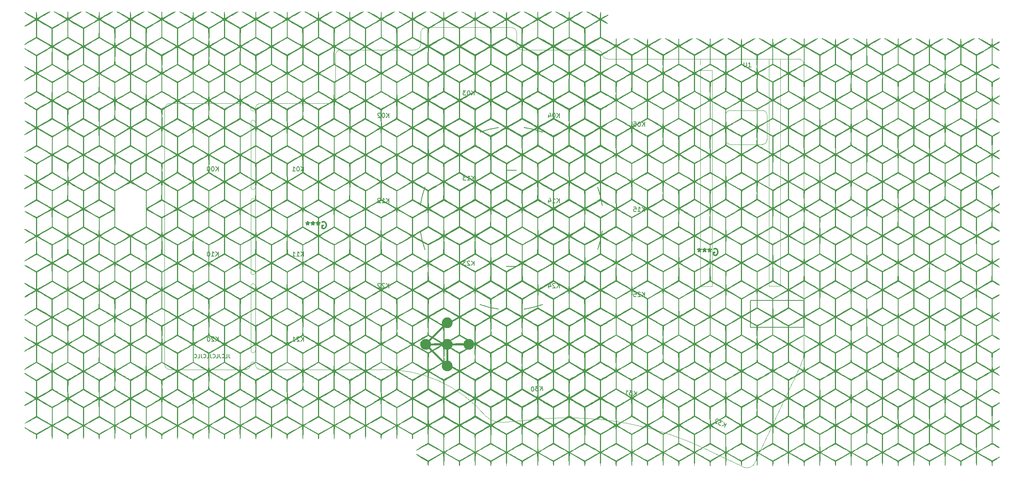
<source format=gbo>
%TF.GenerationSoftware,KiCad,Pcbnew,8.0.1*%
%TF.CreationDate,2024-04-30T21:38:09+02:00*%
%TF.ProjectId,Cantor_MX,43616e74-6f72-45f4-9d58-2e6b69636164,rev1.6*%
%TF.SameCoordinates,PX78114e0PY44b6550*%
%TF.FileFunction,Legend,Bot*%
%TF.FilePolarity,Positive*%
%FSLAX46Y46*%
G04 Gerber Fmt 4.6, Leading zero omitted, Abs format (unit mm)*
G04 Created by KiCad (PCBNEW 8.0.1) date 2024-04-30 21:38:09*
%MOMM*%
%LPD*%
G01*
G04 APERTURE LIST*
%ADD10C,0.200000*%
%ADD11C,0.150000*%
%ADD12C,0.300000*%
%ADD13C,0.120000*%
%ADD14C,0.000000*%
%TA.AperFunction,Profile*%
%ADD15C,0.100000*%
%TD*%
G04 APERTURE END LIST*
D10*
X-53560626Y-43321695D02*
X-53560626Y-43893123D01*
X-53560626Y-43893123D02*
X-53522531Y-44007409D01*
X-53522531Y-44007409D02*
X-53446340Y-44083600D01*
X-53446340Y-44083600D02*
X-53332055Y-44121695D01*
X-53332055Y-44121695D02*
X-53255864Y-44121695D01*
X-54322531Y-44121695D02*
X-53941579Y-44121695D01*
X-53941579Y-44121695D02*
X-53941579Y-43321695D01*
X-55046341Y-44045504D02*
X-55008245Y-44083600D01*
X-55008245Y-44083600D02*
X-54893960Y-44121695D01*
X-54893960Y-44121695D02*
X-54817769Y-44121695D01*
X-54817769Y-44121695D02*
X-54703483Y-44083600D01*
X-54703483Y-44083600D02*
X-54627293Y-44007409D01*
X-54627293Y-44007409D02*
X-54589198Y-43931219D01*
X-54589198Y-43931219D02*
X-54551102Y-43778838D01*
X-54551102Y-43778838D02*
X-54551102Y-43664552D01*
X-54551102Y-43664552D02*
X-54589198Y-43512171D01*
X-54589198Y-43512171D02*
X-54627293Y-43435980D01*
X-54627293Y-43435980D02*
X-54703483Y-43359790D01*
X-54703483Y-43359790D02*
X-54817769Y-43321695D01*
X-54817769Y-43321695D02*
X-54893960Y-43321695D01*
X-54893960Y-43321695D02*
X-55008245Y-43359790D01*
X-55008245Y-43359790D02*
X-55046341Y-43397885D01*
X-55617769Y-43321695D02*
X-55617769Y-43893123D01*
X-55617769Y-43893123D02*
X-55579674Y-44007409D01*
X-55579674Y-44007409D02*
X-55503483Y-44083600D01*
X-55503483Y-44083600D02*
X-55389198Y-44121695D01*
X-55389198Y-44121695D02*
X-55313007Y-44121695D01*
X-56379674Y-44121695D02*
X-55998722Y-44121695D01*
X-55998722Y-44121695D02*
X-55998722Y-43321695D01*
X-57103484Y-44045504D02*
X-57065388Y-44083600D01*
X-57065388Y-44083600D02*
X-56951103Y-44121695D01*
X-56951103Y-44121695D02*
X-56874912Y-44121695D01*
X-56874912Y-44121695D02*
X-56760626Y-44083600D01*
X-56760626Y-44083600D02*
X-56684436Y-44007409D01*
X-56684436Y-44007409D02*
X-56646341Y-43931219D01*
X-56646341Y-43931219D02*
X-56608245Y-43778838D01*
X-56608245Y-43778838D02*
X-56608245Y-43664552D01*
X-56608245Y-43664552D02*
X-56646341Y-43512171D01*
X-56646341Y-43512171D02*
X-56684436Y-43435980D01*
X-56684436Y-43435980D02*
X-56760626Y-43359790D01*
X-56760626Y-43359790D02*
X-56874912Y-43321695D01*
X-56874912Y-43321695D02*
X-56951103Y-43321695D01*
X-56951103Y-43321695D02*
X-57065388Y-43359790D01*
X-57065388Y-43359790D02*
X-57103484Y-43397885D01*
X-57674912Y-43321695D02*
X-57674912Y-43893123D01*
X-57674912Y-43893123D02*
X-57636817Y-44007409D01*
X-57636817Y-44007409D02*
X-57560626Y-44083600D01*
X-57560626Y-44083600D02*
X-57446341Y-44121695D01*
X-57446341Y-44121695D02*
X-57370150Y-44121695D01*
X-58436817Y-44121695D02*
X-58055865Y-44121695D01*
X-58055865Y-44121695D02*
X-58055865Y-43321695D01*
X-59160627Y-44045504D02*
X-59122531Y-44083600D01*
X-59122531Y-44083600D02*
X-59008246Y-44121695D01*
X-59008246Y-44121695D02*
X-58932055Y-44121695D01*
X-58932055Y-44121695D02*
X-58817769Y-44083600D01*
X-58817769Y-44083600D02*
X-58741579Y-44007409D01*
X-58741579Y-44007409D02*
X-58703484Y-43931219D01*
X-58703484Y-43931219D02*
X-58665388Y-43778838D01*
X-58665388Y-43778838D02*
X-58665388Y-43664552D01*
X-58665388Y-43664552D02*
X-58703484Y-43512171D01*
X-58703484Y-43512171D02*
X-58741579Y-43435980D01*
X-58741579Y-43435980D02*
X-58817769Y-43359790D01*
X-58817769Y-43359790D02*
X-58932055Y-43321695D01*
X-58932055Y-43321695D02*
X-59008246Y-43321695D01*
X-59008246Y-43321695D02*
X-59122531Y-43359790D01*
X-59122531Y-43359790D02*
X-59160627Y-43397885D01*
X-59732055Y-43321695D02*
X-59732055Y-43893123D01*
X-59732055Y-43893123D02*
X-59693960Y-44007409D01*
X-59693960Y-44007409D02*
X-59617769Y-44083600D01*
X-59617769Y-44083600D02*
X-59503484Y-44121695D01*
X-59503484Y-44121695D02*
X-59427293Y-44121695D01*
X-60493960Y-44121695D02*
X-60113008Y-44121695D01*
X-60113008Y-44121695D02*
X-60113008Y-43321695D01*
X-61217770Y-44045504D02*
X-61179674Y-44083600D01*
X-61179674Y-44083600D02*
X-61065389Y-44121695D01*
X-61065389Y-44121695D02*
X-60989198Y-44121695D01*
X-60989198Y-44121695D02*
X-60874912Y-44083600D01*
X-60874912Y-44083600D02*
X-60798722Y-44007409D01*
X-60798722Y-44007409D02*
X-60760627Y-43931219D01*
X-60760627Y-43931219D02*
X-60722531Y-43778838D01*
X-60722531Y-43778838D02*
X-60722531Y-43664552D01*
X-60722531Y-43664552D02*
X-60760627Y-43512171D01*
X-60760627Y-43512171D02*
X-60798722Y-43435980D01*
X-60798722Y-43435980D02*
X-60874912Y-43359790D01*
X-60874912Y-43359790D02*
X-60989198Y-43321695D01*
X-60989198Y-43321695D02*
X-61065389Y-43321695D01*
X-61065389Y-43321695D02*
X-61179674Y-43359790D01*
X-61179674Y-43359790D02*
X-61217770Y-43397885D01*
D11*
X39364285Y-30449819D02*
X39364285Y-29449819D01*
X38792857Y-30449819D02*
X39221428Y-29878390D01*
X38792857Y-29449819D02*
X39364285Y-30021247D01*
X38411904Y-29545057D02*
X38364285Y-29497438D01*
X38364285Y-29497438D02*
X38269047Y-29449819D01*
X38269047Y-29449819D02*
X38030952Y-29449819D01*
X38030952Y-29449819D02*
X37935714Y-29497438D01*
X37935714Y-29497438D02*
X37888095Y-29545057D01*
X37888095Y-29545057D02*
X37840476Y-29640295D01*
X37840476Y-29640295D02*
X37840476Y-29735533D01*
X37840476Y-29735533D02*
X37888095Y-29878390D01*
X37888095Y-29878390D02*
X38459523Y-30449819D01*
X38459523Y-30449819D02*
X37840476Y-30449819D01*
X36935714Y-29449819D02*
X37411904Y-29449819D01*
X37411904Y-29449819D02*
X37459523Y-29926009D01*
X37459523Y-29926009D02*
X37411904Y-29878390D01*
X37411904Y-29878390D02*
X37316666Y-29830771D01*
X37316666Y-29830771D02*
X37078571Y-29830771D01*
X37078571Y-29830771D02*
X36983333Y-29878390D01*
X36983333Y-29878390D02*
X36935714Y-29926009D01*
X36935714Y-29926009D02*
X36888095Y-30021247D01*
X36888095Y-30021247D02*
X36888095Y-30259342D01*
X36888095Y-30259342D02*
X36935714Y-30354580D01*
X36935714Y-30354580D02*
X36983333Y-30402200D01*
X36983333Y-30402200D02*
X37078571Y-30449819D01*
X37078571Y-30449819D02*
X37316666Y-30449819D01*
X37316666Y-30449819D02*
X37411904Y-30402200D01*
X37411904Y-30402200D02*
X37459523Y-30354580D01*
X20314285Y-28449819D02*
X20314285Y-27449819D01*
X19742857Y-28449819D02*
X20171428Y-27878390D01*
X19742857Y-27449819D02*
X20314285Y-28021247D01*
X19361904Y-27545057D02*
X19314285Y-27497438D01*
X19314285Y-27497438D02*
X19219047Y-27449819D01*
X19219047Y-27449819D02*
X18980952Y-27449819D01*
X18980952Y-27449819D02*
X18885714Y-27497438D01*
X18885714Y-27497438D02*
X18838095Y-27545057D01*
X18838095Y-27545057D02*
X18790476Y-27640295D01*
X18790476Y-27640295D02*
X18790476Y-27735533D01*
X18790476Y-27735533D02*
X18838095Y-27878390D01*
X18838095Y-27878390D02*
X19409523Y-28449819D01*
X19409523Y-28449819D02*
X18790476Y-28449819D01*
X17933333Y-27783152D02*
X17933333Y-28449819D01*
X18171428Y-27402200D02*
X18409523Y-28116485D01*
X18409523Y-28116485D02*
X17790476Y-28116485D01*
X-36835715Y-40449819D02*
X-36835715Y-39449819D01*
X-37407143Y-40449819D02*
X-36978572Y-39878390D01*
X-37407143Y-39449819D02*
X-36835715Y-40021247D01*
X-37788096Y-39545057D02*
X-37835715Y-39497438D01*
X-37835715Y-39497438D02*
X-37930953Y-39449819D01*
X-37930953Y-39449819D02*
X-38169048Y-39449819D01*
X-38169048Y-39449819D02*
X-38264286Y-39497438D01*
X-38264286Y-39497438D02*
X-38311905Y-39545057D01*
X-38311905Y-39545057D02*
X-38359524Y-39640295D01*
X-38359524Y-39640295D02*
X-38359524Y-39735533D01*
X-38359524Y-39735533D02*
X-38311905Y-39878390D01*
X-38311905Y-39878390D02*
X-37740477Y-40449819D01*
X-37740477Y-40449819D02*
X-38359524Y-40449819D01*
X-39311905Y-40449819D02*
X-38740477Y-40449819D01*
X-39026191Y-40449819D02*
X-39026191Y-39449819D01*
X-39026191Y-39449819D02*
X-38930953Y-39592676D01*
X-38930953Y-39592676D02*
X-38835715Y-39687914D01*
X-38835715Y-39687914D02*
X-38740477Y-39735533D01*
X-17785715Y9650181D02*
X-17785715Y10650181D01*
X-18357143Y9650181D02*
X-17928572Y10221610D01*
X-18357143Y10650181D02*
X-17785715Y10078753D01*
X-18976191Y10650181D02*
X-19071429Y10650181D01*
X-19071429Y10650181D02*
X-19166667Y10602562D01*
X-19166667Y10602562D02*
X-19214286Y10554943D01*
X-19214286Y10554943D02*
X-19261905Y10459705D01*
X-19261905Y10459705D02*
X-19309524Y10269229D01*
X-19309524Y10269229D02*
X-19309524Y10031134D01*
X-19309524Y10031134D02*
X-19261905Y9840658D01*
X-19261905Y9840658D02*
X-19214286Y9745420D01*
X-19214286Y9745420D02*
X-19166667Y9697800D01*
X-19166667Y9697800D02*
X-19071429Y9650181D01*
X-19071429Y9650181D02*
X-18976191Y9650181D01*
X-18976191Y9650181D02*
X-18880953Y9697800D01*
X-18880953Y9697800D02*
X-18833334Y9745420D01*
X-18833334Y9745420D02*
X-18785715Y9840658D01*
X-18785715Y9840658D02*
X-18738096Y10031134D01*
X-18738096Y10031134D02*
X-18738096Y10269229D01*
X-18738096Y10269229D02*
X-18785715Y10459705D01*
X-18785715Y10459705D02*
X-18833334Y10554943D01*
X-18833334Y10554943D02*
X-18880953Y10602562D01*
X-18880953Y10602562D02*
X-18976191Y10650181D01*
X-19690477Y10554943D02*
X-19738096Y10602562D01*
X-19738096Y10602562D02*
X-19833334Y10650181D01*
X-19833334Y10650181D02*
X-20071429Y10650181D01*
X-20071429Y10650181D02*
X-20166667Y10602562D01*
X-20166667Y10602562D02*
X-20214286Y10554943D01*
X-20214286Y10554943D02*
X-20261905Y10459705D01*
X-20261905Y10459705D02*
X-20261905Y10364467D01*
X-20261905Y10364467D02*
X-20214286Y10221610D01*
X-20214286Y10221610D02*
X-19642858Y9650181D01*
X-19642858Y9650181D02*
X-20261905Y9650181D01*
X-55885715Y-21399819D02*
X-55885715Y-20399819D01*
X-56457143Y-21399819D02*
X-56028572Y-20828390D01*
X-56457143Y-20399819D02*
X-55885715Y-20971247D01*
X-57409524Y-21399819D02*
X-56838096Y-21399819D01*
X-57123810Y-21399819D02*
X-57123810Y-20399819D01*
X-57123810Y-20399819D02*
X-57028572Y-20542676D01*
X-57028572Y-20542676D02*
X-56933334Y-20637914D01*
X-56933334Y-20637914D02*
X-56838096Y-20685533D01*
X-58028572Y-20399819D02*
X-58123810Y-20399819D01*
X-58123810Y-20399819D02*
X-58219048Y-20447438D01*
X-58219048Y-20447438D02*
X-58266667Y-20495057D01*
X-58266667Y-20495057D02*
X-58314286Y-20590295D01*
X-58314286Y-20590295D02*
X-58361905Y-20780771D01*
X-58361905Y-20780771D02*
X-58361905Y-21018866D01*
X-58361905Y-21018866D02*
X-58314286Y-21209342D01*
X-58314286Y-21209342D02*
X-58266667Y-21304580D01*
X-58266667Y-21304580D02*
X-58219048Y-21352200D01*
X-58219048Y-21352200D02*
X-58123810Y-21399819D01*
X-58123810Y-21399819D02*
X-58028572Y-21399819D01*
X-58028572Y-21399819D02*
X-57933334Y-21352200D01*
X-57933334Y-21352200D02*
X-57885715Y-21304580D01*
X-57885715Y-21304580D02*
X-57838096Y-21209342D01*
X-57838096Y-21209342D02*
X-57790477Y-21018866D01*
X-57790477Y-21018866D02*
X-57790477Y-20780771D01*
X-57790477Y-20780771D02*
X-57838096Y-20590295D01*
X-57838096Y-20590295D02*
X-57885715Y-20495057D01*
X-57885715Y-20495057D02*
X-57933334Y-20447438D01*
X-57933334Y-20447438D02*
X-58028572Y-20399819D01*
X20314285Y9650181D02*
X20314285Y10650181D01*
X19742857Y9650181D02*
X20171428Y10221610D01*
X19742857Y10650181D02*
X20314285Y10078753D01*
X19123809Y10650181D02*
X19028571Y10650181D01*
X19028571Y10650181D02*
X18933333Y10602562D01*
X18933333Y10602562D02*
X18885714Y10554943D01*
X18885714Y10554943D02*
X18838095Y10459705D01*
X18838095Y10459705D02*
X18790476Y10269229D01*
X18790476Y10269229D02*
X18790476Y10031134D01*
X18790476Y10031134D02*
X18838095Y9840658D01*
X18838095Y9840658D02*
X18885714Y9745420D01*
X18885714Y9745420D02*
X18933333Y9697800D01*
X18933333Y9697800D02*
X19028571Y9650181D01*
X19028571Y9650181D02*
X19123809Y9650181D01*
X19123809Y9650181D02*
X19219047Y9697800D01*
X19219047Y9697800D02*
X19266666Y9745420D01*
X19266666Y9745420D02*
X19314285Y9840658D01*
X19314285Y9840658D02*
X19361904Y10031134D01*
X19361904Y10031134D02*
X19361904Y10269229D01*
X19361904Y10269229D02*
X19314285Y10459705D01*
X19314285Y10459705D02*
X19266666Y10554943D01*
X19266666Y10554943D02*
X19219047Y10602562D01*
X19219047Y10602562D02*
X19123809Y10650181D01*
X17933333Y10316848D02*
X17933333Y9650181D01*
X18171428Y10697800D02*
X18409523Y9983515D01*
X18409523Y9983515D02*
X17790476Y9983515D01*
X-17785715Y-9399819D02*
X-17785715Y-8399819D01*
X-18357143Y-9399819D02*
X-17928572Y-8828390D01*
X-18357143Y-8399819D02*
X-17785715Y-8971247D01*
X-19309524Y-9399819D02*
X-18738096Y-9399819D01*
X-19023810Y-9399819D02*
X-19023810Y-8399819D01*
X-19023810Y-8399819D02*
X-18928572Y-8542676D01*
X-18928572Y-8542676D02*
X-18833334Y-8637914D01*
X-18833334Y-8637914D02*
X-18738096Y-8685533D01*
X-19690477Y-8495057D02*
X-19738096Y-8447438D01*
X-19738096Y-8447438D02*
X-19833334Y-8399819D01*
X-19833334Y-8399819D02*
X-20071429Y-8399819D01*
X-20071429Y-8399819D02*
X-20166667Y-8447438D01*
X-20166667Y-8447438D02*
X-20214286Y-8495057D01*
X-20214286Y-8495057D02*
X-20261905Y-8590295D01*
X-20261905Y-8590295D02*
X-20261905Y-8685533D01*
X-20261905Y-8685533D02*
X-20214286Y-8828390D01*
X-20214286Y-8828390D02*
X-19642858Y-9399819D01*
X-19642858Y-9399819D02*
X-20261905Y-9399819D01*
X16542944Y-51422886D02*
X16455788Y-50426691D01*
X15973689Y-51472689D02*
X16350827Y-50866083D01*
X15886534Y-50476495D02*
X16505591Y-50995945D01*
X15554469Y-50505546D02*
X14937777Y-50559500D01*
X14937777Y-50559500D02*
X15303044Y-50909951D01*
X15303044Y-50909951D02*
X15160730Y-50922402D01*
X15160730Y-50922402D02*
X15070005Y-50978140D01*
X15070005Y-50978140D02*
X15026717Y-51029728D01*
X15026717Y-51029728D02*
X14987580Y-51128754D01*
X14987580Y-51128754D02*
X15008331Y-51365943D01*
X15008331Y-51365943D02*
X15064070Y-51456669D01*
X15064070Y-51456669D02*
X15115658Y-51499956D01*
X15115658Y-51499956D02*
X15214684Y-51539094D01*
X15214684Y-51539094D02*
X15499311Y-51514192D01*
X15499311Y-51514192D02*
X15590036Y-51458454D01*
X15590036Y-51458454D02*
X15633324Y-51406865D01*
X14321085Y-50613454D02*
X14226209Y-50621754D01*
X14226209Y-50621754D02*
X14135484Y-50677492D01*
X14135484Y-50677492D02*
X14092196Y-50729081D01*
X14092196Y-50729081D02*
X14053059Y-50828107D01*
X14053059Y-50828107D02*
X14022222Y-51022008D01*
X14022222Y-51022008D02*
X14042973Y-51259197D01*
X14042973Y-51259197D02*
X14107012Y-51444799D01*
X14107012Y-51444799D02*
X14162751Y-51535524D01*
X14162751Y-51535524D02*
X14214339Y-51578812D01*
X14214339Y-51578812D02*
X14313365Y-51617949D01*
X14313365Y-51617949D02*
X14408241Y-51609648D01*
X14408241Y-51609648D02*
X14498966Y-51553910D01*
X14498966Y-51553910D02*
X14542254Y-51502322D01*
X14542254Y-51502322D02*
X14581391Y-51403296D01*
X14581391Y-51403296D02*
X14612228Y-51209394D01*
X14612228Y-51209394D02*
X14591476Y-50972205D01*
X14591476Y-50972205D02*
X14527437Y-50786604D01*
X14527437Y-50786604D02*
X14471699Y-50695878D01*
X14471699Y-50695878D02*
X14420111Y-50652591D01*
X14420111Y-50652591D02*
X14321085Y-50613454D01*
X-36835715Y-2349819D02*
X-36835715Y-1349819D01*
X-37407143Y-2349819D02*
X-36978572Y-1778390D01*
X-37407143Y-1349819D02*
X-36835715Y-1921247D01*
X-38026191Y-1349819D02*
X-38121429Y-1349819D01*
X-38121429Y-1349819D02*
X-38216667Y-1397438D01*
X-38216667Y-1397438D02*
X-38264286Y-1445057D01*
X-38264286Y-1445057D02*
X-38311905Y-1540295D01*
X-38311905Y-1540295D02*
X-38359524Y-1730771D01*
X-38359524Y-1730771D02*
X-38359524Y-1968866D01*
X-38359524Y-1968866D02*
X-38311905Y-2159342D01*
X-38311905Y-2159342D02*
X-38264286Y-2254580D01*
X-38264286Y-2254580D02*
X-38216667Y-2302200D01*
X-38216667Y-2302200D02*
X-38121429Y-2349819D01*
X-38121429Y-2349819D02*
X-38026191Y-2349819D01*
X-38026191Y-2349819D02*
X-37930953Y-2302200D01*
X-37930953Y-2302200D02*
X-37883334Y-2254580D01*
X-37883334Y-2254580D02*
X-37835715Y-2159342D01*
X-37835715Y-2159342D02*
X-37788096Y-1968866D01*
X-37788096Y-1968866D02*
X-37788096Y-1730771D01*
X-37788096Y-1730771D02*
X-37835715Y-1540295D01*
X-37835715Y-1540295D02*
X-37883334Y-1445057D01*
X-37883334Y-1445057D02*
X-37930953Y-1397438D01*
X-37930953Y-1397438D02*
X-38026191Y-1349819D01*
X-39311905Y-2349819D02*
X-38740477Y-2349819D01*
X-39026191Y-2349819D02*
X-39026191Y-1349819D01*
X-39026191Y-1349819D02*
X-38930953Y-1492676D01*
X-38930953Y-1492676D02*
X-38835715Y-1587914D01*
X-38835715Y-1587914D02*
X-38740477Y-1635533D01*
X20314285Y-9399819D02*
X20314285Y-8399819D01*
X19742857Y-9399819D02*
X20171428Y-8828390D01*
X19742857Y-8399819D02*
X20314285Y-8971247D01*
X18790476Y-9399819D02*
X19361904Y-9399819D01*
X19076190Y-9399819D02*
X19076190Y-8399819D01*
X19076190Y-8399819D02*
X19171428Y-8542676D01*
X19171428Y-8542676D02*
X19266666Y-8637914D01*
X19266666Y-8637914D02*
X19361904Y-8685533D01*
X17933333Y-8733152D02*
X17933333Y-9399819D01*
X18171428Y-8352200D02*
X18409523Y-9066485D01*
X18409523Y-9066485D02*
X17790476Y-9066485D01*
X1264285Y-23449819D02*
X1264285Y-22449819D01*
X692857Y-23449819D02*
X1121428Y-22878390D01*
X692857Y-22449819D02*
X1264285Y-23021247D01*
X311904Y-22545057D02*
X264285Y-22497438D01*
X264285Y-22497438D02*
X169047Y-22449819D01*
X169047Y-22449819D02*
X-69048Y-22449819D01*
X-69048Y-22449819D02*
X-164286Y-22497438D01*
X-164286Y-22497438D02*
X-211905Y-22545057D01*
X-211905Y-22545057D02*
X-259524Y-22640295D01*
X-259524Y-22640295D02*
X-259524Y-22735533D01*
X-259524Y-22735533D02*
X-211905Y-22878390D01*
X-211905Y-22878390D02*
X359523Y-23449819D01*
X359523Y-23449819D02*
X-259524Y-23449819D01*
X-592858Y-22449819D02*
X-1211905Y-22449819D01*
X-1211905Y-22449819D02*
X-878572Y-22830771D01*
X-878572Y-22830771D02*
X-1021429Y-22830771D01*
X-1021429Y-22830771D02*
X-1116667Y-22878390D01*
X-1116667Y-22878390D02*
X-1164286Y-22926009D01*
X-1164286Y-22926009D02*
X-1211905Y-23021247D01*
X-1211905Y-23021247D02*
X-1211905Y-23259342D01*
X-1211905Y-23259342D02*
X-1164286Y-23354580D01*
X-1164286Y-23354580D02*
X-1116667Y-23402200D01*
X-1116667Y-23402200D02*
X-1021429Y-23449819D01*
X-1021429Y-23449819D02*
X-735715Y-23449819D01*
X-735715Y-23449819D02*
X-640477Y-23402200D01*
X-640477Y-23402200D02*
X-592858Y-23354580D01*
X1264285Y14650181D02*
X1264285Y15650181D01*
X692857Y14650181D02*
X1121428Y15221610D01*
X692857Y15650181D02*
X1264285Y15078753D01*
X73809Y15650181D02*
X-21429Y15650181D01*
X-21429Y15650181D02*
X-116667Y15602562D01*
X-116667Y15602562D02*
X-164286Y15554943D01*
X-164286Y15554943D02*
X-211905Y15459705D01*
X-211905Y15459705D02*
X-259524Y15269229D01*
X-259524Y15269229D02*
X-259524Y15031134D01*
X-259524Y15031134D02*
X-211905Y14840658D01*
X-211905Y14840658D02*
X-164286Y14745420D01*
X-164286Y14745420D02*
X-116667Y14697800D01*
X-116667Y14697800D02*
X-21429Y14650181D01*
X-21429Y14650181D02*
X73809Y14650181D01*
X73809Y14650181D02*
X169047Y14697800D01*
X169047Y14697800D02*
X216666Y14745420D01*
X216666Y14745420D02*
X264285Y14840658D01*
X264285Y14840658D02*
X311904Y15031134D01*
X311904Y15031134D02*
X311904Y15269229D01*
X311904Y15269229D02*
X264285Y15459705D01*
X264285Y15459705D02*
X216666Y15554943D01*
X216666Y15554943D02*
X169047Y15602562D01*
X169047Y15602562D02*
X73809Y15650181D01*
X-592858Y15650181D02*
X-1211905Y15650181D01*
X-1211905Y15650181D02*
X-878572Y15269229D01*
X-878572Y15269229D02*
X-1021429Y15269229D01*
X-1021429Y15269229D02*
X-1116667Y15221610D01*
X-1116667Y15221610D02*
X-1164286Y15173991D01*
X-1164286Y15173991D02*
X-1211905Y15078753D01*
X-1211905Y15078753D02*
X-1211905Y14840658D01*
X-1211905Y14840658D02*
X-1164286Y14745420D01*
X-1164286Y14745420D02*
X-1116667Y14697800D01*
X-1116667Y14697800D02*
X-1021429Y14650181D01*
X-1021429Y14650181D02*
X-735715Y14650181D01*
X-735715Y14650181D02*
X-640477Y14697800D01*
X-640477Y14697800D02*
X-592858Y14745420D01*
X-17785715Y-28449819D02*
X-17785715Y-27449819D01*
X-18357143Y-28449819D02*
X-17928572Y-27878390D01*
X-18357143Y-27449819D02*
X-17785715Y-28021247D01*
X-18738096Y-27545057D02*
X-18785715Y-27497438D01*
X-18785715Y-27497438D02*
X-18880953Y-27449819D01*
X-18880953Y-27449819D02*
X-19119048Y-27449819D01*
X-19119048Y-27449819D02*
X-19214286Y-27497438D01*
X-19214286Y-27497438D02*
X-19261905Y-27545057D01*
X-19261905Y-27545057D02*
X-19309524Y-27640295D01*
X-19309524Y-27640295D02*
X-19309524Y-27735533D01*
X-19309524Y-27735533D02*
X-19261905Y-27878390D01*
X-19261905Y-27878390D02*
X-18690477Y-28449819D01*
X-18690477Y-28449819D02*
X-19309524Y-28449819D01*
X-19690477Y-27545057D02*
X-19738096Y-27497438D01*
X-19738096Y-27497438D02*
X-19833334Y-27449819D01*
X-19833334Y-27449819D02*
X-20071429Y-27449819D01*
X-20071429Y-27449819D02*
X-20166667Y-27497438D01*
X-20166667Y-27497438D02*
X-20214286Y-27545057D01*
X-20214286Y-27545057D02*
X-20261905Y-27640295D01*
X-20261905Y-27640295D02*
X-20261905Y-27735533D01*
X-20261905Y-27735533D02*
X-20214286Y-27878390D01*
X-20214286Y-27878390D02*
X-19642858Y-28449819D01*
X-19642858Y-28449819D02*
X-20261905Y-28449819D01*
X39364285Y-11399819D02*
X39364285Y-10399819D01*
X38792857Y-11399819D02*
X39221428Y-10828390D01*
X38792857Y-10399819D02*
X39364285Y-10971247D01*
X37840476Y-11399819D02*
X38411904Y-11399819D01*
X38126190Y-11399819D02*
X38126190Y-10399819D01*
X38126190Y-10399819D02*
X38221428Y-10542676D01*
X38221428Y-10542676D02*
X38316666Y-10637914D01*
X38316666Y-10637914D02*
X38411904Y-10685533D01*
X36935714Y-10399819D02*
X37411904Y-10399819D01*
X37411904Y-10399819D02*
X37459523Y-10876009D01*
X37459523Y-10876009D02*
X37411904Y-10828390D01*
X37411904Y-10828390D02*
X37316666Y-10780771D01*
X37316666Y-10780771D02*
X37078571Y-10780771D01*
X37078571Y-10780771D02*
X36983333Y-10828390D01*
X36983333Y-10828390D02*
X36935714Y-10876009D01*
X36935714Y-10876009D02*
X36888095Y-10971247D01*
X36888095Y-10971247D02*
X36888095Y-11209342D01*
X36888095Y-11209342D02*
X36935714Y-11304580D01*
X36935714Y-11304580D02*
X36983333Y-11352200D01*
X36983333Y-11352200D02*
X37078571Y-11399819D01*
X37078571Y-11399819D02*
X37316666Y-11399819D01*
X37316666Y-11399819D02*
X37411904Y-11352200D01*
X37411904Y-11352200D02*
X37459523Y-11304580D01*
X57186388Y-59671900D02*
X57609006Y-58765592D01*
X56668498Y-59430404D02*
X57298412Y-59093636D01*
X57091116Y-58524096D02*
X57367510Y-59283482D01*
X56789013Y-58383223D02*
X56227966Y-58121602D01*
X56227966Y-58121602D02*
X56369071Y-58607735D01*
X56369071Y-58607735D02*
X56239598Y-58547361D01*
X56239598Y-58547361D02*
X56133159Y-58550269D01*
X56133159Y-58550269D02*
X56069877Y-58573302D01*
X56069877Y-58573302D02*
X55986470Y-58639492D01*
X55986470Y-58639492D02*
X55885846Y-58855280D01*
X55885846Y-58855280D02*
X55888754Y-58961720D01*
X55888754Y-58961720D02*
X55911787Y-59025002D01*
X55911787Y-59025002D02*
X55977978Y-59108409D01*
X55977978Y-59108409D02*
X56236923Y-59229157D01*
X56236923Y-59229157D02*
X56343362Y-59226249D01*
X56343362Y-59226249D02*
X56406645Y-59203216D01*
X55842456Y-58046920D02*
X55819423Y-57983638D01*
X55819423Y-57983638D02*
X55753233Y-57900231D01*
X55753233Y-57900231D02*
X55537446Y-57799607D01*
X55537446Y-57799607D02*
X55431006Y-57802516D01*
X55431006Y-57802516D02*
X55367724Y-57825548D01*
X55367724Y-57825548D02*
X55284317Y-57891739D01*
X55284317Y-57891739D02*
X55244067Y-57978054D01*
X55244067Y-57978054D02*
X55226851Y-58127651D01*
X55226851Y-58127651D02*
X55503245Y-58887037D01*
X55503245Y-58887037D02*
X54942197Y-58625416D01*
X-36835715Y-21399819D02*
X-36835715Y-20399819D01*
X-37407143Y-21399819D02*
X-36978572Y-20828390D01*
X-37407143Y-20399819D02*
X-36835715Y-20971247D01*
X-38359524Y-21399819D02*
X-37788096Y-21399819D01*
X-38073810Y-21399819D02*
X-38073810Y-20399819D01*
X-38073810Y-20399819D02*
X-37978572Y-20542676D01*
X-37978572Y-20542676D02*
X-37883334Y-20637914D01*
X-37883334Y-20637914D02*
X-37788096Y-20685533D01*
X-39311905Y-21399819D02*
X-38740477Y-21399819D01*
X-39026191Y-21399819D02*
X-39026191Y-20399819D01*
X-39026191Y-20399819D02*
X-38930953Y-20542676D01*
X-38930953Y-20542676D02*
X-38835715Y-20637914D01*
X-38835715Y-20637914D02*
X-38740477Y-20685533D01*
X61558095Y21995181D02*
X61558095Y21185658D01*
X61558095Y21185658D02*
X61605714Y21090420D01*
X61605714Y21090420D02*
X61653333Y21042800D01*
X61653333Y21042800D02*
X61748571Y20995181D01*
X61748571Y20995181D02*
X61939047Y20995181D01*
X61939047Y20995181D02*
X62034285Y21042800D01*
X62034285Y21042800D02*
X62081904Y21090420D01*
X62081904Y21090420D02*
X62129523Y21185658D01*
X62129523Y21185658D02*
X62129523Y21995181D01*
X63129523Y20995181D02*
X62558095Y20995181D01*
X62843809Y20995181D02*
X62843809Y21995181D01*
X62843809Y21995181D02*
X62748571Y21852324D01*
X62748571Y21852324D02*
X62653333Y21757086D01*
X62653333Y21757086D02*
X62558095Y21709467D01*
X39364285Y7650181D02*
X39364285Y8650181D01*
X38792857Y7650181D02*
X39221428Y8221610D01*
X38792857Y8650181D02*
X39364285Y8078753D01*
X38173809Y8650181D02*
X38078571Y8650181D01*
X38078571Y8650181D02*
X37983333Y8602562D01*
X37983333Y8602562D02*
X37935714Y8554943D01*
X37935714Y8554943D02*
X37888095Y8459705D01*
X37888095Y8459705D02*
X37840476Y8269229D01*
X37840476Y8269229D02*
X37840476Y8031134D01*
X37840476Y8031134D02*
X37888095Y7840658D01*
X37888095Y7840658D02*
X37935714Y7745420D01*
X37935714Y7745420D02*
X37983333Y7697800D01*
X37983333Y7697800D02*
X38078571Y7650181D01*
X38078571Y7650181D02*
X38173809Y7650181D01*
X38173809Y7650181D02*
X38269047Y7697800D01*
X38269047Y7697800D02*
X38316666Y7745420D01*
X38316666Y7745420D02*
X38364285Y7840658D01*
X38364285Y7840658D02*
X38411904Y8031134D01*
X38411904Y8031134D02*
X38411904Y8269229D01*
X38411904Y8269229D02*
X38364285Y8459705D01*
X38364285Y8459705D02*
X38316666Y8554943D01*
X38316666Y8554943D02*
X38269047Y8602562D01*
X38269047Y8602562D02*
X38173809Y8650181D01*
X36935714Y8650181D02*
X37411904Y8650181D01*
X37411904Y8650181D02*
X37459523Y8173991D01*
X37459523Y8173991D02*
X37411904Y8221610D01*
X37411904Y8221610D02*
X37316666Y8269229D01*
X37316666Y8269229D02*
X37078571Y8269229D01*
X37078571Y8269229D02*
X36983333Y8221610D01*
X36983333Y8221610D02*
X36935714Y8173991D01*
X36935714Y8173991D02*
X36888095Y8078753D01*
X36888095Y8078753D02*
X36888095Y7840658D01*
X36888095Y7840658D02*
X36935714Y7745420D01*
X36935714Y7745420D02*
X36983333Y7697800D01*
X36983333Y7697800D02*
X37078571Y7650181D01*
X37078571Y7650181D02*
X37316666Y7650181D01*
X37316666Y7650181D02*
X37411904Y7697800D01*
X37411904Y7697800D02*
X37459523Y7745420D01*
X-55885715Y-40449819D02*
X-55885715Y-39449819D01*
X-56457143Y-40449819D02*
X-56028572Y-39878390D01*
X-56457143Y-39449819D02*
X-55885715Y-40021247D01*
X-56838096Y-39545057D02*
X-56885715Y-39497438D01*
X-56885715Y-39497438D02*
X-56980953Y-39449819D01*
X-56980953Y-39449819D02*
X-57219048Y-39449819D01*
X-57219048Y-39449819D02*
X-57314286Y-39497438D01*
X-57314286Y-39497438D02*
X-57361905Y-39545057D01*
X-57361905Y-39545057D02*
X-57409524Y-39640295D01*
X-57409524Y-39640295D02*
X-57409524Y-39735533D01*
X-57409524Y-39735533D02*
X-57361905Y-39878390D01*
X-57361905Y-39878390D02*
X-56790477Y-40449819D01*
X-56790477Y-40449819D02*
X-57409524Y-40449819D01*
X-58028572Y-39449819D02*
X-58123810Y-39449819D01*
X-58123810Y-39449819D02*
X-58219048Y-39497438D01*
X-58219048Y-39497438D02*
X-58266667Y-39545057D01*
X-58266667Y-39545057D02*
X-58314286Y-39640295D01*
X-58314286Y-39640295D02*
X-58361905Y-39830771D01*
X-58361905Y-39830771D02*
X-58361905Y-40068866D01*
X-58361905Y-40068866D02*
X-58314286Y-40259342D01*
X-58314286Y-40259342D02*
X-58266667Y-40354580D01*
X-58266667Y-40354580D02*
X-58219048Y-40402200D01*
X-58219048Y-40402200D02*
X-58123810Y-40449819D01*
X-58123810Y-40449819D02*
X-58028572Y-40449819D01*
X-58028572Y-40449819D02*
X-57933334Y-40402200D01*
X-57933334Y-40402200D02*
X-57885715Y-40354580D01*
X-57885715Y-40354580D02*
X-57838096Y-40259342D01*
X-57838096Y-40259342D02*
X-57790477Y-40068866D01*
X-57790477Y-40068866D02*
X-57790477Y-39830771D01*
X-57790477Y-39830771D02*
X-57838096Y-39640295D01*
X-57838096Y-39640295D02*
X-57885715Y-39545057D01*
X-57885715Y-39545057D02*
X-57933334Y-39497438D01*
X-57933334Y-39497438D02*
X-58028572Y-39449819D01*
X1264285Y-4399819D02*
X1264285Y-3399819D01*
X692857Y-4399819D02*
X1121428Y-3828390D01*
X692857Y-3399819D02*
X1264285Y-3971247D01*
X-259524Y-4399819D02*
X311904Y-4399819D01*
X26190Y-4399819D02*
X26190Y-3399819D01*
X26190Y-3399819D02*
X121428Y-3542676D01*
X121428Y-3542676D02*
X216666Y-3637914D01*
X216666Y-3637914D02*
X311904Y-3685533D01*
X-592858Y-3399819D02*
X-1211905Y-3399819D01*
X-1211905Y-3399819D02*
X-878572Y-3780771D01*
X-878572Y-3780771D02*
X-1021429Y-3780771D01*
X-1021429Y-3780771D02*
X-1116667Y-3828390D01*
X-1116667Y-3828390D02*
X-1164286Y-3876009D01*
X-1164286Y-3876009D02*
X-1211905Y-3971247D01*
X-1211905Y-3971247D02*
X-1211905Y-4209342D01*
X-1211905Y-4209342D02*
X-1164286Y-4304580D01*
X-1164286Y-4304580D02*
X-1116667Y-4352200D01*
X-1116667Y-4352200D02*
X-1021429Y-4399819D01*
X-1021429Y-4399819D02*
X-735715Y-4399819D01*
X-735715Y-4399819D02*
X-640477Y-4352200D01*
X-640477Y-4352200D02*
X-592858Y-4304580D01*
X-55885715Y-2349819D02*
X-55885715Y-1349819D01*
X-56457143Y-2349819D02*
X-56028572Y-1778390D01*
X-56457143Y-1349819D02*
X-55885715Y-1921247D01*
X-57076191Y-1349819D02*
X-57171429Y-1349819D01*
X-57171429Y-1349819D02*
X-57266667Y-1397438D01*
X-57266667Y-1397438D02*
X-57314286Y-1445057D01*
X-57314286Y-1445057D02*
X-57361905Y-1540295D01*
X-57361905Y-1540295D02*
X-57409524Y-1730771D01*
X-57409524Y-1730771D02*
X-57409524Y-1968866D01*
X-57409524Y-1968866D02*
X-57361905Y-2159342D01*
X-57361905Y-2159342D02*
X-57314286Y-2254580D01*
X-57314286Y-2254580D02*
X-57266667Y-2302200D01*
X-57266667Y-2302200D02*
X-57171429Y-2349819D01*
X-57171429Y-2349819D02*
X-57076191Y-2349819D01*
X-57076191Y-2349819D02*
X-56980953Y-2302200D01*
X-56980953Y-2302200D02*
X-56933334Y-2254580D01*
X-56933334Y-2254580D02*
X-56885715Y-2159342D01*
X-56885715Y-2159342D02*
X-56838096Y-1968866D01*
X-56838096Y-1968866D02*
X-56838096Y-1730771D01*
X-56838096Y-1730771D02*
X-56885715Y-1540295D01*
X-56885715Y-1540295D02*
X-56933334Y-1445057D01*
X-56933334Y-1445057D02*
X-56980953Y-1397438D01*
X-56980953Y-1397438D02*
X-57076191Y-1349819D01*
X-58028572Y-1349819D02*
X-58123810Y-1349819D01*
X-58123810Y-1349819D02*
X-58219048Y-1397438D01*
X-58219048Y-1397438D02*
X-58266667Y-1445057D01*
X-58266667Y-1445057D02*
X-58314286Y-1540295D01*
X-58314286Y-1540295D02*
X-58361905Y-1730771D01*
X-58361905Y-1730771D02*
X-58361905Y-1968866D01*
X-58361905Y-1968866D02*
X-58314286Y-2159342D01*
X-58314286Y-2159342D02*
X-58266667Y-2254580D01*
X-58266667Y-2254580D02*
X-58219048Y-2302200D01*
X-58219048Y-2302200D02*
X-58123810Y-2349819D01*
X-58123810Y-2349819D02*
X-58028572Y-2349819D01*
X-58028572Y-2349819D02*
X-57933334Y-2302200D01*
X-57933334Y-2302200D02*
X-57885715Y-2254580D01*
X-57885715Y-2254580D02*
X-57838096Y-2159342D01*
X-57838096Y-2159342D02*
X-57790477Y-1968866D01*
X-57790477Y-1968866D02*
X-57790477Y-1730771D01*
X-57790477Y-1730771D02*
X-57838096Y-1540295D01*
X-57838096Y-1540295D02*
X-57885715Y-1445057D01*
X-57885715Y-1445057D02*
X-57933334Y-1397438D01*
X-57933334Y-1397438D02*
X-58028572Y-1349819D01*
X37381057Y-52702517D02*
X37554705Y-51717709D01*
X36818310Y-52603289D02*
X37339598Y-52114963D01*
X36991958Y-51618482D02*
X37455478Y-52280456D01*
X36663689Y-51560599D02*
X36054046Y-51453102D01*
X36054046Y-51453102D02*
X36316164Y-51886150D01*
X36316164Y-51886150D02*
X36175477Y-51861343D01*
X36175477Y-51861343D02*
X36073417Y-51891701D01*
X36073417Y-51891701D02*
X36018252Y-51930327D01*
X36018252Y-51930327D02*
X35954818Y-52015850D01*
X35954818Y-52015850D02*
X35913474Y-52250328D01*
X35913474Y-52250328D02*
X35943831Y-52352388D01*
X35943831Y-52352388D02*
X35982458Y-52407552D01*
X35982458Y-52407552D02*
X36067980Y-52470986D01*
X36067980Y-52470986D02*
X36349354Y-52520600D01*
X36349354Y-52520600D02*
X36451414Y-52490242D01*
X36451414Y-52490242D02*
X36506579Y-52451615D01*
X34942486Y-52272531D02*
X35505233Y-52371758D01*
X35223859Y-52322145D02*
X35397507Y-51337337D01*
X35397507Y-51337337D02*
X35466492Y-51494562D01*
X35466492Y-51494562D02*
X35543745Y-51604891D01*
X35543745Y-51604891D02*
X35629267Y-51668324D01*
D12*
X54842571Y-19738002D02*
X54987714Y-19665431D01*
X54987714Y-19665431D02*
X55205428Y-19665431D01*
X55205428Y-19665431D02*
X55423142Y-19738002D01*
X55423142Y-19738002D02*
X55568285Y-19883145D01*
X55568285Y-19883145D02*
X55640856Y-20028288D01*
X55640856Y-20028288D02*
X55713428Y-20318574D01*
X55713428Y-20318574D02*
X55713428Y-20536288D01*
X55713428Y-20536288D02*
X55640856Y-20826574D01*
X55640856Y-20826574D02*
X55568285Y-20971717D01*
X55568285Y-20971717D02*
X55423142Y-21116860D01*
X55423142Y-21116860D02*
X55205428Y-21189431D01*
X55205428Y-21189431D02*
X55060285Y-21189431D01*
X55060285Y-21189431D02*
X54842571Y-21116860D01*
X54842571Y-21116860D02*
X54769999Y-21044288D01*
X54769999Y-21044288D02*
X54769999Y-20536288D01*
X54769999Y-20536288D02*
X55060285Y-20536288D01*
X53899142Y-19665431D02*
X53899142Y-20028288D01*
X54261999Y-19883145D02*
X53899142Y-20028288D01*
X53899142Y-20028288D02*
X53536285Y-19883145D01*
X54116856Y-20318574D02*
X53899142Y-20028288D01*
X53899142Y-20028288D02*
X53681428Y-20318574D01*
X52737999Y-19665431D02*
X52737999Y-20028288D01*
X53100856Y-19883145D02*
X52737999Y-20028288D01*
X52737999Y-20028288D02*
X52375142Y-19883145D01*
X52955713Y-20318574D02*
X52737999Y-20028288D01*
X52737999Y-20028288D02*
X52520285Y-20318574D01*
X51576856Y-19665431D02*
X51576856Y-20028288D01*
X51939713Y-19883145D02*
X51576856Y-20028288D01*
X51576856Y-20028288D02*
X51213999Y-19883145D01*
X51794570Y-20318574D02*
X51576856Y-20028288D01*
X51576856Y-20028288D02*
X51359142Y-20318574D01*
X-32657429Y-13738002D02*
X-32512286Y-13665431D01*
X-32512286Y-13665431D02*
X-32294572Y-13665431D01*
X-32294572Y-13665431D02*
X-32076858Y-13738002D01*
X-32076858Y-13738002D02*
X-31931715Y-13883145D01*
X-31931715Y-13883145D02*
X-31859144Y-14028288D01*
X-31859144Y-14028288D02*
X-31786572Y-14318574D01*
X-31786572Y-14318574D02*
X-31786572Y-14536288D01*
X-31786572Y-14536288D02*
X-31859144Y-14826574D01*
X-31859144Y-14826574D02*
X-31931715Y-14971717D01*
X-31931715Y-14971717D02*
X-32076858Y-15116860D01*
X-32076858Y-15116860D02*
X-32294572Y-15189431D01*
X-32294572Y-15189431D02*
X-32439715Y-15189431D01*
X-32439715Y-15189431D02*
X-32657429Y-15116860D01*
X-32657429Y-15116860D02*
X-32730001Y-15044288D01*
X-32730001Y-15044288D02*
X-32730001Y-14536288D01*
X-32730001Y-14536288D02*
X-32439715Y-14536288D01*
X-33600858Y-13665431D02*
X-33600858Y-14028288D01*
X-33238001Y-13883145D02*
X-33600858Y-14028288D01*
X-33600858Y-14028288D02*
X-33963715Y-13883145D01*
X-33383144Y-14318574D02*
X-33600858Y-14028288D01*
X-33600858Y-14028288D02*
X-33818572Y-14318574D01*
X-34762001Y-13665431D02*
X-34762001Y-14028288D01*
X-34399144Y-13883145D02*
X-34762001Y-14028288D01*
X-34762001Y-14028288D02*
X-35124858Y-13883145D01*
X-34544287Y-14318574D02*
X-34762001Y-14028288D01*
X-34762001Y-14028288D02*
X-34979715Y-14318574D01*
X-35923144Y-13665431D02*
X-35923144Y-14028288D01*
X-35560287Y-13883145D02*
X-35923144Y-14028288D01*
X-35923144Y-14028288D02*
X-36286001Y-13883145D01*
X-35705430Y-14318574D02*
X-35923144Y-14028288D01*
X-35923144Y-14028288D02*
X-36140858Y-14318574D01*
D11*
%TO.C,J1*%
X62960000Y-31320000D02*
X62960000Y-37320000D01*
X62960000Y-31320000D02*
X74960000Y-31320000D01*
X74960000Y-31320000D02*
X74960000Y-37320000D01*
X74960000Y-37320000D02*
X62960000Y-37320000D01*
D13*
%TO.C,U1*%
X51805000Y22760000D02*
X53135000Y22760000D01*
X51805000Y21430000D02*
X51805000Y22760000D01*
X51805000Y20160000D02*
X54465000Y20160000D01*
X51805000Y-28160000D02*
X51805000Y20160000D01*
X54465000Y20160000D02*
X54465000Y-28160000D01*
X54465000Y-28160000D02*
X51805000Y-28160000D01*
X67105000Y22700000D02*
X69645000Y22700000D01*
X67105000Y-28100000D02*
X67105000Y22700000D01*
X69645000Y22700000D02*
X69645000Y-28100000D01*
X69645000Y-28100000D02*
X67105000Y-28100000D01*
D10*
%TO.C,REF\u002A\u002A*%
X-10750000Y-10052500D02*
G75*
G02*
X-9716135Y-5901956I20320120J-2857530D01*
G01*
X-9716135Y-19918046D02*
G75*
G02*
X-10750000Y-15767500I19286135J7008046D01*
G01*
X2561954Y6376135D02*
G75*
G02*
X6712500Y7410000I7008046J-19286135D01*
G01*
X6712500Y-33230000D02*
G75*
G02*
X2561955Y-32196135I2857500J20320000D01*
G01*
X8441615Y-2174137D02*
G75*
G02*
X9570000Y-2115001I1128379J-10735784D01*
G01*
X9570000Y-2115000D02*
G75*
G02*
X10698385Y-2174137I0J-10794900D01*
G01*
X9570000Y-23705000D02*
G75*
G02*
X8441615Y-23645864I-6J10794921D01*
G01*
X10698385Y-23645863D02*
G75*
G02*
X9570000Y-23705000I-1128385J10735763D01*
G01*
X12427500Y7410000D02*
G75*
G02*
X16578049Y6376133I-2857500J-20320000D01*
G01*
X16578045Y-32196135D02*
G75*
G02*
X12427500Y-33230000I-7008051J19286154D01*
G01*
X28856134Y-5901952D02*
G75*
G02*
X29890000Y-10052500I-19286134J-7008048D01*
G01*
X29890000Y-15767500D02*
G75*
G02*
X28856134Y-19918048I-20320000J2857500D01*
G01*
D14*
%TO.C,G\u002A\u002A\u002A*%
G36*
X117100240Y23536501D02*
G01*
X117100480Y21650000D01*
X117900001Y21200000D01*
X118080828Y21094982D01*
X118398346Y20892117D01*
X118617786Y20726017D01*
X118699761Y20625000D01*
X118699293Y20599444D01*
X118679435Y20530606D01*
X118608194Y20520719D01*
X118455429Y20580580D01*
X118190995Y20720986D01*
X117784751Y20952732D01*
X116999848Y21405463D01*
X115398796Y20483860D01*
X115396906Y20482772D01*
X114896700Y20189038D01*
X114468731Y19926625D01*
X114138560Y19712138D01*
X113972285Y19591570D01*
X113931753Y19562180D01*
X113873872Y19493357D01*
X113954389Y19440208D01*
X114175634Y19306329D01*
X114185627Y19300282D01*
X114536042Y19093504D01*
X114976004Y18837336D01*
X115475878Y18549242D01*
X117001756Y17674027D01*
X117798581Y18137014D01*
X117998666Y18253073D01*
X118333195Y18443341D01*
X118539825Y18549003D01*
X118649324Y18581531D01*
X118692459Y18552396D01*
X118700000Y18473067D01*
X118682687Y18436344D01*
X118535107Y18299176D01*
X118269354Y18109121D01*
X117925000Y17895663D01*
X117150000Y17445192D01*
X117122745Y15622596D01*
X117117645Y15065202D01*
X117117723Y15044623D01*
X117119566Y14558697D01*
X117128181Y14158097D01*
X117142801Y13894749D01*
X117162738Y13800000D01*
X117177385Y13803398D01*
X117327339Y13872682D01*
X117591493Y14012953D01*
X117923779Y14200000D01*
X118018583Y14254652D01*
X118353101Y14445387D01*
X118555049Y14550507D01*
X118657880Y14581536D01*
X118695046Y14550000D01*
X118700000Y14467425D01*
X118694832Y14448273D01*
X118576650Y14321839D01*
X118334263Y14142459D01*
X118010107Y13942425D01*
X117916553Y13888372D01*
X117620086Y13704003D01*
X117421963Y13559761D01*
X117360997Y13483109D01*
X117363752Y13479665D01*
X117365532Y13477439D01*
X117487311Y13388587D01*
X117731419Y13237424D01*
X118050891Y13053215D01*
X118085068Y13033898D01*
X118398357Y12835403D01*
X118617504Y12657990D01*
X118700000Y12535561D01*
X118694747Y12500962D01*
X118622371Y12471502D01*
X118442126Y12536662D01*
X118125000Y12704992D01*
X117838464Y12868713D01*
X117530695Y13049480D01*
X117325001Y13176039D01*
X117100001Y13323002D01*
X117100240Y11436501D01*
X117100480Y9550000D01*
X117900001Y9100000D01*
X118080828Y8994982D01*
X118398346Y8792117D01*
X118617786Y8626017D01*
X118699761Y8525000D01*
X118699286Y8499281D01*
X118679374Y8430548D01*
X118608048Y8420760D01*
X118455172Y8480713D01*
X118190611Y8621205D01*
X117784229Y8853033D01*
X116998805Y9306065D01*
X115400636Y8381799D01*
X115399751Y8381288D01*
X114900042Y8086686D01*
X114472251Y7823727D01*
X114141963Y7609040D01*
X113979467Y7491570D01*
X113934763Y7459253D01*
X113876234Y7390996D01*
X113956231Y7338416D01*
X114186836Y7199147D01*
X114536693Y6992922D01*
X114976230Y6737151D01*
X115475878Y6449242D01*
X117001756Y5574027D01*
X117798581Y6037014D01*
X118002871Y6155510D01*
X118335920Y6344861D01*
X118541376Y6449660D01*
X118650021Y6481298D01*
X118692636Y6451171D01*
X118700000Y6370670D01*
X118682626Y6333328D01*
X118534993Y6194891D01*
X118269270Y6003679D01*
X117925000Y5789351D01*
X117150000Y5337361D01*
X117095508Y1578363D01*
X117572754Y1852344D01*
X117740713Y1949223D01*
X118095314Y2155978D01*
X118385106Y2327565D01*
X118457155Y2370581D01*
X118632994Y2464512D01*
X118694429Y2455028D01*
X118684736Y2344588D01*
X118683592Y2339627D01*
X118576303Y2197123D01*
X118342343Y2004669D01*
X118030220Y1802443D01*
X118006681Y1788816D01*
X117697671Y1606739D01*
X117650154Y1577593D01*
X117464776Y1463887D01*
X117387091Y1410829D01*
X117356822Y1390156D01*
X117356407Y1377916D01*
X117456486Y1284681D01*
X117683906Y1130956D01*
X118000992Y942899D01*
X118092058Y890613D01*
X118401402Y694984D01*
X118618063Y529334D01*
X118699760Y425000D01*
X118688790Y343895D01*
X118632546Y315671D01*
X118499413Y358588D01*
X118257826Y483184D01*
X117876222Y700001D01*
X117782336Y753913D01*
X117469397Y930194D01*
X117241000Y1053551D01*
X117141216Y1100001D01*
X117128376Y1008008D01*
X117117010Y746771D01*
X117108026Y347470D01*
X117102123Y-158688D01*
X117100000Y-740496D01*
X117100000Y-2580992D01*
X117101441Y-2581837D01*
X117900000Y-3050000D01*
X118085043Y-3162501D01*
X118400725Y-3376307D01*
X118618692Y-3554429D01*
X118700000Y-3666842D01*
X118698169Y-3685984D01*
X118630523Y-3722912D01*
X118447568Y-3660176D01*
X118125001Y-3490313D01*
X117837721Y-3325798D01*
X117542325Y-3151303D01*
X117352750Y-3032974D01*
X117206893Y-2952500D01*
X117026480Y-2900000D01*
X116922948Y-2937920D01*
X116669795Y-3061608D01*
X116301098Y-3255674D01*
X115847188Y-3504113D01*
X115338391Y-3790919D01*
X115244045Y-3844845D01*
X114715464Y-4148539D01*
X114337874Y-4371701D01*
X114102177Y-4523001D01*
X114091271Y-4530002D01*
X113955652Y-4639116D01*
X113911012Y-4714716D01*
X113915610Y-4724798D01*
X113937350Y-4772473D01*
X114014661Y-4828061D01*
X114081714Y-4868350D01*
X114324743Y-5009629D01*
X114686685Y-5216999D01*
X115130960Y-5469547D01*
X115620986Y-5746362D01*
X116991971Y-6518441D01*
X117768812Y-6084220D01*
X118143992Y-5874654D01*
X118426598Y-5720303D01*
X118592586Y-5639821D01*
X118672872Y-5621149D01*
X118698371Y-5652227D01*
X118700000Y-5720996D01*
X118682740Y-5759933D01*
X118535207Y-5901727D01*
X118269427Y-6095343D01*
X117925000Y-6310649D01*
X117150000Y-6762639D01*
X117095508Y-10521637D01*
X117572754Y-10247656D01*
X117740713Y-10150777D01*
X118095314Y-9944022D01*
X118385106Y-9772435D01*
X118457155Y-9729419D01*
X118632994Y-9635488D01*
X118694429Y-9644972D01*
X118684736Y-9755412D01*
X118683592Y-9760373D01*
X118576303Y-9902877D01*
X118342343Y-10095331D01*
X118030220Y-10297557D01*
X118006681Y-10311184D01*
X117697671Y-10493261D01*
X117464776Y-10636113D01*
X117386101Y-10689847D01*
X117356822Y-10709844D01*
X117356407Y-10722084D01*
X117456486Y-10815319D01*
X117683906Y-10969044D01*
X118000992Y-11157101D01*
X118092058Y-11209387D01*
X118401402Y-11405016D01*
X118618063Y-11570666D01*
X118699760Y-11675000D01*
X118688790Y-11756105D01*
X118632546Y-11784329D01*
X118499413Y-11741412D01*
X118257826Y-11616816D01*
X117876222Y-11399999D01*
X117782336Y-11346087D01*
X117469397Y-11169806D01*
X117241000Y-11046449D01*
X117141216Y-10999999D01*
X117128376Y-11091992D01*
X117117010Y-11353229D01*
X117108026Y-11752530D01*
X117102123Y-12258688D01*
X117102102Y-12264335D01*
X117100000Y-12840496D01*
X117100000Y-14680992D01*
X117900000Y-15150000D01*
X118085279Y-15262545D01*
X118400847Y-15475550D01*
X118618726Y-15652315D01*
X118700000Y-15763022D01*
X118698030Y-15797665D01*
X118668077Y-15845539D01*
X118579971Y-15835208D01*
X118405732Y-15754918D01*
X118117375Y-15592913D01*
X117686919Y-15337438D01*
X117401399Y-15175197D01*
X117146947Y-15048517D01*
X117004551Y-14999999D01*
X116991233Y-15002806D01*
X116838704Y-15071534D01*
X116555646Y-15218112D01*
X116175951Y-15423596D01*
X115733508Y-15669042D01*
X115262207Y-15935506D01*
X114795941Y-16204046D01*
X114368597Y-16455717D01*
X114093849Y-16623001D01*
X114014068Y-16671577D01*
X114002060Y-16679128D01*
X113929211Y-16734658D01*
X113912873Y-16784601D01*
X113909774Y-16794074D01*
X113963758Y-16873322D01*
X114111171Y-16988345D01*
X114372021Y-17155088D01*
X114766317Y-17389494D01*
X115314068Y-17707508D01*
X115748936Y-17955636D01*
X116211617Y-18211408D01*
X116594987Y-18414330D01*
X116868097Y-18548088D01*
X117000000Y-18596364D01*
X117038196Y-18589540D01*
X117239054Y-18509109D01*
X117542811Y-18357216D01*
X117900000Y-18157957D01*
X118048489Y-18072239D01*
X118363813Y-17898679D01*
X118590559Y-17785986D01*
X118687354Y-17755320D01*
X118714442Y-17825093D01*
X118610885Y-17991241D01*
X118323932Y-18215982D01*
X117857393Y-18495919D01*
X117100000Y-18914009D01*
X117100000Y-18927907D01*
X117100000Y-20757004D01*
X117103477Y-21332686D01*
X117113304Y-21840359D01*
X117128311Y-22241592D01*
X117147328Y-22505200D01*
X117169184Y-22599999D01*
X117181321Y-22597438D01*
X117326334Y-22529822D01*
X117585291Y-22388987D01*
X117911667Y-22199999D01*
X118269811Y-21989667D01*
X118506402Y-21862015D01*
X118635461Y-21816810D01*
X118689241Y-21842984D01*
X118700000Y-21929466D01*
X118692060Y-21953266D01*
X118565301Y-22081910D01*
X118316123Y-22263571D01*
X117986109Y-22466942D01*
X117272218Y-22874952D01*
X117344906Y-22917404D01*
X117986109Y-23291887D01*
X118081978Y-23349215D01*
X118398871Y-23560876D01*
X118618105Y-23743040D01*
X118700000Y-23863913D01*
X118689497Y-23912447D01*
X118630939Y-23931352D01*
X118499341Y-23888503D01*
X118270573Y-23772826D01*
X117920503Y-23573244D01*
X117425000Y-23278681D01*
X117100000Y-23083688D01*
X117100000Y-23093420D01*
X117100000Y-26794625D01*
X117900001Y-27256064D01*
X118083141Y-27365553D01*
X118399739Y-27576242D01*
X118618410Y-27751704D01*
X118700000Y-27862270D01*
X118697991Y-27897489D01*
X118667986Y-27945449D01*
X118579872Y-27935163D01*
X118405654Y-27854893D01*
X118117336Y-27692898D01*
X117686919Y-27437438D01*
X117401467Y-27275113D01*
X117147769Y-27148492D01*
X117006361Y-27100000D01*
X116966263Y-27109580D01*
X116754164Y-27206587D01*
X116382006Y-27405221D01*
X115856172Y-27701911D01*
X115183045Y-28093087D01*
X114369007Y-28575180D01*
X114145633Y-28708430D01*
X113794256Y-28918038D01*
X113788013Y-28921762D01*
X115396724Y-29854176D01*
X117005435Y-30786589D01*
X117827518Y-30301428D01*
X118042156Y-30176810D01*
X118362831Y-29999454D01*
X118590897Y-29884987D01*
X118687155Y-29853821D01*
X118714124Y-29921664D01*
X118613690Y-30088370D01*
X118327259Y-30313885D01*
X117857393Y-30595919D01*
X117100000Y-31014009D01*
X117100000Y-31027907D01*
X117100000Y-32857004D01*
X117103477Y-33432686D01*
X117113304Y-33940359D01*
X117128311Y-34341592D01*
X117147328Y-34605200D01*
X117169184Y-34700000D01*
X117181321Y-34697438D01*
X117326334Y-34629822D01*
X117585291Y-34488987D01*
X117911667Y-34300000D01*
X118271949Y-34088430D01*
X118507629Y-33961429D01*
X118636017Y-33916881D01*
X118689383Y-33943777D01*
X118700000Y-34031112D01*
X118692470Y-34054515D01*
X118567072Y-34183921D01*
X118319270Y-34366677D01*
X117990674Y-34571105D01*
X117281765Y-34979745D01*
X117281347Y-34979986D01*
X117990674Y-35401389D01*
X118096659Y-35465808D01*
X118428433Y-35691932D01*
X118637036Y-35871970D01*
X118716732Y-35989109D01*
X118661784Y-36026538D01*
X118466452Y-35967441D01*
X118125000Y-35795008D01*
X117838464Y-35631287D01*
X117530695Y-35450520D01*
X117325001Y-35323961D01*
X117100001Y-35176998D01*
X117100003Y-35191569D01*
X117100240Y-37063499D01*
X117100480Y-38950000D01*
X117900001Y-39400000D01*
X118080828Y-39505018D01*
X118398346Y-39707883D01*
X118617786Y-39873983D01*
X118699761Y-39975000D01*
X118699293Y-40000556D01*
X118679435Y-40069394D01*
X118608194Y-40079281D01*
X118455429Y-40019420D01*
X118190995Y-39879014D01*
X117784751Y-39647268D01*
X116999848Y-39194537D01*
X115398796Y-40116140D01*
X115396906Y-40117228D01*
X114896700Y-40410962D01*
X114468731Y-40673375D01*
X114138560Y-40887862D01*
X113972285Y-41008430D01*
X113931753Y-41037820D01*
X113873872Y-41106643D01*
X113954389Y-41159792D01*
X114185627Y-41299718D01*
X114536042Y-41506496D01*
X114976004Y-41762664D01*
X115475878Y-42050758D01*
X117001756Y-42925973D01*
X117798581Y-42462986D01*
X117998666Y-42346927D01*
X118333195Y-42156659D01*
X118539825Y-42050997D01*
X118649324Y-42018469D01*
X118692459Y-42047604D01*
X118700000Y-42126933D01*
X118682687Y-42163656D01*
X118535107Y-42300824D01*
X118269354Y-42490879D01*
X117925000Y-42704337D01*
X117150000Y-43154808D01*
X117122745Y-44977404D01*
X117117645Y-45534798D01*
X117118097Y-45653924D01*
X117119566Y-46041303D01*
X117128181Y-46441903D01*
X117142801Y-46705251D01*
X117162738Y-46800000D01*
X117177385Y-46796602D01*
X117327339Y-46727318D01*
X117591493Y-46587047D01*
X117923779Y-46400000D01*
X118018583Y-46345348D01*
X118353101Y-46154613D01*
X118555049Y-46049493D01*
X118657880Y-46018464D01*
X118695046Y-46050000D01*
X118700000Y-46132575D01*
X118694832Y-46151727D01*
X118576650Y-46278161D01*
X118334263Y-46457541D01*
X118010107Y-46657575D01*
X117916553Y-46711628D01*
X117620086Y-46895997D01*
X117421963Y-47040239D01*
X117360997Y-47116891D01*
X117363752Y-47120335D01*
X117365532Y-47122561D01*
X117487311Y-47211413D01*
X117731419Y-47362576D01*
X118050891Y-47546785D01*
X118085068Y-47566102D01*
X118398357Y-47764597D01*
X118617504Y-47942010D01*
X118700000Y-48064439D01*
X118694747Y-48099038D01*
X118622371Y-48128498D01*
X118442126Y-48063338D01*
X118125000Y-47895008D01*
X117838464Y-47731287D01*
X117530695Y-47550520D01*
X117325000Y-47423961D01*
X117100000Y-47276998D01*
X117100480Y-51050000D01*
X117900001Y-51500000D01*
X118080828Y-51605018D01*
X118398346Y-51807883D01*
X118617786Y-51973983D01*
X118699761Y-52075000D01*
X118699286Y-52100719D01*
X118679374Y-52169452D01*
X118608048Y-52179240D01*
X118455172Y-52119287D01*
X118190611Y-51978795D01*
X117784229Y-51746967D01*
X116998805Y-51293935D01*
X115400636Y-52218201D01*
X115399751Y-52218712D01*
X114900042Y-52513314D01*
X114472251Y-52776273D01*
X114141963Y-52990960D01*
X113979467Y-53108430D01*
X113934763Y-53140747D01*
X113876234Y-53209004D01*
X113956231Y-53261584D01*
X114186836Y-53400853D01*
X114536693Y-53607078D01*
X114976230Y-53862849D01*
X115475878Y-54150758D01*
X117001756Y-55025973D01*
X117798581Y-54562986D01*
X118002871Y-54444490D01*
X118335920Y-54255139D01*
X118541376Y-54150340D01*
X118650021Y-54118702D01*
X118692636Y-54148829D01*
X118700000Y-54229330D01*
X118682626Y-54266672D01*
X118534993Y-54405109D01*
X118269270Y-54596321D01*
X117925001Y-54810649D01*
X117150000Y-55262639D01*
X117095508Y-59021637D01*
X117572754Y-58747656D01*
X117740713Y-58650777D01*
X118095314Y-58444022D01*
X118385106Y-58272435D01*
X118457155Y-58229419D01*
X118632994Y-58135488D01*
X118694429Y-58144972D01*
X118684736Y-58255412D01*
X118683592Y-58260373D01*
X118576303Y-58402877D01*
X118342343Y-58595331D01*
X118030220Y-58797557D01*
X118006681Y-58811184D01*
X117697671Y-58993261D01*
X117650154Y-59022407D01*
X117464776Y-59136113D01*
X117387091Y-59189171D01*
X117356822Y-59209844D01*
X117356407Y-59222084D01*
X117456486Y-59315319D01*
X117683906Y-59469044D01*
X118000992Y-59657101D01*
X118092058Y-59709387D01*
X118401402Y-59905016D01*
X118618063Y-60070666D01*
X118699760Y-60175000D01*
X118688790Y-60256105D01*
X118632546Y-60284329D01*
X118499413Y-60241412D01*
X118257826Y-60116816D01*
X117876222Y-59900000D01*
X117782336Y-59846087D01*
X117469397Y-59669806D01*
X117241000Y-59546449D01*
X117141216Y-59500000D01*
X117128376Y-59591992D01*
X117117010Y-59853229D01*
X117108026Y-60252530D01*
X117102123Y-60758688D01*
X117100000Y-61340496D01*
X117100000Y-63180992D01*
X117101441Y-63181837D01*
X117900000Y-63650000D01*
X118085043Y-63762501D01*
X118400725Y-63976307D01*
X118618692Y-64154429D01*
X118700000Y-64266842D01*
X118698169Y-64285984D01*
X118630523Y-64322912D01*
X118447568Y-64260176D01*
X118125000Y-64090313D01*
X117837721Y-63925798D01*
X117542325Y-63751303D01*
X117352750Y-63632974D01*
X117206723Y-63552556D01*
X117025046Y-63500000D01*
X116924029Y-63540477D01*
X116679875Y-63662360D01*
X116329108Y-63846755D01*
X115906388Y-64074526D01*
X115446375Y-64326538D01*
X114983728Y-64583657D01*
X114553107Y-64826748D01*
X114189173Y-65036674D01*
X114045363Y-65123001D01*
X113926584Y-65194302D01*
X113800000Y-65280495D01*
X113789410Y-65297493D01*
X113852570Y-65364546D01*
X113937193Y-65406671D01*
X114174299Y-65534352D01*
X114530001Y-65730143D01*
X114973878Y-65977280D01*
X115475511Y-66258997D01*
X116995883Y-67116282D01*
X117770768Y-66683141D01*
X118142976Y-66475225D01*
X118426035Y-66320592D01*
X118592318Y-66239915D01*
X118672774Y-66221130D01*
X118698352Y-66252178D01*
X118700000Y-66320996D01*
X118682768Y-66359882D01*
X118535261Y-66501584D01*
X118269466Y-66695057D01*
X117925000Y-66910182D01*
X117150000Y-67361704D01*
X117119775Y-67880852D01*
X117101288Y-68090170D01*
X117047575Y-68332050D01*
X116982327Y-68377350D01*
X116921295Y-68226206D01*
X116880226Y-67878757D01*
X116850000Y-67357515D01*
X113650000Y-65507017D01*
X113622327Y-66953508D01*
X113618199Y-67134334D01*
X113598520Y-67641047D01*
X113570493Y-68041792D01*
X113536770Y-68305224D01*
X113500000Y-68400000D01*
X113487972Y-68389776D01*
X113451896Y-68237188D01*
X113419720Y-67926052D01*
X113394096Y-67487711D01*
X113377674Y-66953508D01*
X113350000Y-65507017D01*
X110150000Y-67357515D01*
X110119775Y-67878757D01*
X110101270Y-68088950D01*
X110047574Y-68331589D01*
X109982343Y-68377437D01*
X109921314Y-68226493D01*
X109880226Y-67878757D01*
X109850000Y-67357515D01*
X106650000Y-65507017D01*
X106622327Y-66953508D01*
X106618199Y-67134334D01*
X106598520Y-67641047D01*
X106570493Y-68041792D01*
X106536770Y-68305224D01*
X106500000Y-68400000D01*
X106487972Y-68389776D01*
X106451896Y-68237188D01*
X106419720Y-67926052D01*
X106394096Y-67487711D01*
X106377674Y-66953508D01*
X106350000Y-65507017D01*
X103150000Y-67357515D01*
X103119775Y-67878757D01*
X103101351Y-68078243D01*
X103055430Y-68309790D01*
X103000000Y-68400000D01*
X102963415Y-68360093D01*
X102912668Y-68170955D01*
X102880226Y-67878757D01*
X102850000Y-67357515D01*
X99650000Y-65507017D01*
X99622327Y-66953508D01*
X99618199Y-67134334D01*
X99598520Y-67641047D01*
X99570493Y-68041792D01*
X99536770Y-68305224D01*
X99500000Y-68400000D01*
X99487972Y-68389776D01*
X99451896Y-68237188D01*
X99419720Y-67926052D01*
X99394096Y-67487711D01*
X99377674Y-66953508D01*
X99350000Y-65507017D01*
X96150000Y-67357515D01*
X96119775Y-67878757D01*
X96101351Y-68078243D01*
X96055430Y-68309790D01*
X96000000Y-68400000D01*
X95963415Y-68360093D01*
X95912668Y-68170955D01*
X95880226Y-67878757D01*
X95850000Y-67357515D01*
X92650000Y-65507017D01*
X92622327Y-66953508D01*
X92618199Y-67134334D01*
X92598520Y-67641047D01*
X92570493Y-68041792D01*
X92536770Y-68305224D01*
X92500000Y-68400000D01*
X92487972Y-68389776D01*
X92451896Y-68237188D01*
X92419720Y-67926052D01*
X92394096Y-67487711D01*
X92377674Y-66953508D01*
X92350000Y-65507017D01*
X89150000Y-67357515D01*
X89119775Y-67878757D01*
X89101351Y-68078243D01*
X89055430Y-68309790D01*
X89000000Y-68400000D01*
X88963415Y-68360093D01*
X88912668Y-68170955D01*
X88880226Y-67878757D01*
X88850000Y-67357515D01*
X85650000Y-65507017D01*
X85622327Y-66953508D01*
X85618199Y-67134334D01*
X85598520Y-67641047D01*
X85570493Y-68041792D01*
X85536770Y-68305224D01*
X85500000Y-68400000D01*
X85487972Y-68389776D01*
X85451896Y-68237188D01*
X85419720Y-67926052D01*
X85394096Y-67487711D01*
X85377674Y-66953508D01*
X85350000Y-65507017D01*
X82150000Y-67357515D01*
X82119775Y-67878757D01*
X82101351Y-68078243D01*
X82055430Y-68309790D01*
X82000000Y-68400000D01*
X81963415Y-68360093D01*
X81912668Y-68170955D01*
X81880226Y-67878757D01*
X81850000Y-67357515D01*
X78650000Y-65507017D01*
X78622327Y-66953508D01*
X78618199Y-67134334D01*
X78598520Y-67641047D01*
X78570493Y-68041792D01*
X78536770Y-68305224D01*
X78500000Y-68400000D01*
X78487972Y-68389776D01*
X78451896Y-68237188D01*
X78419720Y-67926052D01*
X78394096Y-67487711D01*
X78377674Y-66953508D01*
X78350000Y-65507017D01*
X75150000Y-67357515D01*
X75119775Y-67878757D01*
X75101351Y-68078243D01*
X75055430Y-68309790D01*
X75000000Y-68400000D01*
X74963415Y-68360093D01*
X74912668Y-68170955D01*
X74880226Y-67878757D01*
X74850000Y-67357515D01*
X71650000Y-65507017D01*
X71622327Y-66953508D01*
X71618199Y-67134334D01*
X71598520Y-67641047D01*
X71570493Y-68041792D01*
X71536770Y-68305224D01*
X71500000Y-68400000D01*
X71487972Y-68389776D01*
X71451896Y-68237188D01*
X71419720Y-67926052D01*
X71394096Y-67487711D01*
X71377674Y-66953508D01*
X71350000Y-65507017D01*
X68150000Y-67357515D01*
X68119775Y-67878757D01*
X68101351Y-68078243D01*
X68055430Y-68309790D01*
X68000000Y-68400000D01*
X67963415Y-68360093D01*
X67912668Y-68170955D01*
X67880226Y-67878757D01*
X67850000Y-67357515D01*
X64650000Y-65507017D01*
X64622327Y-66953508D01*
X64618199Y-67134334D01*
X64598520Y-67641047D01*
X64570493Y-68041792D01*
X64536770Y-68305224D01*
X64500000Y-68400000D01*
X64487972Y-68389776D01*
X64451896Y-68237188D01*
X64419720Y-67926052D01*
X64394096Y-67487711D01*
X64377674Y-66953508D01*
X64350000Y-65507017D01*
X61150000Y-67357515D01*
X61119775Y-67878757D01*
X61101270Y-68088950D01*
X61047574Y-68331589D01*
X60982343Y-68377437D01*
X60921314Y-68226493D01*
X60880226Y-67878757D01*
X60850000Y-67357515D01*
X57650000Y-65507017D01*
X57622327Y-66953508D01*
X57618199Y-67134334D01*
X57598520Y-67641047D01*
X57570493Y-68041792D01*
X57536770Y-68305224D01*
X57500000Y-68400000D01*
X57487972Y-68389776D01*
X57451896Y-68237188D01*
X57419720Y-67926052D01*
X57394096Y-67487711D01*
X57377674Y-66953508D01*
X57350000Y-65507017D01*
X54150000Y-67357515D01*
X54119775Y-67878757D01*
X54101351Y-68078243D01*
X54055430Y-68309790D01*
X54000000Y-68400000D01*
X53963415Y-68360093D01*
X53912668Y-68170955D01*
X53880226Y-67878757D01*
X53850000Y-67357515D01*
X50650000Y-65507017D01*
X50622327Y-66953508D01*
X50618199Y-67134334D01*
X50598520Y-67641047D01*
X50570493Y-68041792D01*
X50536770Y-68305224D01*
X50500000Y-68400000D01*
X50487972Y-68389776D01*
X50451896Y-68237188D01*
X50419720Y-67926052D01*
X50394096Y-67487711D01*
X50377674Y-66953508D01*
X50350000Y-65507017D01*
X47150000Y-67357515D01*
X47119775Y-67878757D01*
X47101351Y-68078243D01*
X47055430Y-68309790D01*
X47000000Y-68400000D01*
X46963415Y-68360093D01*
X46912668Y-68170955D01*
X46880226Y-67878757D01*
X46850000Y-67357515D01*
X43650000Y-65507017D01*
X43622327Y-66953508D01*
X43618199Y-67134334D01*
X43598520Y-67641047D01*
X43570493Y-68041792D01*
X43536770Y-68305224D01*
X43500001Y-68400000D01*
X43487972Y-68389776D01*
X43451896Y-68237188D01*
X43419720Y-67926052D01*
X43394096Y-67487711D01*
X43377674Y-66953508D01*
X43350000Y-65507017D01*
X40150000Y-67357515D01*
X40119775Y-67878757D01*
X40101351Y-68078243D01*
X40055430Y-68309790D01*
X40000000Y-68400000D01*
X39963415Y-68360093D01*
X39912668Y-68170955D01*
X39880226Y-67878757D01*
X39850000Y-67357515D01*
X36650000Y-65507017D01*
X36622327Y-66953508D01*
X36618199Y-67134334D01*
X36598520Y-67641047D01*
X36570493Y-68041792D01*
X36536770Y-68305224D01*
X36500000Y-68400000D01*
X36487972Y-68389776D01*
X36451896Y-68237188D01*
X36419720Y-67926052D01*
X36394096Y-67487711D01*
X36377674Y-66953508D01*
X36350000Y-65507017D01*
X33150000Y-67357515D01*
X33119775Y-67878757D01*
X33101351Y-68078243D01*
X33055430Y-68309790D01*
X33000001Y-68400000D01*
X32963415Y-68360093D01*
X32912668Y-68170955D01*
X32880226Y-67878757D01*
X32850000Y-67357515D01*
X29650000Y-65507017D01*
X29622327Y-66953508D01*
X29618199Y-67134334D01*
X29598520Y-67641047D01*
X29570493Y-68041792D01*
X29536770Y-68305224D01*
X29500000Y-68400000D01*
X29487972Y-68389776D01*
X29451896Y-68237188D01*
X29419720Y-67926052D01*
X29394096Y-67487711D01*
X29377674Y-66953508D01*
X29350000Y-65507017D01*
X26150000Y-67357515D01*
X26119775Y-67878757D01*
X26101351Y-68078243D01*
X26055430Y-68309790D01*
X26000000Y-68400000D01*
X25963415Y-68360093D01*
X25912668Y-68170955D01*
X25880226Y-67878757D01*
X25850000Y-67357515D01*
X22650000Y-65507017D01*
X22622327Y-66953508D01*
X22618199Y-67134334D01*
X22598520Y-67641047D01*
X22570493Y-68041792D01*
X22536770Y-68305224D01*
X22500000Y-68400000D01*
X22487972Y-68389776D01*
X22451896Y-68237188D01*
X22419720Y-67926052D01*
X22394096Y-67487711D01*
X22377674Y-66953508D01*
X22350000Y-65507017D01*
X19150000Y-67357515D01*
X19119775Y-67878757D01*
X19101351Y-68078243D01*
X19055430Y-68309790D01*
X19000001Y-68400000D01*
X18963415Y-68360093D01*
X18912668Y-68170955D01*
X18880226Y-67878757D01*
X18850000Y-67357515D01*
X15650000Y-65507017D01*
X15622327Y-66953508D01*
X15618199Y-67134334D01*
X15598520Y-67641047D01*
X15570493Y-68041792D01*
X15536770Y-68305224D01*
X15500000Y-68400000D01*
X15487972Y-68389776D01*
X15451896Y-68237188D01*
X15419720Y-67926052D01*
X15394096Y-67487711D01*
X15377674Y-66953508D01*
X15350000Y-65507017D01*
X12150000Y-67357515D01*
X12119775Y-67878757D01*
X12101351Y-68078243D01*
X12055430Y-68309790D01*
X12000000Y-68400000D01*
X11963415Y-68360093D01*
X11912668Y-68170955D01*
X11880226Y-67878757D01*
X11850000Y-67357515D01*
X8650000Y-65507017D01*
X8622327Y-66953508D01*
X8618199Y-67134334D01*
X8598520Y-67641047D01*
X8570493Y-68041792D01*
X8536770Y-68305224D01*
X8500000Y-68400000D01*
X8487972Y-68389776D01*
X8451896Y-68237188D01*
X8419720Y-67926052D01*
X8394096Y-67487711D01*
X8377674Y-66953508D01*
X8350000Y-65507017D01*
X5150000Y-67357515D01*
X5119775Y-67878757D01*
X5101351Y-68078243D01*
X5055430Y-68309790D01*
X5000000Y-68400000D01*
X4963415Y-68360093D01*
X4912668Y-68170955D01*
X4880226Y-67878757D01*
X4850000Y-67357515D01*
X1650000Y-65507017D01*
X1622327Y-66953508D01*
X1618199Y-67134334D01*
X1598520Y-67641047D01*
X1570493Y-68041792D01*
X1536770Y-68305224D01*
X1500000Y-68400000D01*
X1487972Y-68389776D01*
X1451896Y-68237188D01*
X1419720Y-67926052D01*
X1394096Y-67487711D01*
X1377674Y-66953508D01*
X1350000Y-65507017D01*
X-1850000Y-67357515D01*
X-1880225Y-67878757D01*
X-1898649Y-68078243D01*
X-1944570Y-68309790D01*
X-2000000Y-68400000D01*
X-2036585Y-68360093D01*
X-2087332Y-68170955D01*
X-2119774Y-67878757D01*
X-2150000Y-67357515D01*
X-5350000Y-65507017D01*
X-5377673Y-66953508D01*
X-5381801Y-67134334D01*
X-5401480Y-67641047D01*
X-5429507Y-68041792D01*
X-5463230Y-68305224D01*
X-5500000Y-68400000D01*
X-5512028Y-68389776D01*
X-5548104Y-68237188D01*
X-5580280Y-67926052D01*
X-5605904Y-67487711D01*
X-5622326Y-66953508D01*
X-5650000Y-65507017D01*
X-8850000Y-67357515D01*
X-8880225Y-67878757D01*
X-8898694Y-68088590D01*
X-8952374Y-68331347D01*
X-9017611Y-68377581D01*
X-9078659Y-68227203D01*
X-9119774Y-67880124D01*
X-9150000Y-67360248D01*
X-10400000Y-66634274D01*
X-10563360Y-66538158D01*
X-10997123Y-66269826D01*
X-11349587Y-66032495D01*
X-11589452Y-65847988D01*
X-11685418Y-65738125D01*
X-11688512Y-65722694D01*
X-11686234Y-65634786D01*
X-11599089Y-65647644D01*
X-11385418Y-65765000D01*
X-11208935Y-65867312D01*
X-10879168Y-66056284D01*
X-10468029Y-66290455D01*
X-10026103Y-66540949D01*
X-9002207Y-67119849D01*
X-7478673Y-66260781D01*
X-7060640Y-66025847D01*
X-6603985Y-65771177D01*
X-6230166Y-65564906D01*
X-5969566Y-65423781D01*
X-5852569Y-65364546D01*
X-5822343Y-65350149D01*
X-5805641Y-65298081D01*
X-5210624Y-65298081D01*
X-5145658Y-65365137D01*
X-5066687Y-65404296D01*
X-4834291Y-65529593D01*
X-4482847Y-65723583D01*
X-4043065Y-65969287D01*
X-3545658Y-66249726D01*
X-3146086Y-66474939D01*
X-2701486Y-66722828D01*
X-2342746Y-66919759D01*
X-2099155Y-67049684D01*
X-2000000Y-67096559D01*
X-1932665Y-67065963D01*
X-1715155Y-66951097D01*
X-1376739Y-66766072D01*
X-946705Y-66526933D01*
X-454341Y-66249726D01*
X-61136Y-66027835D01*
X393773Y-65773142D01*
X767016Y-65566476D01*
X1027882Y-65424814D01*
X1145659Y-65365137D01*
X1177261Y-65350049D01*
X1194251Y-65298081D01*
X1789376Y-65298081D01*
X1854342Y-65365137D01*
X1933313Y-65404296D01*
X2165709Y-65529593D01*
X2517153Y-65723583D01*
X2956935Y-65969287D01*
X3454342Y-66249726D01*
X3853914Y-66474939D01*
X4298514Y-66722828D01*
X4657254Y-66919759D01*
X4900845Y-67049684D01*
X5000000Y-67096559D01*
X5067335Y-67065963D01*
X5284845Y-66951097D01*
X5623261Y-66766072D01*
X6053295Y-66526933D01*
X6545659Y-66249726D01*
X6938864Y-66027835D01*
X7393773Y-65773142D01*
X7767016Y-65566476D01*
X8027882Y-65424814D01*
X8145659Y-65365137D01*
X8177261Y-65350049D01*
X8194251Y-65298081D01*
X8789376Y-65298081D01*
X8854342Y-65365137D01*
X8933313Y-65404296D01*
X9165709Y-65529593D01*
X9517153Y-65723583D01*
X9956935Y-65969287D01*
X10454342Y-66249726D01*
X10853914Y-66474939D01*
X11298514Y-66722828D01*
X11657254Y-66919759D01*
X11900845Y-67049684D01*
X12000000Y-67096559D01*
X12067335Y-67065963D01*
X12284845Y-66951097D01*
X12623261Y-66766072D01*
X13053295Y-66526933D01*
X13545659Y-66249726D01*
X13938864Y-66027835D01*
X14393773Y-65773142D01*
X14767016Y-65566476D01*
X15027882Y-65424814D01*
X15145659Y-65365137D01*
X15177261Y-65350049D01*
X15194251Y-65298081D01*
X15789376Y-65298081D01*
X15854342Y-65365137D01*
X15933313Y-65404296D01*
X16165709Y-65529593D01*
X16517153Y-65723583D01*
X16956935Y-65969287D01*
X17454342Y-66249726D01*
X17853914Y-66474939D01*
X18298514Y-66722828D01*
X18657254Y-66919759D01*
X18900845Y-67049684D01*
X19000000Y-67096559D01*
X19067335Y-67065963D01*
X19284845Y-66951097D01*
X19623261Y-66766072D01*
X20053295Y-66526933D01*
X20545659Y-66249726D01*
X20938864Y-66027835D01*
X21393773Y-65773142D01*
X21767016Y-65566476D01*
X22027882Y-65424814D01*
X22145659Y-65365137D01*
X22177261Y-65350049D01*
X22194251Y-65298081D01*
X22789376Y-65298081D01*
X22854342Y-65365137D01*
X22933313Y-65404296D01*
X23165709Y-65529593D01*
X23517153Y-65723583D01*
X23956935Y-65969287D01*
X24454342Y-66249726D01*
X24853914Y-66474939D01*
X25298514Y-66722828D01*
X25657254Y-66919759D01*
X25900845Y-67049684D01*
X26000000Y-67096559D01*
X26067335Y-67065963D01*
X26284845Y-66951097D01*
X26623261Y-66766072D01*
X27053295Y-66526933D01*
X27545659Y-66249726D01*
X27938864Y-66027835D01*
X28393773Y-65773142D01*
X28767016Y-65566476D01*
X29027882Y-65424814D01*
X29145659Y-65365137D01*
X29177261Y-65350049D01*
X29194251Y-65298081D01*
X29789376Y-65298081D01*
X29854342Y-65365137D01*
X29933313Y-65404296D01*
X30165709Y-65529593D01*
X30517153Y-65723583D01*
X30956935Y-65969287D01*
X31454342Y-66249726D01*
X31853914Y-66474939D01*
X32298514Y-66722828D01*
X32657254Y-66919759D01*
X32900845Y-67049684D01*
X33000000Y-67096559D01*
X33067335Y-67065963D01*
X33284845Y-66951097D01*
X33623261Y-66766072D01*
X34053295Y-66526933D01*
X34545659Y-66249726D01*
X34938864Y-66027835D01*
X35393773Y-65773142D01*
X35767016Y-65566476D01*
X36027882Y-65424814D01*
X36145659Y-65365137D01*
X36177261Y-65350049D01*
X36194251Y-65298081D01*
X36789376Y-65298081D01*
X36854342Y-65365137D01*
X36933313Y-65404296D01*
X37165709Y-65529593D01*
X37517153Y-65723583D01*
X37956935Y-65969287D01*
X38454342Y-66249726D01*
X38853914Y-66474939D01*
X39298514Y-66722828D01*
X39657254Y-66919759D01*
X39900845Y-67049684D01*
X40000000Y-67096559D01*
X40067335Y-67065963D01*
X40284845Y-66951097D01*
X40623261Y-66766072D01*
X41053295Y-66526933D01*
X41545659Y-66249726D01*
X41938864Y-66027835D01*
X42393773Y-65773142D01*
X42767016Y-65566476D01*
X43027882Y-65424814D01*
X43145659Y-65365137D01*
X43177261Y-65350049D01*
X43194251Y-65298081D01*
X43789376Y-65298081D01*
X43854342Y-65365137D01*
X43933313Y-65404296D01*
X44165709Y-65529593D01*
X44517153Y-65723583D01*
X44956935Y-65969287D01*
X45454342Y-66249726D01*
X45853914Y-66474939D01*
X46298514Y-66722828D01*
X46657254Y-66919759D01*
X46900845Y-67049684D01*
X47000000Y-67096559D01*
X47067335Y-67065963D01*
X47284845Y-66951097D01*
X47623261Y-66766072D01*
X48053295Y-66526933D01*
X48545659Y-66249726D01*
X48938864Y-66027835D01*
X49393773Y-65773142D01*
X49767016Y-65566476D01*
X50027882Y-65424814D01*
X50145659Y-65365137D01*
X50177261Y-65350049D01*
X50194251Y-65298081D01*
X50789376Y-65298081D01*
X50854342Y-65365137D01*
X50933313Y-65404296D01*
X51165709Y-65529593D01*
X51517153Y-65723583D01*
X51956935Y-65969287D01*
X52454342Y-66249726D01*
X52853914Y-66474939D01*
X53298514Y-66722828D01*
X53657254Y-66919759D01*
X53900845Y-67049684D01*
X54000000Y-67096559D01*
X54067335Y-67065963D01*
X54284845Y-66951097D01*
X54623261Y-66766072D01*
X55053295Y-66526933D01*
X55545659Y-66249726D01*
X55938864Y-66027835D01*
X56393773Y-65773142D01*
X56767016Y-65566476D01*
X57027882Y-65424814D01*
X57145659Y-65365137D01*
X57177261Y-65350049D01*
X57194251Y-65298081D01*
X57789376Y-65298081D01*
X57854342Y-65365137D01*
X57933313Y-65404296D01*
X58165709Y-65529593D01*
X58517153Y-65723583D01*
X58956935Y-65969287D01*
X59454342Y-66249726D01*
X59853914Y-66474939D01*
X60298514Y-66722828D01*
X60657254Y-66919759D01*
X60900845Y-67049684D01*
X61000000Y-67096559D01*
X61067335Y-67065963D01*
X61284845Y-66951097D01*
X61623261Y-66766072D01*
X62053295Y-66526933D01*
X62545659Y-66249726D01*
X62938864Y-66027835D01*
X63393773Y-65773142D01*
X63767016Y-65566476D01*
X64027882Y-65424814D01*
X64145659Y-65365137D01*
X64177261Y-65350049D01*
X64194251Y-65298081D01*
X64789376Y-65298081D01*
X64854342Y-65365137D01*
X64933313Y-65404296D01*
X65165709Y-65529593D01*
X65517153Y-65723583D01*
X65956935Y-65969287D01*
X66454342Y-66249726D01*
X66853914Y-66474939D01*
X67298514Y-66722828D01*
X67657254Y-66919759D01*
X67900845Y-67049684D01*
X68000000Y-67096559D01*
X68067335Y-67065963D01*
X68284845Y-66951097D01*
X68623261Y-66766072D01*
X69053295Y-66526933D01*
X69545659Y-66249726D01*
X69938864Y-66027835D01*
X70393773Y-65773142D01*
X70767016Y-65566476D01*
X71027882Y-65424814D01*
X71145659Y-65365137D01*
X71177261Y-65350049D01*
X71194251Y-65298081D01*
X71789376Y-65298081D01*
X71854342Y-65365137D01*
X71933313Y-65404296D01*
X72165709Y-65529593D01*
X72517153Y-65723583D01*
X72956935Y-65969287D01*
X73454342Y-66249726D01*
X73853914Y-66474939D01*
X74298514Y-66722828D01*
X74657254Y-66919759D01*
X74900845Y-67049684D01*
X75000000Y-67096559D01*
X75067335Y-67065963D01*
X75284845Y-66951097D01*
X75623261Y-66766072D01*
X76053295Y-66526933D01*
X76545659Y-66249726D01*
X76938864Y-66027835D01*
X77393773Y-65773142D01*
X77767016Y-65566476D01*
X78027882Y-65424814D01*
X78145659Y-65365137D01*
X78177261Y-65350049D01*
X78194251Y-65298081D01*
X78789376Y-65298081D01*
X78854342Y-65365137D01*
X78933313Y-65404296D01*
X79165709Y-65529593D01*
X79517153Y-65723583D01*
X79956935Y-65969287D01*
X80454342Y-66249726D01*
X80853914Y-66474939D01*
X81298514Y-66722828D01*
X81657254Y-66919759D01*
X81900845Y-67049684D01*
X82000000Y-67096559D01*
X82067335Y-67065963D01*
X82284845Y-66951097D01*
X82623261Y-66766072D01*
X83053295Y-66526933D01*
X83545659Y-66249726D01*
X83938864Y-66027835D01*
X84393773Y-65773142D01*
X84767016Y-65566476D01*
X85027882Y-65424814D01*
X85145659Y-65365137D01*
X85177261Y-65350049D01*
X85194251Y-65298081D01*
X85789376Y-65298081D01*
X85854342Y-65365137D01*
X85933313Y-65404296D01*
X86165709Y-65529593D01*
X86517153Y-65723583D01*
X86956935Y-65969287D01*
X87454342Y-66249726D01*
X87853914Y-66474939D01*
X88298514Y-66722828D01*
X88657254Y-66919759D01*
X88900845Y-67049684D01*
X89000000Y-67096559D01*
X89067335Y-67065963D01*
X89284845Y-66951097D01*
X89623261Y-66766072D01*
X90053295Y-66526933D01*
X90545659Y-66249726D01*
X90938864Y-66027835D01*
X91393773Y-65773142D01*
X91767016Y-65566476D01*
X92027882Y-65424814D01*
X92145659Y-65365137D01*
X92177261Y-65350049D01*
X92194251Y-65298081D01*
X92789376Y-65298081D01*
X92854342Y-65365137D01*
X92933313Y-65404296D01*
X93165709Y-65529593D01*
X93517153Y-65723583D01*
X93956935Y-65969287D01*
X94454342Y-66249726D01*
X94853914Y-66474939D01*
X95298514Y-66722828D01*
X95657254Y-66919759D01*
X95900845Y-67049684D01*
X96000000Y-67096559D01*
X96067335Y-67065963D01*
X96284845Y-66951097D01*
X96623261Y-66766072D01*
X97053295Y-66526933D01*
X97545659Y-66249726D01*
X97938864Y-66027835D01*
X98393773Y-65773142D01*
X98767016Y-65566476D01*
X99027882Y-65424814D01*
X99145659Y-65365137D01*
X99177261Y-65350049D01*
X99194251Y-65298081D01*
X99789376Y-65298081D01*
X99854342Y-65365137D01*
X99933313Y-65404296D01*
X100165709Y-65529593D01*
X100517153Y-65723583D01*
X100956935Y-65969287D01*
X101454342Y-66249726D01*
X101853914Y-66474939D01*
X102298514Y-66722828D01*
X102657254Y-66919759D01*
X102900845Y-67049684D01*
X103000000Y-67096559D01*
X103067335Y-67065963D01*
X103284845Y-66951097D01*
X103623261Y-66766072D01*
X104053295Y-66526933D01*
X104545659Y-66249726D01*
X104938864Y-66027835D01*
X105393773Y-65773142D01*
X105767016Y-65566476D01*
X106027882Y-65424814D01*
X106145659Y-65365137D01*
X106177261Y-65350049D01*
X106194251Y-65298081D01*
X106789376Y-65298081D01*
X106854342Y-65365137D01*
X106933313Y-65404296D01*
X107165709Y-65529593D01*
X107517153Y-65723583D01*
X107956935Y-65969287D01*
X108454342Y-66249726D01*
X108853914Y-66474939D01*
X109298514Y-66722828D01*
X109657254Y-66919759D01*
X109900845Y-67049684D01*
X110000000Y-67096559D01*
X110067335Y-67065963D01*
X110284845Y-66951097D01*
X110623261Y-66766072D01*
X111053295Y-66526933D01*
X111545659Y-66249726D01*
X111938864Y-66027835D01*
X112393773Y-65773142D01*
X112767016Y-65566476D01*
X113027882Y-65424814D01*
X113145659Y-65365137D01*
X113177261Y-65350049D01*
X113200000Y-65280495D01*
X113082719Y-65201623D01*
X112828015Y-65049149D01*
X112470895Y-64842758D01*
X112045842Y-64601635D01*
X111587340Y-64344969D01*
X111129872Y-64091944D01*
X110707921Y-63861748D01*
X110355970Y-63673568D01*
X110108502Y-63546589D01*
X110000000Y-63500000D01*
X109893957Y-63545387D01*
X109648128Y-63671412D01*
X109297353Y-63858897D01*
X108876114Y-64088655D01*
X108418895Y-64341500D01*
X107960178Y-64598245D01*
X107534447Y-64839704D01*
X107176185Y-65046689D01*
X107048617Y-65123001D01*
X106919875Y-65200015D01*
X106800000Y-65280495D01*
X106789376Y-65298081D01*
X106194251Y-65298081D01*
X106200000Y-65280495D01*
X106082719Y-65201623D01*
X105828015Y-65049149D01*
X105470895Y-64842758D01*
X105045842Y-64601635D01*
X104587340Y-64344969D01*
X104129872Y-64091944D01*
X103707921Y-63861748D01*
X103355970Y-63673568D01*
X103108502Y-63546589D01*
X103000000Y-63500000D01*
X102893957Y-63545387D01*
X102648128Y-63671412D01*
X102297353Y-63858897D01*
X101876114Y-64088655D01*
X101418895Y-64341500D01*
X100960178Y-64598245D01*
X100534447Y-64839704D01*
X100176185Y-65046689D01*
X100048617Y-65123001D01*
X99919875Y-65200015D01*
X99800000Y-65280495D01*
X99789376Y-65298081D01*
X99194251Y-65298081D01*
X99200000Y-65280495D01*
X99082719Y-65201623D01*
X98828015Y-65049149D01*
X98470895Y-64842758D01*
X98045842Y-64601635D01*
X97587340Y-64344969D01*
X97129872Y-64091944D01*
X96707921Y-63861748D01*
X96355970Y-63673568D01*
X96108502Y-63546589D01*
X96000000Y-63500000D01*
X95893957Y-63545387D01*
X95648128Y-63671412D01*
X95297353Y-63858897D01*
X94876114Y-64088655D01*
X94418895Y-64341500D01*
X93960178Y-64598245D01*
X93534447Y-64839704D01*
X93176185Y-65046689D01*
X93048617Y-65123001D01*
X92919875Y-65200015D01*
X92800000Y-65280495D01*
X92789376Y-65298081D01*
X92194251Y-65298081D01*
X92200000Y-65280495D01*
X92082719Y-65201623D01*
X91828015Y-65049149D01*
X91470895Y-64842758D01*
X91045842Y-64601635D01*
X90587340Y-64344969D01*
X90129872Y-64091944D01*
X89707921Y-63861748D01*
X89355970Y-63673568D01*
X89108502Y-63546589D01*
X89000000Y-63500000D01*
X88893957Y-63545387D01*
X88648128Y-63671412D01*
X88297353Y-63858897D01*
X87876114Y-64088655D01*
X87418895Y-64341500D01*
X86960178Y-64598245D01*
X86534447Y-64839704D01*
X86176185Y-65046689D01*
X86048617Y-65123001D01*
X85919875Y-65200015D01*
X85800000Y-65280495D01*
X85789376Y-65298081D01*
X85194251Y-65298081D01*
X85200000Y-65280495D01*
X85082719Y-65201623D01*
X84828015Y-65049149D01*
X84470895Y-64842758D01*
X84045842Y-64601635D01*
X83587340Y-64344969D01*
X83129872Y-64091944D01*
X82707921Y-63861748D01*
X82355970Y-63673568D01*
X82108502Y-63546589D01*
X82000000Y-63500000D01*
X81893957Y-63545387D01*
X81648128Y-63671412D01*
X81297353Y-63858897D01*
X80876114Y-64088655D01*
X80418895Y-64341500D01*
X79960178Y-64598245D01*
X79534447Y-64839704D01*
X79176185Y-65046689D01*
X79048617Y-65123001D01*
X78919875Y-65200015D01*
X78800000Y-65280495D01*
X78789376Y-65298081D01*
X78194251Y-65298081D01*
X78200000Y-65280495D01*
X78082719Y-65201623D01*
X77828015Y-65049149D01*
X77470895Y-64842758D01*
X77045842Y-64601635D01*
X76587340Y-64344969D01*
X76129872Y-64091944D01*
X75707921Y-63861748D01*
X75355970Y-63673568D01*
X75108502Y-63546589D01*
X75000000Y-63500000D01*
X74893957Y-63545387D01*
X74648128Y-63671412D01*
X74297353Y-63858897D01*
X73876114Y-64088655D01*
X73418895Y-64341500D01*
X72960178Y-64598245D01*
X72534447Y-64839704D01*
X72176185Y-65046689D01*
X72048617Y-65123001D01*
X71919875Y-65200015D01*
X71800000Y-65280495D01*
X71789376Y-65298081D01*
X71194251Y-65298081D01*
X71200000Y-65280495D01*
X71082719Y-65201623D01*
X70828015Y-65049149D01*
X70470895Y-64842758D01*
X70045842Y-64601635D01*
X69587340Y-64344969D01*
X69129872Y-64091944D01*
X68707921Y-63861748D01*
X68355970Y-63673568D01*
X68108502Y-63546589D01*
X68000000Y-63500000D01*
X67893957Y-63545387D01*
X67648128Y-63671412D01*
X67297353Y-63858897D01*
X66876114Y-64088655D01*
X66418895Y-64341500D01*
X65960178Y-64598245D01*
X65534447Y-64839704D01*
X65176185Y-65046689D01*
X65048617Y-65123001D01*
X64919875Y-65200015D01*
X64800000Y-65280495D01*
X64789376Y-65298081D01*
X64194251Y-65298081D01*
X64200000Y-65280495D01*
X64082719Y-65201623D01*
X63828015Y-65049149D01*
X63470895Y-64842758D01*
X63045842Y-64601635D01*
X62587340Y-64344969D01*
X62129872Y-64091944D01*
X61707921Y-63861748D01*
X61355970Y-63673568D01*
X61108502Y-63546589D01*
X61000000Y-63500000D01*
X60893957Y-63545387D01*
X60648128Y-63671412D01*
X60297353Y-63858897D01*
X59876114Y-64088655D01*
X59418895Y-64341500D01*
X58960178Y-64598245D01*
X58534447Y-64839704D01*
X58176185Y-65046689D01*
X58048617Y-65123001D01*
X57919875Y-65200015D01*
X57800000Y-65280495D01*
X57789376Y-65298081D01*
X57194251Y-65298081D01*
X57200000Y-65280495D01*
X57082719Y-65201623D01*
X56828015Y-65049149D01*
X56470895Y-64842758D01*
X56045842Y-64601635D01*
X55587340Y-64344969D01*
X55129872Y-64091944D01*
X54707921Y-63861748D01*
X54355970Y-63673568D01*
X54108502Y-63546589D01*
X54000000Y-63500000D01*
X53893957Y-63545387D01*
X53648128Y-63671412D01*
X53297353Y-63858897D01*
X52876114Y-64088655D01*
X52418895Y-64341500D01*
X51960178Y-64598245D01*
X51534447Y-64839704D01*
X51176185Y-65046689D01*
X51048617Y-65123001D01*
X50919875Y-65200015D01*
X50800000Y-65280495D01*
X50789376Y-65298081D01*
X50194251Y-65298081D01*
X50200000Y-65280495D01*
X50082719Y-65201623D01*
X49828015Y-65049149D01*
X49470895Y-64842758D01*
X49045842Y-64601635D01*
X48587340Y-64344969D01*
X48129872Y-64091944D01*
X47707921Y-63861748D01*
X47355970Y-63673568D01*
X47108502Y-63546589D01*
X47000000Y-63500000D01*
X46893957Y-63545387D01*
X46648128Y-63671412D01*
X46297353Y-63858897D01*
X45876114Y-64088655D01*
X45418895Y-64341500D01*
X44960178Y-64598245D01*
X44534447Y-64839704D01*
X44176185Y-65046689D01*
X44048617Y-65123001D01*
X43919875Y-65200015D01*
X43800000Y-65280495D01*
X43789376Y-65298081D01*
X43194251Y-65298081D01*
X43200000Y-65280495D01*
X43082719Y-65201623D01*
X42828015Y-65049149D01*
X42470895Y-64842758D01*
X42045842Y-64601635D01*
X41587340Y-64344969D01*
X41129872Y-64091944D01*
X40707921Y-63861748D01*
X40355970Y-63673568D01*
X40108502Y-63546589D01*
X40000000Y-63500000D01*
X39893957Y-63545387D01*
X39648128Y-63671412D01*
X39297353Y-63858897D01*
X38876114Y-64088655D01*
X38418895Y-64341500D01*
X37960178Y-64598245D01*
X37534447Y-64839704D01*
X37176185Y-65046689D01*
X37048617Y-65123001D01*
X36919875Y-65200015D01*
X36800000Y-65280495D01*
X36789376Y-65298081D01*
X36194251Y-65298081D01*
X36200000Y-65280495D01*
X36082719Y-65201623D01*
X35828015Y-65049149D01*
X35470895Y-64842758D01*
X35045842Y-64601635D01*
X34587340Y-64344969D01*
X34129872Y-64091944D01*
X33707921Y-63861748D01*
X33355970Y-63673568D01*
X33108502Y-63546589D01*
X33000000Y-63500000D01*
X32893957Y-63545387D01*
X32648128Y-63671412D01*
X32297353Y-63858897D01*
X31876114Y-64088655D01*
X31418895Y-64341500D01*
X30960178Y-64598245D01*
X30534447Y-64839704D01*
X30176185Y-65046689D01*
X30048617Y-65123001D01*
X29919875Y-65200015D01*
X29800000Y-65280495D01*
X29789376Y-65298081D01*
X29194251Y-65298081D01*
X29200000Y-65280495D01*
X29082719Y-65201623D01*
X28828015Y-65049149D01*
X28470895Y-64842758D01*
X28045842Y-64601635D01*
X27587340Y-64344969D01*
X27129872Y-64091944D01*
X26707921Y-63861748D01*
X26355970Y-63673568D01*
X26108502Y-63546589D01*
X26000000Y-63500000D01*
X25893957Y-63545387D01*
X25648128Y-63671412D01*
X25297353Y-63858897D01*
X24876114Y-64088655D01*
X24418895Y-64341500D01*
X23960178Y-64598245D01*
X23534447Y-64839704D01*
X23176185Y-65046689D01*
X23048617Y-65123001D01*
X22919875Y-65200015D01*
X22800000Y-65280495D01*
X22789376Y-65298081D01*
X22194251Y-65298081D01*
X22200000Y-65280495D01*
X22082719Y-65201623D01*
X21828015Y-65049149D01*
X21470895Y-64842758D01*
X21045842Y-64601635D01*
X20587340Y-64344969D01*
X20129872Y-64091944D01*
X19707921Y-63861748D01*
X19355970Y-63673568D01*
X19108502Y-63546589D01*
X19000000Y-63500000D01*
X18893957Y-63545387D01*
X18648128Y-63671412D01*
X18297353Y-63858897D01*
X17876114Y-64088655D01*
X17418895Y-64341500D01*
X16960178Y-64598245D01*
X16534447Y-64839704D01*
X16176185Y-65046689D01*
X16048617Y-65123001D01*
X15919875Y-65200015D01*
X15800000Y-65280495D01*
X15789376Y-65298081D01*
X15194251Y-65298081D01*
X15200000Y-65280495D01*
X15082719Y-65201623D01*
X14828015Y-65049149D01*
X14470895Y-64842758D01*
X14045842Y-64601635D01*
X13587340Y-64344969D01*
X13129872Y-64091944D01*
X12707921Y-63861748D01*
X12355970Y-63673568D01*
X12108502Y-63546589D01*
X12000000Y-63500000D01*
X11893957Y-63545387D01*
X11648128Y-63671412D01*
X11297353Y-63858897D01*
X10876114Y-64088655D01*
X10418895Y-64341500D01*
X9960178Y-64598245D01*
X9534447Y-64839704D01*
X9176185Y-65046689D01*
X9048617Y-65123001D01*
X8919875Y-65200015D01*
X8800000Y-65280495D01*
X8789376Y-65298081D01*
X8194251Y-65298081D01*
X8200000Y-65280495D01*
X8082719Y-65201623D01*
X7828015Y-65049149D01*
X7470895Y-64842758D01*
X7045842Y-64601635D01*
X6587340Y-64344969D01*
X6129872Y-64091944D01*
X5707921Y-63861748D01*
X5355970Y-63673568D01*
X5108502Y-63546589D01*
X5000000Y-63500000D01*
X4893957Y-63545387D01*
X4648128Y-63671412D01*
X4297353Y-63858897D01*
X3876114Y-64088655D01*
X3418895Y-64341500D01*
X2960178Y-64598245D01*
X2534447Y-64839704D01*
X2176185Y-65046689D01*
X2048617Y-65123001D01*
X1919875Y-65200015D01*
X1800000Y-65280495D01*
X1789376Y-65298081D01*
X1194251Y-65298081D01*
X1200000Y-65280495D01*
X1082719Y-65201623D01*
X828015Y-65049149D01*
X470895Y-64842758D01*
X45842Y-64601635D01*
X-412660Y-64344969D01*
X-870128Y-64091944D01*
X-1292079Y-63861748D01*
X-1644030Y-63673568D01*
X-1891498Y-63546589D01*
X-2000000Y-63500000D01*
X-2106043Y-63545387D01*
X-2351872Y-63671412D01*
X-2702647Y-63858897D01*
X-3123886Y-64088655D01*
X-3581105Y-64341500D01*
X-4039822Y-64598245D01*
X-4465553Y-64839704D01*
X-4823815Y-65046689D01*
X-4951383Y-65123001D01*
X-5080125Y-65200015D01*
X-5200000Y-65280495D01*
X-5210624Y-65298081D01*
X-5805641Y-65298081D01*
X-5800000Y-65280495D01*
X-5917077Y-65201674D01*
X-6171760Y-65049162D01*
X-6528924Y-64842747D01*
X-6954076Y-64601612D01*
X-7412725Y-64344942D01*
X-7870380Y-64091920D01*
X-8292548Y-63861731D01*
X-8644738Y-63673558D01*
X-8892458Y-63546587D01*
X-9001216Y-63500000D01*
X-9038626Y-63511023D01*
X-9228970Y-63600331D01*
X-9543196Y-63764779D01*
X-9948238Y-63986803D01*
X-10411029Y-64248839D01*
X-10647077Y-64383365D01*
X-11126096Y-64645674D01*
X-11451681Y-64804368D01*
X-11633617Y-64863913D01*
X-11681690Y-64828777D01*
X-11665985Y-64799185D01*
X-11514842Y-64659940D01*
X-11229189Y-64453052D01*
X-10839083Y-64199418D01*
X-10374581Y-63919938D01*
X-9108523Y-63184948D01*
X-8900000Y-63184948D01*
X-7475000Y-64008840D01*
X-7159630Y-64191538D01*
X-6688323Y-64465957D01*
X-6285479Y-64702170D01*
X-5986054Y-64879649D01*
X-5825000Y-64977867D01*
X-5600000Y-65123001D01*
X-5601001Y-63236500D01*
X-5601007Y-63224710D01*
X-5400000Y-63224710D01*
X-5399998Y-63245565D01*
X-5398651Y-63830401D01*
X-5395067Y-64338188D01*
X-5389656Y-64738188D01*
X-5382829Y-64999665D01*
X-5375000Y-65091881D01*
X-5374622Y-65091732D01*
X-5279297Y-65037980D01*
X-5039509Y-64899421D01*
X-4682422Y-64691846D01*
X-4235198Y-64431043D01*
X-3725000Y-64132800D01*
X-2100000Y-63181837D01*
X-1900000Y-63181837D01*
X-1900000Y-63184948D01*
X-475000Y-64008840D01*
X-159630Y-64191538D01*
X311677Y-64465957D01*
X714521Y-64702170D01*
X1013946Y-64879649D01*
X1175000Y-64977867D01*
X1400000Y-65123001D01*
X1398999Y-63236500D01*
X1398993Y-63224710D01*
X1600000Y-63224710D01*
X1600002Y-63245565D01*
X1601349Y-63830401D01*
X1604933Y-64338188D01*
X1610344Y-64738188D01*
X1617171Y-64999665D01*
X1625000Y-65091881D01*
X1625378Y-65091732D01*
X1720703Y-65037980D01*
X1960491Y-64899421D01*
X2317578Y-64691846D01*
X2764802Y-64431043D01*
X3275000Y-64132800D01*
X4900000Y-63181837D01*
X5100000Y-63181837D01*
X5100000Y-63184948D01*
X6525000Y-64008840D01*
X6840370Y-64191538D01*
X7311677Y-64465957D01*
X7714521Y-64702170D01*
X8013946Y-64879649D01*
X8175000Y-64977867D01*
X8400000Y-65123001D01*
X8398999Y-63236500D01*
X8398993Y-63224710D01*
X8600000Y-63224710D01*
X8600002Y-63245565D01*
X8601349Y-63830401D01*
X8604933Y-64338188D01*
X8610344Y-64738188D01*
X8617171Y-64999665D01*
X8625000Y-65091881D01*
X8625378Y-65091732D01*
X8720703Y-65037980D01*
X8960491Y-64899421D01*
X9317578Y-64691846D01*
X9764802Y-64431043D01*
X10275000Y-64132800D01*
X11900000Y-63181837D01*
X12100000Y-63181837D01*
X12100000Y-63184948D01*
X13525000Y-64008840D01*
X13840370Y-64191538D01*
X14311677Y-64465957D01*
X14714521Y-64702170D01*
X15013946Y-64879649D01*
X15175000Y-64977867D01*
X15400000Y-65123001D01*
X15398999Y-63236500D01*
X15398993Y-63224710D01*
X15600000Y-63224710D01*
X15600002Y-63245565D01*
X15601349Y-63830401D01*
X15604933Y-64338188D01*
X15610344Y-64738188D01*
X15617171Y-64999665D01*
X15625000Y-65091881D01*
X15625378Y-65091732D01*
X15720703Y-65037980D01*
X15960491Y-64899421D01*
X16317578Y-64691846D01*
X16764802Y-64431043D01*
X17275000Y-64132800D01*
X18900000Y-63181837D01*
X19100000Y-63181837D01*
X19100000Y-63184948D01*
X20525000Y-64008840D01*
X20840370Y-64191538D01*
X21311677Y-64465957D01*
X21714521Y-64702170D01*
X22013946Y-64879649D01*
X22175000Y-64977867D01*
X22400000Y-65123001D01*
X22398999Y-63236500D01*
X22398993Y-63224710D01*
X22600000Y-63224710D01*
X22600002Y-63245565D01*
X22601349Y-63830401D01*
X22604933Y-64338188D01*
X22610344Y-64738188D01*
X22617171Y-64999665D01*
X22625000Y-65091881D01*
X22625378Y-65091732D01*
X22720703Y-65037980D01*
X22960491Y-64899421D01*
X23317578Y-64691846D01*
X23764802Y-64431043D01*
X24275000Y-64132800D01*
X25900000Y-63181837D01*
X26100000Y-63181837D01*
X26100000Y-63184948D01*
X27525000Y-64008840D01*
X27840370Y-64191538D01*
X28311677Y-64465957D01*
X28714521Y-64702170D01*
X29013946Y-64879649D01*
X29175000Y-64977867D01*
X29400000Y-65123001D01*
X29398999Y-63236500D01*
X29398993Y-63224710D01*
X29600000Y-63224710D01*
X29600002Y-63245565D01*
X29601349Y-63830401D01*
X29604933Y-64338188D01*
X29610344Y-64738188D01*
X29617171Y-64999665D01*
X29625000Y-65091881D01*
X29625378Y-65091732D01*
X29720703Y-65037980D01*
X29960491Y-64899421D01*
X30317578Y-64691846D01*
X30764802Y-64431043D01*
X31275000Y-64132800D01*
X32900000Y-63181837D01*
X33100000Y-63181837D01*
X33100000Y-63184948D01*
X34525000Y-64008840D01*
X34840370Y-64191538D01*
X35311677Y-64465957D01*
X35714521Y-64702170D01*
X36013946Y-64879649D01*
X36175000Y-64977867D01*
X36400000Y-65123001D01*
X36398999Y-63236500D01*
X36398993Y-63224710D01*
X36600000Y-63224710D01*
X36600002Y-63245565D01*
X36601349Y-63830401D01*
X36604933Y-64338188D01*
X36610344Y-64738188D01*
X36617171Y-64999665D01*
X36625000Y-65091881D01*
X36625378Y-65091732D01*
X36720703Y-65037980D01*
X36960491Y-64899421D01*
X37317578Y-64691846D01*
X37764802Y-64431043D01*
X38275000Y-64132800D01*
X39900000Y-63181837D01*
X40100000Y-63181837D01*
X40100000Y-63184948D01*
X41525000Y-64008840D01*
X41840370Y-64191538D01*
X42311677Y-64465957D01*
X42714521Y-64702170D01*
X43013946Y-64879649D01*
X43175000Y-64977867D01*
X43400000Y-65123001D01*
X43398999Y-63236500D01*
X43398993Y-63224710D01*
X43600000Y-63224710D01*
X43600002Y-63245565D01*
X43601349Y-63830401D01*
X43604933Y-64338188D01*
X43610344Y-64738188D01*
X43617171Y-64999665D01*
X43625000Y-65091881D01*
X43625378Y-65091732D01*
X43720703Y-65037980D01*
X43960491Y-64899421D01*
X44317578Y-64691846D01*
X44764802Y-64431043D01*
X45275000Y-64132800D01*
X46900000Y-63181837D01*
X47100000Y-63181837D01*
X47100000Y-63184948D01*
X48525000Y-64008840D01*
X48840370Y-64191538D01*
X49311677Y-64465957D01*
X49714521Y-64702170D01*
X50013946Y-64879649D01*
X50175000Y-64977867D01*
X50400000Y-65123001D01*
X50398999Y-63236500D01*
X50398993Y-63224710D01*
X50600000Y-63224710D01*
X50600002Y-63245565D01*
X50601349Y-63830401D01*
X50604933Y-64338188D01*
X50610344Y-64738188D01*
X50617171Y-64999665D01*
X50625000Y-65091881D01*
X50625378Y-65091732D01*
X50720703Y-65037980D01*
X50960491Y-64899421D01*
X51317578Y-64691846D01*
X51764802Y-64431043D01*
X52275000Y-64132800D01*
X53900000Y-63181837D01*
X54100000Y-63181837D01*
X54100000Y-63184948D01*
X55525000Y-64008840D01*
X55840370Y-64191538D01*
X56311677Y-64465957D01*
X56714521Y-64702170D01*
X57013946Y-64879649D01*
X57175000Y-64977867D01*
X57400000Y-65123001D01*
X57398999Y-63236500D01*
X57398993Y-63224710D01*
X57600000Y-63224710D01*
X57600002Y-63245565D01*
X57601349Y-63830401D01*
X57604933Y-64338188D01*
X57610344Y-64738188D01*
X57617171Y-64999665D01*
X57625000Y-65091881D01*
X57625378Y-65091732D01*
X57720703Y-65037980D01*
X57960491Y-64899421D01*
X58317578Y-64691846D01*
X58764802Y-64431043D01*
X59275000Y-64132800D01*
X60900000Y-63181837D01*
X61100000Y-63181837D01*
X61100000Y-63184948D01*
X62525000Y-64008840D01*
X62840370Y-64191538D01*
X63311677Y-64465957D01*
X63714521Y-64702170D01*
X64013946Y-64879649D01*
X64175000Y-64977867D01*
X64400000Y-65123001D01*
X64398999Y-63236500D01*
X64398993Y-63224710D01*
X64600000Y-63224710D01*
X64600002Y-63245565D01*
X64601349Y-63830401D01*
X64604933Y-64338188D01*
X64610344Y-64738188D01*
X64617171Y-64999665D01*
X64625000Y-65091881D01*
X64625378Y-65091732D01*
X64720703Y-65037980D01*
X64960491Y-64899421D01*
X65317578Y-64691846D01*
X65764802Y-64431043D01*
X66275000Y-64132800D01*
X67900000Y-63181837D01*
X68100000Y-63181837D01*
X68100000Y-63184948D01*
X69525000Y-64008840D01*
X69840370Y-64191538D01*
X70311677Y-64465957D01*
X70714521Y-64702170D01*
X71013946Y-64879649D01*
X71175000Y-64977867D01*
X71400000Y-65123001D01*
X71398999Y-63236500D01*
X71398993Y-63224710D01*
X71600000Y-63224710D01*
X71600002Y-63245565D01*
X71601349Y-63830401D01*
X71604933Y-64338188D01*
X71610344Y-64738188D01*
X71617171Y-64999665D01*
X71625000Y-65091881D01*
X71625378Y-65091732D01*
X71720703Y-65037980D01*
X71960491Y-64899421D01*
X72317578Y-64691846D01*
X72764802Y-64431043D01*
X73275000Y-64132800D01*
X74900000Y-63181837D01*
X75100000Y-63181837D01*
X75100000Y-63184948D01*
X76525000Y-64008840D01*
X76840370Y-64191538D01*
X77311677Y-64465957D01*
X77714521Y-64702170D01*
X78013946Y-64879649D01*
X78175000Y-64977867D01*
X78400000Y-65123001D01*
X78398999Y-63236500D01*
X78398993Y-63224710D01*
X78600000Y-63224710D01*
X78600002Y-63245565D01*
X78601349Y-63830401D01*
X78604933Y-64338188D01*
X78610344Y-64738188D01*
X78617171Y-64999665D01*
X78625000Y-65091881D01*
X78625378Y-65091732D01*
X78720703Y-65037980D01*
X78960491Y-64899421D01*
X79317578Y-64691846D01*
X79764802Y-64431043D01*
X80275000Y-64132800D01*
X81900000Y-63181837D01*
X82100000Y-63181837D01*
X82100000Y-63184948D01*
X83525000Y-64008840D01*
X83840370Y-64191538D01*
X84311677Y-64465957D01*
X84714521Y-64702170D01*
X85013946Y-64879649D01*
X85175000Y-64977867D01*
X85400000Y-65123001D01*
X85398999Y-63236500D01*
X85398993Y-63224710D01*
X85600000Y-63224710D01*
X85600002Y-63245565D01*
X85601349Y-63830401D01*
X85604933Y-64338188D01*
X85610344Y-64738188D01*
X85617171Y-64999665D01*
X85625000Y-65091881D01*
X85625378Y-65091732D01*
X85720703Y-65037980D01*
X85960491Y-64899421D01*
X86317578Y-64691846D01*
X86764802Y-64431043D01*
X87275000Y-64132800D01*
X88900000Y-63181837D01*
X89100000Y-63181837D01*
X89100000Y-63184948D01*
X90525000Y-64008840D01*
X90840370Y-64191538D01*
X91311677Y-64465957D01*
X91714521Y-64702170D01*
X92013946Y-64879649D01*
X92175000Y-64977867D01*
X92400000Y-65123001D01*
X92398999Y-63236500D01*
X92398993Y-63224710D01*
X92600000Y-63224710D01*
X92600002Y-63245565D01*
X92601349Y-63830401D01*
X92604933Y-64338188D01*
X92610344Y-64738188D01*
X92617171Y-64999665D01*
X92625000Y-65091881D01*
X92625378Y-65091732D01*
X92720703Y-65037980D01*
X92960491Y-64899421D01*
X93317578Y-64691846D01*
X93764802Y-64431043D01*
X94275000Y-64132800D01*
X95900000Y-63181837D01*
X96100000Y-63181837D01*
X96100000Y-63184948D01*
X97525000Y-64008840D01*
X97840370Y-64191538D01*
X98311677Y-64465957D01*
X98714521Y-64702170D01*
X99013946Y-64879649D01*
X99175000Y-64977867D01*
X99400000Y-65123001D01*
X99398999Y-63236500D01*
X99398993Y-63224710D01*
X99600000Y-63224710D01*
X99600002Y-63245565D01*
X99601349Y-63830401D01*
X99604933Y-64338188D01*
X99610344Y-64738188D01*
X99617171Y-64999665D01*
X99625000Y-65091881D01*
X99625378Y-65091732D01*
X99720703Y-65037980D01*
X99960491Y-64899421D01*
X100317578Y-64691846D01*
X100764802Y-64431043D01*
X101275000Y-64132800D01*
X102900000Y-63181837D01*
X103100000Y-63181837D01*
X103100000Y-63184948D01*
X104525000Y-64008840D01*
X104840370Y-64191538D01*
X105311677Y-64465957D01*
X105714521Y-64702170D01*
X106013946Y-64879649D01*
X106175000Y-64977867D01*
X106400000Y-65123001D01*
X106398999Y-63236500D01*
X106398993Y-63224710D01*
X106600000Y-63224710D01*
X106600002Y-63245565D01*
X106601349Y-63830401D01*
X106604933Y-64338188D01*
X106610344Y-64738188D01*
X106617171Y-64999665D01*
X106625000Y-65091881D01*
X106625378Y-65091732D01*
X106720703Y-65037980D01*
X106960491Y-64899421D01*
X107317578Y-64691846D01*
X107764802Y-64431043D01*
X108275000Y-64132800D01*
X109900000Y-63181837D01*
X110100000Y-63181837D01*
X110100000Y-63184948D01*
X111525000Y-64008840D01*
X111840370Y-64191538D01*
X112311677Y-64465957D01*
X112714521Y-64702170D01*
X113013946Y-64879649D01*
X113175000Y-64977867D01*
X113400000Y-65123001D01*
X113398999Y-63236500D01*
X113398993Y-63224710D01*
X113600000Y-63224710D01*
X113600002Y-63245565D01*
X113601349Y-63830401D01*
X113604933Y-64338188D01*
X113610344Y-64738188D01*
X113617171Y-64999665D01*
X113625000Y-65091881D01*
X113625378Y-65091732D01*
X113720703Y-65037980D01*
X113960491Y-64899421D01*
X114317578Y-64691846D01*
X114764802Y-64431043D01*
X115275000Y-64132800D01*
X116900001Y-63181837D01*
X116900001Y-61332585D01*
X116900000Y-61328553D01*
X116895568Y-60748516D01*
X116883351Y-60246923D01*
X116864781Y-59854159D01*
X116841293Y-59600611D01*
X116814321Y-59516666D01*
X116720408Y-59566011D01*
X116477998Y-59700923D01*
X116118309Y-59904225D01*
X115670648Y-60159345D01*
X115164321Y-60449710D01*
X113600000Y-61349420D01*
X113600000Y-63224710D01*
X113398993Y-63224710D01*
X113397997Y-61350000D01*
X111834652Y-60450000D01*
X111373518Y-60185232D01*
X110919386Y-59926021D01*
X110550494Y-59717132D01*
X110296148Y-59575151D01*
X110185653Y-59516666D01*
X110185408Y-59516578D01*
X110158478Y-59602139D01*
X110135041Y-59857050D01*
X110116529Y-60250937D01*
X110104371Y-60753425D01*
X110100000Y-61334140D01*
X110100000Y-63181837D01*
X109900000Y-63181837D01*
X109900000Y-61328553D01*
X109895568Y-60748516D01*
X109883351Y-60246923D01*
X109864781Y-59854159D01*
X109841293Y-59600611D01*
X109814321Y-59516666D01*
X109720408Y-59566011D01*
X109477998Y-59700923D01*
X109118309Y-59904225D01*
X108670648Y-60159345D01*
X108164321Y-60449710D01*
X106600000Y-61349420D01*
X106600000Y-63224710D01*
X106398993Y-63224710D01*
X106397997Y-61350000D01*
X104834652Y-60450000D01*
X104373518Y-60185232D01*
X103919386Y-59926021D01*
X103550494Y-59717132D01*
X103296148Y-59575151D01*
X103185653Y-59516666D01*
X103185408Y-59516578D01*
X103158478Y-59602139D01*
X103135041Y-59857050D01*
X103116529Y-60250937D01*
X103104371Y-60753425D01*
X103100000Y-61334140D01*
X103100000Y-63181837D01*
X102900000Y-63181837D01*
X102900000Y-61328553D01*
X102895568Y-60748516D01*
X102883351Y-60246923D01*
X102864781Y-59854159D01*
X102841293Y-59600611D01*
X102814321Y-59516666D01*
X102720408Y-59566011D01*
X102477998Y-59700923D01*
X102118309Y-59904225D01*
X101670648Y-60159345D01*
X101164321Y-60449710D01*
X99600000Y-61349420D01*
X99600000Y-63224710D01*
X99398993Y-63224710D01*
X99397997Y-61350000D01*
X97834652Y-60450000D01*
X97373518Y-60185232D01*
X96919386Y-59926021D01*
X96550494Y-59717132D01*
X96296148Y-59575151D01*
X96185653Y-59516666D01*
X96185408Y-59516578D01*
X96158478Y-59602139D01*
X96135041Y-59857050D01*
X96116529Y-60250937D01*
X96104371Y-60753425D01*
X96100000Y-61334140D01*
X96100000Y-63181837D01*
X95900000Y-63181837D01*
X95900000Y-61328553D01*
X95895568Y-60748516D01*
X95883351Y-60246923D01*
X95864781Y-59854159D01*
X95841293Y-59600611D01*
X95814321Y-59516666D01*
X95720408Y-59566011D01*
X95477998Y-59700923D01*
X95118309Y-59904225D01*
X94670648Y-60159345D01*
X94164321Y-60449710D01*
X92600000Y-61349420D01*
X92600000Y-63224710D01*
X92398993Y-63224710D01*
X92397997Y-61350000D01*
X90834652Y-60450000D01*
X90373518Y-60185232D01*
X89919386Y-59926021D01*
X89550494Y-59717132D01*
X89296148Y-59575151D01*
X89185653Y-59516666D01*
X89185408Y-59516578D01*
X89158478Y-59602139D01*
X89135041Y-59857050D01*
X89116529Y-60250937D01*
X89104371Y-60753425D01*
X89100000Y-61334140D01*
X89100000Y-63181837D01*
X88900000Y-63181837D01*
X88900000Y-61328553D01*
X88895568Y-60748516D01*
X88883351Y-60246923D01*
X88864781Y-59854159D01*
X88841293Y-59600611D01*
X88814321Y-59516666D01*
X88720408Y-59566011D01*
X88477998Y-59700923D01*
X88118309Y-59904225D01*
X87670648Y-60159345D01*
X87164321Y-60449710D01*
X85600000Y-61349420D01*
X85600000Y-63224710D01*
X85398993Y-63224710D01*
X85397997Y-61350000D01*
X83834652Y-60450000D01*
X83373518Y-60185232D01*
X82919386Y-59926021D01*
X82550494Y-59717132D01*
X82296148Y-59575151D01*
X82185653Y-59516666D01*
X82185408Y-59516578D01*
X82158478Y-59602139D01*
X82135041Y-59857050D01*
X82116529Y-60250937D01*
X82104371Y-60753425D01*
X82100000Y-61334140D01*
X82100000Y-63181837D01*
X81900000Y-63181837D01*
X81900000Y-61328553D01*
X81895568Y-60748516D01*
X81883351Y-60246923D01*
X81864781Y-59854159D01*
X81841293Y-59600611D01*
X81814321Y-59516666D01*
X81720408Y-59566011D01*
X81477998Y-59700923D01*
X81118309Y-59904225D01*
X80670648Y-60159345D01*
X80164321Y-60449710D01*
X78600000Y-61349420D01*
X78600000Y-63224710D01*
X78398993Y-63224710D01*
X78397997Y-61350000D01*
X76834652Y-60450000D01*
X76373518Y-60185232D01*
X75919386Y-59926021D01*
X75550494Y-59717132D01*
X75296148Y-59575151D01*
X75185653Y-59516666D01*
X75185408Y-59516578D01*
X75158478Y-59602139D01*
X75135041Y-59857050D01*
X75116529Y-60250937D01*
X75104371Y-60753425D01*
X75100000Y-61334140D01*
X75100000Y-63181837D01*
X74900000Y-63181837D01*
X74900000Y-61328553D01*
X74895568Y-60748516D01*
X74883351Y-60246923D01*
X74864781Y-59854159D01*
X74841293Y-59600611D01*
X74814321Y-59516666D01*
X74720408Y-59566011D01*
X74477998Y-59700923D01*
X74118309Y-59904225D01*
X73670648Y-60159345D01*
X73164321Y-60449710D01*
X71600000Y-61349420D01*
X71600000Y-63224710D01*
X71398993Y-63224710D01*
X71397997Y-61350000D01*
X69834652Y-60450000D01*
X69373518Y-60185232D01*
X68919386Y-59926021D01*
X68550494Y-59717132D01*
X68296148Y-59575151D01*
X68185653Y-59516666D01*
X68185408Y-59516578D01*
X68158478Y-59602139D01*
X68135041Y-59857050D01*
X68116529Y-60250937D01*
X68104371Y-60753425D01*
X68100000Y-61334140D01*
X68100000Y-63181837D01*
X67900000Y-63181837D01*
X67900000Y-61328553D01*
X67895568Y-60748516D01*
X67883351Y-60246923D01*
X67864781Y-59854159D01*
X67841293Y-59600611D01*
X67814321Y-59516666D01*
X67720408Y-59566011D01*
X67477998Y-59700923D01*
X67118309Y-59904225D01*
X66670648Y-60159345D01*
X66164321Y-60449710D01*
X64600000Y-61349420D01*
X64600000Y-63224710D01*
X64398993Y-63224710D01*
X64397997Y-61350000D01*
X62834652Y-60450000D01*
X62373518Y-60185232D01*
X61919386Y-59926021D01*
X61550494Y-59717132D01*
X61296148Y-59575151D01*
X61185653Y-59516666D01*
X61185408Y-59516578D01*
X61158478Y-59602139D01*
X61135041Y-59857050D01*
X61116529Y-60250937D01*
X61104371Y-60753425D01*
X61100000Y-61334140D01*
X61100000Y-63181837D01*
X60900000Y-63181837D01*
X60900000Y-61328553D01*
X60895568Y-60748516D01*
X60883351Y-60246923D01*
X60864781Y-59854159D01*
X60841293Y-59600611D01*
X60814321Y-59516666D01*
X60720408Y-59566011D01*
X60477998Y-59700923D01*
X60118309Y-59904225D01*
X59670648Y-60159345D01*
X59164321Y-60449710D01*
X57600000Y-61349420D01*
X57600000Y-63224710D01*
X57398993Y-63224710D01*
X57397997Y-61350000D01*
X55834652Y-60450000D01*
X55373518Y-60185232D01*
X54919386Y-59926021D01*
X54550494Y-59717132D01*
X54296148Y-59575151D01*
X54185653Y-59516666D01*
X54185408Y-59516578D01*
X54158478Y-59602139D01*
X54135041Y-59857050D01*
X54116529Y-60250937D01*
X54104371Y-60753425D01*
X54100000Y-61334140D01*
X54100000Y-63181837D01*
X53900000Y-63181837D01*
X53900000Y-61328553D01*
X53895568Y-60748516D01*
X53883351Y-60246923D01*
X53864781Y-59854159D01*
X53841293Y-59600611D01*
X53814321Y-59516666D01*
X53720408Y-59566011D01*
X53477998Y-59700923D01*
X53118309Y-59904225D01*
X52670648Y-60159345D01*
X52164321Y-60449710D01*
X50600000Y-61349420D01*
X50600000Y-63224710D01*
X50398993Y-63224710D01*
X50397997Y-61350000D01*
X48834652Y-60450000D01*
X48373518Y-60185232D01*
X47919386Y-59926021D01*
X47550494Y-59717132D01*
X47296148Y-59575151D01*
X47185653Y-59516666D01*
X47185408Y-59516578D01*
X47158478Y-59602139D01*
X47135041Y-59857050D01*
X47116529Y-60250937D01*
X47104371Y-60753425D01*
X47100000Y-61334140D01*
X47100000Y-63181837D01*
X46900000Y-63181837D01*
X46900000Y-61328553D01*
X46895568Y-60748516D01*
X46883351Y-60246923D01*
X46864781Y-59854159D01*
X46841293Y-59600611D01*
X46814321Y-59516666D01*
X46720408Y-59566011D01*
X46477998Y-59700923D01*
X46118309Y-59904225D01*
X45670648Y-60159345D01*
X45164321Y-60449710D01*
X43600000Y-61349420D01*
X43600000Y-63224710D01*
X43398993Y-63224710D01*
X43397997Y-61350000D01*
X41834652Y-60450000D01*
X41373518Y-60185232D01*
X40919386Y-59926021D01*
X40550494Y-59717132D01*
X40296148Y-59575151D01*
X40185653Y-59516666D01*
X40185408Y-59516578D01*
X40158478Y-59602139D01*
X40135041Y-59857050D01*
X40116529Y-60250937D01*
X40104371Y-60753425D01*
X40100000Y-61334140D01*
X40100000Y-63181837D01*
X39900000Y-63181837D01*
X39900000Y-61328553D01*
X39895568Y-60748516D01*
X39883351Y-60246923D01*
X39864781Y-59854159D01*
X39841293Y-59600611D01*
X39814321Y-59516666D01*
X39720408Y-59566011D01*
X39477998Y-59700923D01*
X39118309Y-59904225D01*
X38670648Y-60159345D01*
X38164321Y-60449710D01*
X36600000Y-61349420D01*
X36600000Y-63224710D01*
X36398993Y-63224710D01*
X36397997Y-61350000D01*
X34834652Y-60450000D01*
X34373518Y-60185232D01*
X33919386Y-59926021D01*
X33550494Y-59717132D01*
X33296148Y-59575151D01*
X33185653Y-59516666D01*
X33185408Y-59516578D01*
X33158478Y-59602139D01*
X33135041Y-59857050D01*
X33116529Y-60250937D01*
X33104371Y-60753425D01*
X33100000Y-61334140D01*
X33100000Y-63181837D01*
X32900000Y-63181837D01*
X32900000Y-61328553D01*
X32895568Y-60748516D01*
X32883351Y-60246923D01*
X32864781Y-59854159D01*
X32841293Y-59600611D01*
X32814321Y-59516666D01*
X32720408Y-59566011D01*
X32477998Y-59700923D01*
X32118309Y-59904225D01*
X31670648Y-60159345D01*
X31164321Y-60449710D01*
X29600000Y-61349420D01*
X29600000Y-63224710D01*
X29398993Y-63224710D01*
X29397997Y-61350000D01*
X27834652Y-60450000D01*
X27373518Y-60185232D01*
X26919386Y-59926021D01*
X26550494Y-59717132D01*
X26296148Y-59575151D01*
X26185653Y-59516666D01*
X26185408Y-59516578D01*
X26158478Y-59602139D01*
X26135041Y-59857050D01*
X26116529Y-60250937D01*
X26104371Y-60753425D01*
X26100000Y-61334140D01*
X26100000Y-63181837D01*
X25900000Y-63181837D01*
X25900000Y-61328553D01*
X25895568Y-60748516D01*
X25883351Y-60246923D01*
X25864781Y-59854159D01*
X25841293Y-59600611D01*
X25814321Y-59516666D01*
X25720408Y-59566011D01*
X25477998Y-59700923D01*
X25118309Y-59904225D01*
X24670648Y-60159345D01*
X24164321Y-60449710D01*
X22600000Y-61349420D01*
X22600000Y-63224710D01*
X22398993Y-63224710D01*
X22397997Y-61350000D01*
X20834652Y-60450000D01*
X20373518Y-60185232D01*
X19919386Y-59926021D01*
X19550494Y-59717132D01*
X19296148Y-59575151D01*
X19185653Y-59516666D01*
X19185408Y-59516578D01*
X19158478Y-59602139D01*
X19135041Y-59857050D01*
X19116529Y-60250937D01*
X19104371Y-60753425D01*
X19100000Y-61334140D01*
X19100000Y-63181837D01*
X18900000Y-63181837D01*
X18900000Y-61328553D01*
X18895568Y-60748516D01*
X18883351Y-60246923D01*
X18864781Y-59854159D01*
X18841293Y-59600611D01*
X18814321Y-59516666D01*
X18720408Y-59566011D01*
X18477998Y-59700923D01*
X18118309Y-59904225D01*
X17670648Y-60159345D01*
X17164321Y-60449710D01*
X15600000Y-61349420D01*
X15600000Y-63224710D01*
X15398993Y-63224710D01*
X15397997Y-61350000D01*
X13834652Y-60450000D01*
X13373518Y-60185232D01*
X12919386Y-59926021D01*
X12550494Y-59717132D01*
X12296148Y-59575151D01*
X12185653Y-59516666D01*
X12185408Y-59516578D01*
X12158478Y-59602139D01*
X12135041Y-59857050D01*
X12116529Y-60250937D01*
X12104371Y-60753425D01*
X12100000Y-61334140D01*
X12100000Y-63181837D01*
X11900000Y-63181837D01*
X11900000Y-61328553D01*
X11895568Y-60748516D01*
X11883351Y-60246923D01*
X11864781Y-59854159D01*
X11841293Y-59600611D01*
X11814321Y-59516666D01*
X11720408Y-59566011D01*
X11477998Y-59700923D01*
X11118309Y-59904225D01*
X10670648Y-60159345D01*
X10164321Y-60449710D01*
X8600000Y-61349420D01*
X8600000Y-63224710D01*
X8398993Y-63224710D01*
X8397997Y-61350000D01*
X6834652Y-60450000D01*
X6373518Y-60185232D01*
X5919386Y-59926021D01*
X5550494Y-59717132D01*
X5296148Y-59575151D01*
X5185653Y-59516666D01*
X5185408Y-59516578D01*
X5158478Y-59602139D01*
X5135041Y-59857050D01*
X5116529Y-60250937D01*
X5104371Y-60753425D01*
X5100000Y-61334140D01*
X5100000Y-63181837D01*
X4900000Y-63181837D01*
X4900000Y-61328553D01*
X4895568Y-60748516D01*
X4883351Y-60246923D01*
X4864781Y-59854159D01*
X4841293Y-59600611D01*
X4814321Y-59516666D01*
X4720408Y-59566011D01*
X4477998Y-59700923D01*
X4118309Y-59904225D01*
X3670648Y-60159345D01*
X3164321Y-60449710D01*
X1600000Y-61349420D01*
X1600000Y-63224710D01*
X1398993Y-63224710D01*
X1397997Y-61350000D01*
X-165348Y-60450000D01*
X-626482Y-60185232D01*
X-1080614Y-59926021D01*
X-1449506Y-59717132D01*
X-1703852Y-59575151D01*
X-1814347Y-59516666D01*
X-1814592Y-59516578D01*
X-1841522Y-59602139D01*
X-1864959Y-59857050D01*
X-1883471Y-60250937D01*
X-1895629Y-60753425D01*
X-1900000Y-61334140D01*
X-1900000Y-63181837D01*
X-2100000Y-63181837D01*
X-2100000Y-61328553D01*
X-2104432Y-60748516D01*
X-2116649Y-60246923D01*
X-2135219Y-59854159D01*
X-2158707Y-59600611D01*
X-2185679Y-59516666D01*
X-2279592Y-59566011D01*
X-2522002Y-59700923D01*
X-2881691Y-59904225D01*
X-3329352Y-60159345D01*
X-3835679Y-60449710D01*
X-5400000Y-61349420D01*
X-5400000Y-63224710D01*
X-5601007Y-63224710D01*
X-5602003Y-61350000D01*
X-7165348Y-60450000D01*
X-7626482Y-60185232D01*
X-8080614Y-59926021D01*
X-8449506Y-59717132D01*
X-8703852Y-59575151D01*
X-8814347Y-59516666D01*
X-8814592Y-59516578D01*
X-8841522Y-59602139D01*
X-8864959Y-59857050D01*
X-8883471Y-60250937D01*
X-8895629Y-60753425D01*
X-8900000Y-61334140D01*
X-8900000Y-63184948D01*
X-9108523Y-63184948D01*
X-9100000Y-63180000D01*
X-9100000Y-61340000D01*
X-9102032Y-60767067D01*
X-9107810Y-60259541D01*
X-9116644Y-59858381D01*
X-9127841Y-59594797D01*
X-9140713Y-59500000D01*
X-9156020Y-59505789D01*
X-9304672Y-59583161D01*
X-9583067Y-59736613D01*
X-9958933Y-59948206D01*
X-10400000Y-60200000D01*
X-10556847Y-60289906D01*
X-10979157Y-60529914D01*
X-11325181Y-60723558D01*
X-11562648Y-60852899D01*
X-11659286Y-60900000D01*
X-11675006Y-60889795D01*
X-11700000Y-60769155D01*
X-11622691Y-60675142D01*
X-11403185Y-60507234D01*
X-11075816Y-60291159D01*
X-10675000Y-60051030D01*
X-10289756Y-59829148D01*
X-9912941Y-59609683D01*
X-9625296Y-59439474D01*
X-9469145Y-59343359D01*
X-9426335Y-59306284D01*
X-9418144Y-59239924D01*
X-9462120Y-59189224D01*
X-8622671Y-59189224D01*
X-8564448Y-59256887D01*
X-8357618Y-59406272D01*
X-8027704Y-59620632D01*
X-7600335Y-59883315D01*
X-7101143Y-60177671D01*
X-6604957Y-60463663D01*
X-6160587Y-60717672D01*
X-5806319Y-60917918D01*
X-5569749Y-61048803D01*
X-5478471Y-61094735D01*
X-5459878Y-61089070D01*
X-5296289Y-61008767D01*
X-5014416Y-60851160D01*
X-4646560Y-60636096D01*
X-4225024Y-60383426D01*
X-3782108Y-60112996D01*
X-3350113Y-59844657D01*
X-2961342Y-59598256D01*
X-2648095Y-59393643D01*
X-2442674Y-59250665D01*
X-2377436Y-59189224D01*
X-1622671Y-59189224D01*
X-1564448Y-59256887D01*
X-1357618Y-59406272D01*
X-1027704Y-59620632D01*
X-600335Y-59883315D01*
X-101143Y-60177671D01*
X395043Y-60463663D01*
X839413Y-60717672D01*
X1193681Y-60917918D01*
X1430251Y-61048803D01*
X1521529Y-61094735D01*
X1540122Y-61089070D01*
X1703711Y-61008767D01*
X1985584Y-60851160D01*
X2353440Y-60636096D01*
X2774976Y-60383426D01*
X3217892Y-60112996D01*
X3649887Y-59844657D01*
X4038658Y-59598256D01*
X4351905Y-59393643D01*
X4557326Y-59250665D01*
X4622564Y-59189224D01*
X5377329Y-59189224D01*
X5435552Y-59256887D01*
X5642382Y-59406272D01*
X5972296Y-59620632D01*
X6399665Y-59883315D01*
X6898857Y-60177671D01*
X7395043Y-60463663D01*
X7839413Y-60717672D01*
X8193681Y-60917918D01*
X8430251Y-61048803D01*
X8521529Y-61094735D01*
X8540122Y-61089070D01*
X8703711Y-61008767D01*
X8985584Y-60851160D01*
X9353440Y-60636096D01*
X9774976Y-60383426D01*
X10217892Y-60112996D01*
X10649887Y-59844657D01*
X11038658Y-59598256D01*
X11351905Y-59393643D01*
X11557326Y-59250665D01*
X11622564Y-59189224D01*
X12377329Y-59189224D01*
X12435552Y-59256887D01*
X12642382Y-59406272D01*
X12972296Y-59620632D01*
X13399665Y-59883315D01*
X13898857Y-60177671D01*
X14395043Y-60463663D01*
X14839413Y-60717672D01*
X15193681Y-60917918D01*
X15430251Y-61048803D01*
X15521529Y-61094735D01*
X15540122Y-61089070D01*
X15703711Y-61008767D01*
X15985584Y-60851160D01*
X16353440Y-60636096D01*
X16774976Y-60383426D01*
X17217892Y-60112996D01*
X17649887Y-59844657D01*
X18038658Y-59598256D01*
X18351905Y-59393643D01*
X18557326Y-59250665D01*
X18622564Y-59189224D01*
X19377329Y-59189224D01*
X19435552Y-59256887D01*
X19642382Y-59406272D01*
X19972296Y-59620632D01*
X20399665Y-59883315D01*
X20898857Y-60177671D01*
X21395043Y-60463663D01*
X21839413Y-60717672D01*
X22193681Y-60917918D01*
X22430251Y-61048803D01*
X22521529Y-61094735D01*
X22540122Y-61089070D01*
X22703711Y-61008767D01*
X22985584Y-60851160D01*
X23353440Y-60636096D01*
X23774976Y-60383426D01*
X24217892Y-60112996D01*
X24649887Y-59844657D01*
X25038658Y-59598256D01*
X25351905Y-59393643D01*
X25557326Y-59250665D01*
X25622564Y-59189224D01*
X26377329Y-59189224D01*
X26435552Y-59256887D01*
X26642382Y-59406272D01*
X26972296Y-59620632D01*
X27399665Y-59883315D01*
X27898857Y-60177671D01*
X28395043Y-60463663D01*
X28839413Y-60717672D01*
X29193681Y-60917918D01*
X29430251Y-61048803D01*
X29521529Y-61094735D01*
X29540122Y-61089070D01*
X29703711Y-61008767D01*
X29985584Y-60851160D01*
X30353440Y-60636096D01*
X30774976Y-60383426D01*
X31217892Y-60112996D01*
X31649887Y-59844657D01*
X32038658Y-59598256D01*
X32351905Y-59393643D01*
X32557326Y-59250665D01*
X32622564Y-59189224D01*
X33377329Y-59189224D01*
X33435552Y-59256887D01*
X33642382Y-59406272D01*
X33972296Y-59620632D01*
X34399665Y-59883315D01*
X34898857Y-60177671D01*
X35395043Y-60463663D01*
X35839413Y-60717672D01*
X36193681Y-60917918D01*
X36430251Y-61048803D01*
X36521529Y-61094735D01*
X36540122Y-61089070D01*
X36703711Y-61008767D01*
X36985584Y-60851160D01*
X37353440Y-60636096D01*
X37774976Y-60383426D01*
X38217892Y-60112996D01*
X38649887Y-59844657D01*
X39038658Y-59598256D01*
X39351905Y-59393643D01*
X39557326Y-59250665D01*
X39622564Y-59189224D01*
X40377329Y-59189224D01*
X40435552Y-59256887D01*
X40642382Y-59406272D01*
X40972296Y-59620632D01*
X41399665Y-59883315D01*
X41898857Y-60177671D01*
X42395043Y-60463663D01*
X42839413Y-60717672D01*
X43193681Y-60917918D01*
X43430251Y-61048803D01*
X43521529Y-61094735D01*
X43540122Y-61089070D01*
X43703711Y-61008767D01*
X43985584Y-60851160D01*
X44353440Y-60636096D01*
X44774976Y-60383426D01*
X45217892Y-60112996D01*
X45649887Y-59844657D01*
X46038658Y-59598256D01*
X46351905Y-59393643D01*
X46557326Y-59250665D01*
X46622564Y-59189224D01*
X47377329Y-59189224D01*
X47435552Y-59256887D01*
X47642382Y-59406272D01*
X47972296Y-59620632D01*
X48399665Y-59883315D01*
X48898857Y-60177671D01*
X49395043Y-60463663D01*
X49839413Y-60717672D01*
X50193681Y-60917918D01*
X50430251Y-61048803D01*
X50521529Y-61094735D01*
X50540122Y-61089070D01*
X50703711Y-61008767D01*
X50985584Y-60851160D01*
X51353440Y-60636096D01*
X51774976Y-60383426D01*
X52217892Y-60112996D01*
X52649887Y-59844657D01*
X53038658Y-59598256D01*
X53351905Y-59393643D01*
X53557326Y-59250665D01*
X53622564Y-59189224D01*
X54377329Y-59189224D01*
X54435552Y-59256887D01*
X54642382Y-59406272D01*
X54972296Y-59620632D01*
X55399665Y-59883315D01*
X55898857Y-60177671D01*
X56395043Y-60463663D01*
X56839413Y-60717672D01*
X57193681Y-60917918D01*
X57430251Y-61048803D01*
X57521529Y-61094735D01*
X57540122Y-61089070D01*
X57703711Y-61008767D01*
X57985584Y-60851160D01*
X58353440Y-60636096D01*
X58774976Y-60383426D01*
X59217892Y-60112996D01*
X59649887Y-59844657D01*
X60038658Y-59598256D01*
X60351905Y-59393643D01*
X60557326Y-59250665D01*
X60622564Y-59189224D01*
X61377329Y-59189224D01*
X61435552Y-59256887D01*
X61642382Y-59406272D01*
X61972296Y-59620632D01*
X62399665Y-59883315D01*
X62898857Y-60177671D01*
X63395043Y-60463663D01*
X63839413Y-60717672D01*
X64193681Y-60917918D01*
X64430251Y-61048803D01*
X64521529Y-61094735D01*
X64540122Y-61089070D01*
X64703711Y-61008767D01*
X64985584Y-60851160D01*
X65353440Y-60636096D01*
X65774976Y-60383426D01*
X66217892Y-60112996D01*
X66649887Y-59844657D01*
X67038658Y-59598256D01*
X67351905Y-59393643D01*
X67557326Y-59250665D01*
X67622564Y-59189224D01*
X68377329Y-59189224D01*
X68435552Y-59256887D01*
X68642382Y-59406272D01*
X68972296Y-59620632D01*
X69399665Y-59883315D01*
X69898857Y-60177671D01*
X70395043Y-60463663D01*
X70839413Y-60717672D01*
X71193681Y-60917918D01*
X71430251Y-61048803D01*
X71521529Y-61094735D01*
X71540122Y-61089070D01*
X71703711Y-61008767D01*
X71985584Y-60851160D01*
X72353440Y-60636096D01*
X72774976Y-60383426D01*
X73217892Y-60112996D01*
X73649887Y-59844657D01*
X74038658Y-59598256D01*
X74351905Y-59393643D01*
X74557326Y-59250665D01*
X74622564Y-59189224D01*
X75377329Y-59189224D01*
X75435552Y-59256887D01*
X75642382Y-59406272D01*
X75972296Y-59620632D01*
X76399665Y-59883315D01*
X76898857Y-60177671D01*
X77395043Y-60463663D01*
X77839413Y-60717672D01*
X78193681Y-60917918D01*
X78430251Y-61048803D01*
X78521529Y-61094735D01*
X78540122Y-61089070D01*
X78703711Y-61008767D01*
X78985584Y-60851160D01*
X79353440Y-60636096D01*
X79774976Y-60383426D01*
X80217892Y-60112996D01*
X80649887Y-59844657D01*
X81038658Y-59598256D01*
X81351905Y-59393643D01*
X81557326Y-59250665D01*
X81622564Y-59189224D01*
X82377329Y-59189224D01*
X82435552Y-59256887D01*
X82642382Y-59406272D01*
X82972296Y-59620632D01*
X83399665Y-59883315D01*
X83898857Y-60177671D01*
X84395043Y-60463663D01*
X84839413Y-60717672D01*
X85193681Y-60917918D01*
X85430251Y-61048803D01*
X85521529Y-61094735D01*
X85540122Y-61089070D01*
X85703711Y-61008767D01*
X85985584Y-60851160D01*
X86353440Y-60636096D01*
X86774976Y-60383426D01*
X87217892Y-60112996D01*
X87649887Y-59844657D01*
X88038658Y-59598256D01*
X88351905Y-59393643D01*
X88557326Y-59250665D01*
X88622564Y-59189224D01*
X89377329Y-59189224D01*
X89435552Y-59256887D01*
X89642382Y-59406272D01*
X89972296Y-59620632D01*
X90399665Y-59883315D01*
X90898857Y-60177671D01*
X91395043Y-60463663D01*
X91839413Y-60717672D01*
X92193681Y-60917918D01*
X92430251Y-61048803D01*
X92521529Y-61094735D01*
X92540122Y-61089070D01*
X92703711Y-61008767D01*
X92985584Y-60851160D01*
X93353440Y-60636096D01*
X93774976Y-60383426D01*
X94217892Y-60112996D01*
X94649887Y-59844657D01*
X95038658Y-59598256D01*
X95351905Y-59393643D01*
X95557326Y-59250665D01*
X95622564Y-59189224D01*
X96377329Y-59189224D01*
X96435552Y-59256887D01*
X96642382Y-59406272D01*
X96972296Y-59620632D01*
X97399665Y-59883315D01*
X97898857Y-60177671D01*
X98395043Y-60463663D01*
X98839413Y-60717672D01*
X99193681Y-60917918D01*
X99430251Y-61048803D01*
X99521529Y-61094735D01*
X99540122Y-61089070D01*
X99703711Y-61008767D01*
X99985584Y-60851160D01*
X100353440Y-60636096D01*
X100774976Y-60383426D01*
X101217892Y-60112996D01*
X101649887Y-59844657D01*
X102038658Y-59598256D01*
X102351905Y-59393643D01*
X102557326Y-59250665D01*
X102622564Y-59189224D01*
X103377329Y-59189224D01*
X103435552Y-59256887D01*
X103642382Y-59406272D01*
X103972296Y-59620632D01*
X104399665Y-59883315D01*
X104898857Y-60177671D01*
X105395043Y-60463663D01*
X105839413Y-60717672D01*
X106193681Y-60917918D01*
X106430251Y-61048803D01*
X106521529Y-61094735D01*
X106540122Y-61089070D01*
X106703711Y-61008767D01*
X106985584Y-60851160D01*
X107353440Y-60636096D01*
X107774976Y-60383426D01*
X108217892Y-60112996D01*
X108649887Y-59844657D01*
X109038658Y-59598256D01*
X109351905Y-59393643D01*
X109557326Y-59250665D01*
X109622564Y-59189224D01*
X110377329Y-59189224D01*
X110435552Y-59256887D01*
X110642382Y-59406272D01*
X110972296Y-59620632D01*
X111399665Y-59883315D01*
X111898857Y-60177671D01*
X112395043Y-60463663D01*
X112839413Y-60717672D01*
X113193681Y-60917918D01*
X113430251Y-61048803D01*
X113521529Y-61094735D01*
X113540122Y-61089070D01*
X113703711Y-61008767D01*
X113985584Y-60851160D01*
X114353440Y-60636096D01*
X114774976Y-60383426D01*
X115217892Y-60112996D01*
X115649887Y-59844657D01*
X116038658Y-59598256D01*
X116351905Y-59393643D01*
X116557326Y-59250665D01*
X116622620Y-59189171D01*
X116542976Y-59136686D01*
X116312823Y-58997420D01*
X115963421Y-58791091D01*
X115524302Y-58535119D01*
X115025000Y-58246921D01*
X113500000Y-57370738D01*
X111975000Y-58246921D01*
X111550798Y-58491597D01*
X111100276Y-58753785D01*
X110734834Y-58969065D01*
X110646200Y-59022407D01*
X110484007Y-59120018D01*
X110377411Y-59189171D01*
X110377329Y-59189224D01*
X109622564Y-59189224D01*
X109622620Y-59189171D01*
X109542976Y-59136686D01*
X109312823Y-58997420D01*
X108963421Y-58791091D01*
X108524302Y-58535119D01*
X108025000Y-58246921D01*
X106500000Y-57370738D01*
X104975000Y-58246921D01*
X104550798Y-58491597D01*
X104100276Y-58753785D01*
X103734834Y-58969065D01*
X103646200Y-59022407D01*
X103484007Y-59120018D01*
X103377411Y-59189171D01*
X103377329Y-59189224D01*
X102622564Y-59189224D01*
X102622620Y-59189171D01*
X102542976Y-59136686D01*
X102312823Y-58997420D01*
X101963421Y-58791091D01*
X101524302Y-58535119D01*
X101025000Y-58246921D01*
X99500000Y-57370738D01*
X97975000Y-58246921D01*
X97550798Y-58491597D01*
X97100276Y-58753785D01*
X96734834Y-58969065D01*
X96646200Y-59022407D01*
X96484007Y-59120018D01*
X96377411Y-59189171D01*
X96377329Y-59189224D01*
X95622564Y-59189224D01*
X95622620Y-59189171D01*
X95542976Y-59136686D01*
X95312823Y-58997420D01*
X94963421Y-58791091D01*
X94524302Y-58535119D01*
X94025000Y-58246921D01*
X92500000Y-57370738D01*
X90975000Y-58246921D01*
X90550798Y-58491597D01*
X90100276Y-58753785D01*
X89734834Y-58969065D01*
X89646200Y-59022407D01*
X89484007Y-59120018D01*
X89377411Y-59189171D01*
X89377329Y-59189224D01*
X88622564Y-59189224D01*
X88622620Y-59189171D01*
X88542976Y-59136686D01*
X88312823Y-58997420D01*
X87963421Y-58791091D01*
X87524302Y-58535119D01*
X87025000Y-58246921D01*
X85500000Y-57370738D01*
X83975000Y-58246921D01*
X83550798Y-58491597D01*
X83100276Y-58753785D01*
X82734834Y-58969065D01*
X82646200Y-59022407D01*
X82484007Y-59120018D01*
X82377411Y-59189171D01*
X82377329Y-59189224D01*
X81622564Y-59189224D01*
X81622620Y-59189171D01*
X81542976Y-59136686D01*
X81312823Y-58997420D01*
X80963421Y-58791091D01*
X80524302Y-58535119D01*
X80025000Y-58246921D01*
X78500000Y-57370738D01*
X76975000Y-58246921D01*
X76550798Y-58491597D01*
X76100276Y-58753785D01*
X75734834Y-58969065D01*
X75646200Y-59022407D01*
X75484007Y-59120018D01*
X75377411Y-59189171D01*
X75377329Y-59189224D01*
X74622564Y-59189224D01*
X74622620Y-59189171D01*
X74542976Y-59136686D01*
X74312823Y-58997420D01*
X73963421Y-58791091D01*
X73524302Y-58535119D01*
X73025000Y-58246921D01*
X71500000Y-57370738D01*
X69975000Y-58246921D01*
X69550798Y-58491597D01*
X69100276Y-58753785D01*
X68734834Y-58969065D01*
X68646200Y-59022407D01*
X68484007Y-59120018D01*
X68377411Y-59189171D01*
X68377329Y-59189224D01*
X67622564Y-59189224D01*
X67622620Y-59189171D01*
X67542976Y-59136686D01*
X67312823Y-58997420D01*
X66963421Y-58791091D01*
X66524302Y-58535119D01*
X66025000Y-58246921D01*
X64500000Y-57370738D01*
X62975000Y-58246921D01*
X62550798Y-58491597D01*
X62100276Y-58753785D01*
X61734834Y-58969065D01*
X61646200Y-59022407D01*
X61484007Y-59120018D01*
X61377411Y-59189171D01*
X61377329Y-59189224D01*
X60622564Y-59189224D01*
X60622620Y-59189171D01*
X60542976Y-59136686D01*
X60312823Y-58997420D01*
X59963421Y-58791091D01*
X59524302Y-58535119D01*
X59025000Y-58246921D01*
X57500000Y-57370738D01*
X55975000Y-58246921D01*
X55550798Y-58491597D01*
X55100276Y-58753785D01*
X54734834Y-58969065D01*
X54646200Y-59022407D01*
X54484007Y-59120018D01*
X54377411Y-59189171D01*
X54377329Y-59189224D01*
X53622564Y-59189224D01*
X53622620Y-59189171D01*
X53542976Y-59136686D01*
X53312823Y-58997420D01*
X52963421Y-58791091D01*
X52524302Y-58535119D01*
X52025000Y-58246921D01*
X50500000Y-57370738D01*
X48975000Y-58246921D01*
X48550798Y-58491597D01*
X48100276Y-58753785D01*
X47734834Y-58969065D01*
X47646200Y-59022407D01*
X47484007Y-59120018D01*
X47377411Y-59189171D01*
X47377329Y-59189224D01*
X46622564Y-59189224D01*
X46622620Y-59189171D01*
X46542976Y-59136686D01*
X46312823Y-58997420D01*
X45963421Y-58791091D01*
X45524302Y-58535119D01*
X45025000Y-58246921D01*
X43500000Y-57370738D01*
X41975000Y-58246921D01*
X41550798Y-58491597D01*
X41100276Y-58753785D01*
X40734834Y-58969065D01*
X40646200Y-59022407D01*
X40484007Y-59120018D01*
X40377411Y-59189171D01*
X40377329Y-59189224D01*
X39622564Y-59189224D01*
X39622620Y-59189171D01*
X39542976Y-59136686D01*
X39312823Y-58997420D01*
X38963421Y-58791091D01*
X38524302Y-58535119D01*
X38025000Y-58246921D01*
X36500000Y-57370738D01*
X34975000Y-58246921D01*
X34550798Y-58491597D01*
X34100276Y-58753785D01*
X33734834Y-58969065D01*
X33646200Y-59022407D01*
X33484007Y-59120018D01*
X33377411Y-59189171D01*
X33377329Y-59189224D01*
X32622564Y-59189224D01*
X32622620Y-59189171D01*
X32542976Y-59136686D01*
X32312823Y-58997420D01*
X31963421Y-58791091D01*
X31524302Y-58535119D01*
X31025000Y-58246921D01*
X29500000Y-57370738D01*
X27975000Y-58246921D01*
X27550798Y-58491597D01*
X27100276Y-58753785D01*
X26734834Y-58969065D01*
X26646200Y-59022407D01*
X26484007Y-59120018D01*
X26377411Y-59189171D01*
X26377329Y-59189224D01*
X25622564Y-59189224D01*
X25622620Y-59189171D01*
X25542976Y-59136686D01*
X25312823Y-58997420D01*
X24963421Y-58791091D01*
X24524302Y-58535119D01*
X24025000Y-58246921D01*
X22500000Y-57370738D01*
X20975000Y-58246921D01*
X20550798Y-58491597D01*
X20100276Y-58753785D01*
X19734834Y-58969065D01*
X19646200Y-59022407D01*
X19484007Y-59120018D01*
X19377411Y-59189171D01*
X19377329Y-59189224D01*
X18622564Y-59189224D01*
X18622620Y-59189171D01*
X18542976Y-59136686D01*
X18312823Y-58997420D01*
X17963421Y-58791091D01*
X17524302Y-58535119D01*
X17025000Y-58246921D01*
X15500000Y-57370738D01*
X13975000Y-58246921D01*
X13550798Y-58491597D01*
X13100276Y-58753785D01*
X12734834Y-58969065D01*
X12646200Y-59022407D01*
X12484007Y-59120018D01*
X12377411Y-59189171D01*
X12377329Y-59189224D01*
X11622564Y-59189224D01*
X11622620Y-59189171D01*
X11542976Y-59136686D01*
X11312823Y-58997420D01*
X10963421Y-58791091D01*
X10524302Y-58535119D01*
X10025000Y-58246921D01*
X8500000Y-57370738D01*
X6975000Y-58246921D01*
X6550798Y-58491597D01*
X6100276Y-58753785D01*
X5734834Y-58969065D01*
X5646200Y-59022407D01*
X5484007Y-59120018D01*
X5377411Y-59189171D01*
X5377329Y-59189224D01*
X4622564Y-59189224D01*
X4622620Y-59189171D01*
X4542976Y-59136686D01*
X4312823Y-58997420D01*
X3963421Y-58791091D01*
X3524302Y-58535119D01*
X3025000Y-58246921D01*
X1500000Y-57370738D01*
X-25000Y-58246921D01*
X-449202Y-58491597D01*
X-899724Y-58753785D01*
X-1265166Y-58969065D01*
X-1353800Y-59022407D01*
X-1515993Y-59120018D01*
X-1622589Y-59189171D01*
X-1622671Y-59189224D01*
X-2377436Y-59189224D01*
X-2377380Y-59189171D01*
X-2457024Y-59136686D01*
X-2687177Y-58997420D01*
X-3036579Y-58791091D01*
X-3475698Y-58535119D01*
X-3975000Y-58246921D01*
X-5500000Y-57370738D01*
X-7025000Y-58246921D01*
X-7449202Y-58491597D01*
X-7899724Y-58753785D01*
X-8265166Y-58969065D01*
X-8515993Y-59120018D01*
X-8622671Y-59189224D01*
X-9462120Y-59189224D01*
X-9498807Y-59146928D01*
X-9690069Y-59010133D01*
X-10013677Y-58812373D01*
X-10491377Y-58536484D01*
X-10887849Y-58304447D01*
X-11333779Y-58020185D01*
X-11604941Y-57810837D01*
X-11697231Y-57679319D01*
X-11665857Y-57635583D01*
X-11542136Y-57657039D01*
X-11306649Y-57761140D01*
X-10940551Y-57956357D01*
X-10425000Y-58251159D01*
X-9150000Y-58993681D01*
X-9122604Y-57225202D01*
X-9116651Y-56727813D01*
X-9116059Y-56577606D01*
X-8881379Y-56577606D01*
X-8877324Y-57177032D01*
X-8850000Y-58989416D01*
X-7309371Y-58099079D01*
X-6871572Y-57844584D01*
X-6417730Y-57577258D01*
X-6048408Y-57355846D01*
X-5793286Y-57198169D01*
X-5682047Y-57122047D01*
X-5657594Y-57014636D01*
X-5637015Y-56736487D01*
X-5623639Y-56322716D01*
X-5622384Y-56196473D01*
X-5385547Y-56196473D01*
X-5382733Y-56624022D01*
X-5375196Y-56920580D01*
X-5363198Y-57051664D01*
X-5339565Y-57078906D01*
X-5174811Y-57201573D01*
X-4881431Y-57392698D01*
X-4491178Y-57632008D01*
X-4035803Y-57899228D01*
X-3867016Y-57996292D01*
X-3390260Y-58270796D01*
X-2963111Y-58517202D01*
X-2626849Y-58711682D01*
X-2422752Y-58830405D01*
X-2095504Y-59022407D01*
X-2130901Y-56577606D01*
X-1881379Y-56577606D01*
X-1877324Y-57177032D01*
X-1850000Y-58989416D01*
X-309371Y-58099079D01*
X128428Y-57844584D01*
X582270Y-57577258D01*
X951592Y-57355846D01*
X1206714Y-57198169D01*
X1317953Y-57122047D01*
X1342406Y-57014636D01*
X1362985Y-56736487D01*
X1376361Y-56322716D01*
X1377616Y-56196473D01*
X1614453Y-56196473D01*
X1617267Y-56624022D01*
X1624804Y-56920580D01*
X1636802Y-57051664D01*
X1660435Y-57078906D01*
X1825189Y-57201573D01*
X2118569Y-57392698D01*
X2508822Y-57632008D01*
X2964197Y-57899228D01*
X3132984Y-57996292D01*
X3609740Y-58270796D01*
X4036889Y-58517202D01*
X4373151Y-58711682D01*
X4577248Y-58830405D01*
X4904496Y-59022407D01*
X4869099Y-56577606D01*
X5118621Y-56577606D01*
X5122676Y-57177032D01*
X5150000Y-58989416D01*
X6690629Y-58099079D01*
X7128428Y-57844584D01*
X7582270Y-57577258D01*
X7951592Y-57355846D01*
X8206714Y-57198169D01*
X8317953Y-57122047D01*
X8342406Y-57014636D01*
X8362985Y-56736487D01*
X8376361Y-56322716D01*
X8377616Y-56196473D01*
X8614453Y-56196473D01*
X8617267Y-56624022D01*
X8624804Y-56920580D01*
X8636802Y-57051664D01*
X8660435Y-57078906D01*
X8825189Y-57201573D01*
X9118569Y-57392698D01*
X9508822Y-57632008D01*
X9964197Y-57899228D01*
X10132984Y-57996292D01*
X10609740Y-58270796D01*
X11036889Y-58517202D01*
X11373151Y-58711682D01*
X11577248Y-58830405D01*
X11904496Y-59022407D01*
X11869099Y-56577606D01*
X12118621Y-56577606D01*
X12122676Y-57177032D01*
X12150000Y-58989416D01*
X13690629Y-58099079D01*
X14128428Y-57844584D01*
X14582270Y-57577258D01*
X14951592Y-57355846D01*
X15206714Y-57198169D01*
X15317953Y-57122047D01*
X15342406Y-57014636D01*
X15362985Y-56736487D01*
X15376361Y-56322716D01*
X15377616Y-56196473D01*
X15614453Y-56196473D01*
X15617267Y-56624022D01*
X15624804Y-56920580D01*
X15636802Y-57051664D01*
X15660435Y-57078906D01*
X15825189Y-57201573D01*
X16118569Y-57392698D01*
X16508822Y-57632008D01*
X16964197Y-57899228D01*
X17132984Y-57996292D01*
X17609740Y-58270796D01*
X18036889Y-58517202D01*
X18373151Y-58711682D01*
X18577248Y-58830405D01*
X18904496Y-59022407D01*
X18869099Y-56577606D01*
X19118621Y-56577606D01*
X19122676Y-57177032D01*
X19150000Y-58989416D01*
X20690629Y-58099079D01*
X21128428Y-57844584D01*
X21582270Y-57577258D01*
X21951592Y-57355846D01*
X22206714Y-57198169D01*
X22317953Y-57122047D01*
X22342406Y-57014636D01*
X22362985Y-56736487D01*
X22376361Y-56322716D01*
X22377616Y-56196473D01*
X22614453Y-56196473D01*
X22617267Y-56624022D01*
X22624804Y-56920580D01*
X22636802Y-57051664D01*
X22660435Y-57078906D01*
X22825189Y-57201573D01*
X23118569Y-57392698D01*
X23508822Y-57632008D01*
X23964197Y-57899228D01*
X24132984Y-57996292D01*
X24609740Y-58270796D01*
X25036889Y-58517202D01*
X25373151Y-58711682D01*
X25577248Y-58830405D01*
X25904496Y-59022407D01*
X25869099Y-56577606D01*
X26118621Y-56577606D01*
X26122676Y-57177032D01*
X26150000Y-58989416D01*
X27690629Y-58099079D01*
X28128428Y-57844584D01*
X28582270Y-57577258D01*
X28951592Y-57355846D01*
X29206714Y-57198169D01*
X29317953Y-57122047D01*
X29342406Y-57014636D01*
X29362985Y-56736487D01*
X29376361Y-56322716D01*
X29377616Y-56196473D01*
X29614453Y-56196473D01*
X29617267Y-56624022D01*
X29624804Y-56920580D01*
X29636802Y-57051664D01*
X29660435Y-57078906D01*
X29825189Y-57201573D01*
X30118569Y-57392698D01*
X30508822Y-57632008D01*
X30964197Y-57899228D01*
X31132984Y-57996292D01*
X31609740Y-58270796D01*
X32036889Y-58517202D01*
X32373151Y-58711682D01*
X32577248Y-58830405D01*
X32904496Y-59022407D01*
X32869099Y-56577606D01*
X33118621Y-56577606D01*
X33122676Y-57177032D01*
X33150000Y-58989416D01*
X34690629Y-58099079D01*
X35128428Y-57844584D01*
X35582270Y-57577258D01*
X35951592Y-57355846D01*
X36206714Y-57198169D01*
X36317953Y-57122047D01*
X36342406Y-57014636D01*
X36362985Y-56736487D01*
X36376361Y-56322716D01*
X36377616Y-56196473D01*
X36614453Y-56196473D01*
X36617267Y-56624022D01*
X36624804Y-56920580D01*
X36636802Y-57051664D01*
X36660435Y-57078906D01*
X36825189Y-57201573D01*
X37118569Y-57392698D01*
X37508822Y-57632008D01*
X37964197Y-57899228D01*
X38132984Y-57996292D01*
X38609740Y-58270796D01*
X39036889Y-58517202D01*
X39373151Y-58711682D01*
X39577248Y-58830405D01*
X39904496Y-59022407D01*
X39869099Y-56577606D01*
X40118621Y-56577606D01*
X40122676Y-57177032D01*
X40150000Y-58989416D01*
X41690629Y-58099079D01*
X42128428Y-57844584D01*
X42582270Y-57577258D01*
X42951592Y-57355846D01*
X43206714Y-57198169D01*
X43317953Y-57122047D01*
X43342406Y-57014636D01*
X43362985Y-56736487D01*
X43376361Y-56322716D01*
X43377616Y-56196473D01*
X43614453Y-56196473D01*
X43617267Y-56624022D01*
X43624804Y-56920580D01*
X43636802Y-57051664D01*
X43660435Y-57078906D01*
X43825189Y-57201573D01*
X44118569Y-57392698D01*
X44508822Y-57632008D01*
X44964197Y-57899228D01*
X45132984Y-57996292D01*
X45609740Y-58270796D01*
X46036889Y-58517202D01*
X46373151Y-58711682D01*
X46577248Y-58830405D01*
X46904496Y-59022407D01*
X46869099Y-56577606D01*
X47118621Y-56577606D01*
X47122676Y-57177032D01*
X47150000Y-58989416D01*
X48690629Y-58099079D01*
X49128428Y-57844584D01*
X49582270Y-57577258D01*
X49951592Y-57355846D01*
X50206714Y-57198169D01*
X50317953Y-57122047D01*
X50342406Y-57014636D01*
X50362985Y-56736487D01*
X50376361Y-56322716D01*
X50377616Y-56196473D01*
X50614453Y-56196473D01*
X50617267Y-56624022D01*
X50624804Y-56920580D01*
X50636802Y-57051664D01*
X50660435Y-57078906D01*
X50825189Y-57201573D01*
X51118569Y-57392698D01*
X51508822Y-57632008D01*
X51964197Y-57899228D01*
X52132984Y-57996292D01*
X52609740Y-58270796D01*
X53036889Y-58517202D01*
X53373151Y-58711682D01*
X53577248Y-58830405D01*
X53904496Y-59022407D01*
X53869099Y-56577606D01*
X54118621Y-56577606D01*
X54122676Y-57177032D01*
X54150000Y-58989416D01*
X55690629Y-58099079D01*
X56128428Y-57844584D01*
X56582270Y-57577258D01*
X56951592Y-57355846D01*
X57206714Y-57198169D01*
X57317953Y-57122047D01*
X57342406Y-57014636D01*
X57362985Y-56736487D01*
X57376361Y-56322716D01*
X57377616Y-56196473D01*
X57614453Y-56196473D01*
X57617267Y-56624022D01*
X57624804Y-56920580D01*
X57636802Y-57051664D01*
X57660435Y-57078906D01*
X57825189Y-57201573D01*
X58118569Y-57392698D01*
X58508822Y-57632008D01*
X58964197Y-57899228D01*
X59132984Y-57996292D01*
X59609740Y-58270796D01*
X60036889Y-58517202D01*
X60373151Y-58711682D01*
X60577248Y-58830405D01*
X60904496Y-59022407D01*
X60869099Y-56577606D01*
X61118621Y-56577606D01*
X61122676Y-57177032D01*
X61150000Y-58989416D01*
X62690629Y-58099079D01*
X63128428Y-57844584D01*
X63582270Y-57577258D01*
X63951592Y-57355846D01*
X64206714Y-57198169D01*
X64317953Y-57122047D01*
X64342406Y-57014636D01*
X64362985Y-56736487D01*
X64376361Y-56322716D01*
X64377616Y-56196473D01*
X64614453Y-56196473D01*
X64617267Y-56624022D01*
X64624804Y-56920580D01*
X64636802Y-57051664D01*
X64660435Y-57078906D01*
X64825189Y-57201573D01*
X65118569Y-57392698D01*
X65508822Y-57632008D01*
X65964197Y-57899228D01*
X66132984Y-57996292D01*
X66609740Y-58270796D01*
X67036889Y-58517202D01*
X67373151Y-58711682D01*
X67577248Y-58830405D01*
X67904496Y-59022407D01*
X67869099Y-56577606D01*
X68118621Y-56577606D01*
X68122676Y-57177032D01*
X68150000Y-58989416D01*
X69690629Y-58099079D01*
X70128428Y-57844584D01*
X70582270Y-57577258D01*
X70951592Y-57355846D01*
X71206714Y-57198169D01*
X71317953Y-57122047D01*
X71342406Y-57014636D01*
X71362985Y-56736487D01*
X71376361Y-56322716D01*
X71377616Y-56196473D01*
X71614453Y-56196473D01*
X71617267Y-56624022D01*
X71624804Y-56920580D01*
X71636802Y-57051664D01*
X71660435Y-57078906D01*
X71825189Y-57201573D01*
X72118569Y-57392698D01*
X72508822Y-57632008D01*
X72964197Y-57899228D01*
X73132984Y-57996292D01*
X73609740Y-58270796D01*
X74036889Y-58517202D01*
X74373151Y-58711682D01*
X74577248Y-58830405D01*
X74904496Y-59022407D01*
X74869099Y-56577606D01*
X75118621Y-56577606D01*
X75122676Y-57177032D01*
X75150000Y-58989416D01*
X76690629Y-58099079D01*
X77128428Y-57844584D01*
X77582270Y-57577258D01*
X77951592Y-57355846D01*
X78206714Y-57198169D01*
X78317953Y-57122047D01*
X78342406Y-57014636D01*
X78362985Y-56736487D01*
X78376361Y-56322716D01*
X78377616Y-56196473D01*
X78614453Y-56196473D01*
X78617267Y-56624022D01*
X78624804Y-56920580D01*
X78636802Y-57051664D01*
X78660435Y-57078906D01*
X78825189Y-57201573D01*
X79118569Y-57392698D01*
X79508822Y-57632008D01*
X79964197Y-57899228D01*
X80132984Y-57996292D01*
X80609740Y-58270796D01*
X81036889Y-58517202D01*
X81373151Y-58711682D01*
X81577248Y-58830405D01*
X81904496Y-59022407D01*
X81869099Y-56577606D01*
X82118621Y-56577606D01*
X82122676Y-57177032D01*
X82150000Y-58989416D01*
X83690629Y-58099079D01*
X84128428Y-57844584D01*
X84582270Y-57577258D01*
X84951592Y-57355846D01*
X85206714Y-57198169D01*
X85317953Y-57122047D01*
X85342406Y-57014636D01*
X85362985Y-56736487D01*
X85376361Y-56322716D01*
X85377616Y-56196473D01*
X85614453Y-56196473D01*
X85617267Y-56624022D01*
X85624804Y-56920580D01*
X85636802Y-57051664D01*
X85660435Y-57078906D01*
X85825189Y-57201573D01*
X86118569Y-57392698D01*
X86508822Y-57632008D01*
X86964197Y-57899228D01*
X87132984Y-57996292D01*
X87609740Y-58270796D01*
X88036889Y-58517202D01*
X88373151Y-58711682D01*
X88577248Y-58830405D01*
X88904496Y-59022407D01*
X88869099Y-56577606D01*
X89118621Y-56577606D01*
X89122676Y-57177032D01*
X89150000Y-58989416D01*
X90690629Y-58099079D01*
X91128428Y-57844584D01*
X91582270Y-57577258D01*
X91951592Y-57355846D01*
X92206714Y-57198169D01*
X92317953Y-57122047D01*
X92342406Y-57014636D01*
X92362985Y-56736487D01*
X92376361Y-56322716D01*
X92377616Y-56196473D01*
X92614453Y-56196473D01*
X92617267Y-56624022D01*
X92624804Y-56920580D01*
X92636802Y-57051664D01*
X92660435Y-57078906D01*
X92825189Y-57201573D01*
X93118569Y-57392698D01*
X93508822Y-57632008D01*
X93964197Y-57899228D01*
X94132984Y-57996292D01*
X94609740Y-58270796D01*
X95036889Y-58517202D01*
X95373151Y-58711682D01*
X95577248Y-58830405D01*
X95904496Y-59022407D01*
X95869099Y-56577606D01*
X96118621Y-56577606D01*
X96122676Y-57177032D01*
X96150000Y-58989416D01*
X97690629Y-58099079D01*
X98128428Y-57844584D01*
X98582270Y-57577258D01*
X98951592Y-57355846D01*
X99206714Y-57198169D01*
X99317953Y-57122047D01*
X99342406Y-57014636D01*
X99362985Y-56736487D01*
X99376361Y-56322716D01*
X99377616Y-56196473D01*
X99614453Y-56196473D01*
X99617267Y-56624022D01*
X99624804Y-56920580D01*
X99636802Y-57051664D01*
X99660435Y-57078906D01*
X99825189Y-57201573D01*
X100118569Y-57392698D01*
X100508822Y-57632008D01*
X100964197Y-57899228D01*
X101132984Y-57996292D01*
X101609740Y-58270796D01*
X102036889Y-58517202D01*
X102373151Y-58711682D01*
X102577248Y-58830405D01*
X102904496Y-59022407D01*
X102869099Y-56577606D01*
X103118621Y-56577606D01*
X103122676Y-57177032D01*
X103150000Y-58989416D01*
X104690629Y-58099079D01*
X105128428Y-57844584D01*
X105582270Y-57577258D01*
X105951592Y-57355846D01*
X106206714Y-57198169D01*
X106317953Y-57122047D01*
X106342406Y-57014636D01*
X106362985Y-56736487D01*
X106376361Y-56322716D01*
X106377616Y-56196473D01*
X106614453Y-56196473D01*
X106617267Y-56624022D01*
X106624804Y-56920580D01*
X106636802Y-57051664D01*
X106660435Y-57078906D01*
X106825189Y-57201573D01*
X107118569Y-57392698D01*
X107508822Y-57632008D01*
X107964197Y-57899228D01*
X108132984Y-57996292D01*
X108609740Y-58270796D01*
X109036889Y-58517202D01*
X109373151Y-58711682D01*
X109577248Y-58830405D01*
X109904496Y-59022407D01*
X109869099Y-56577606D01*
X110118621Y-56577606D01*
X110122676Y-57177032D01*
X110150000Y-58989416D01*
X111690629Y-58099079D01*
X112128428Y-57844584D01*
X112582270Y-57577258D01*
X112951592Y-57355846D01*
X113206714Y-57198169D01*
X113317953Y-57122047D01*
X113342406Y-57014636D01*
X113362985Y-56736487D01*
X113376361Y-56322716D01*
X113377616Y-56196473D01*
X113614453Y-56196473D01*
X113617267Y-56624022D01*
X113624804Y-56920580D01*
X113636802Y-57051664D01*
X113660435Y-57078906D01*
X113825189Y-57201573D01*
X114118569Y-57392698D01*
X114508822Y-57632008D01*
X114964197Y-57899228D01*
X115132984Y-57996292D01*
X115609740Y-58270796D01*
X116036889Y-58517202D01*
X116373151Y-58711682D01*
X116577248Y-58830405D01*
X116904496Y-59022407D01*
X116850000Y-55258439D01*
X115250000Y-54332767D01*
X113650000Y-53407094D01*
X113622605Y-55175185D01*
X113616622Y-55672415D01*
X113616066Y-55806781D01*
X113614453Y-56196473D01*
X113377616Y-56196473D01*
X113381489Y-55806781D01*
X113377325Y-55222143D01*
X113350000Y-53408935D01*
X111815017Y-54294451D01*
X111383583Y-54544894D01*
X110928799Y-54812627D01*
X110557947Y-55035089D01*
X110300941Y-55194308D01*
X110187692Y-55272308D01*
X110162601Y-55369591D01*
X110139670Y-55642050D01*
X110124648Y-56055333D01*
X110118621Y-56577606D01*
X109869099Y-56577606D01*
X109850000Y-55258439D01*
X108250000Y-54332767D01*
X106650000Y-53407094D01*
X106622605Y-55175185D01*
X106616622Y-55672415D01*
X106616066Y-55806781D01*
X106614453Y-56196473D01*
X106377616Y-56196473D01*
X106381489Y-55806781D01*
X106377325Y-55222143D01*
X106350000Y-53408935D01*
X104815017Y-54294451D01*
X104383583Y-54544894D01*
X103928799Y-54812627D01*
X103557947Y-55035089D01*
X103300941Y-55194308D01*
X103187692Y-55272308D01*
X103162601Y-55369591D01*
X103139670Y-55642050D01*
X103124648Y-56055333D01*
X103118621Y-56577606D01*
X102869099Y-56577606D01*
X102850000Y-55258439D01*
X101250000Y-54332767D01*
X99650000Y-53407094D01*
X99622605Y-55175185D01*
X99616622Y-55672415D01*
X99616066Y-55806781D01*
X99614453Y-56196473D01*
X99377616Y-56196473D01*
X99381489Y-55806781D01*
X99377325Y-55222143D01*
X99350000Y-53408935D01*
X97815017Y-54294451D01*
X97383583Y-54544894D01*
X96928799Y-54812627D01*
X96557947Y-55035089D01*
X96300941Y-55194308D01*
X96187692Y-55272308D01*
X96162601Y-55369591D01*
X96139670Y-55642050D01*
X96124648Y-56055333D01*
X96118621Y-56577606D01*
X95869099Y-56577606D01*
X95850000Y-55258439D01*
X94250000Y-54332767D01*
X92650000Y-53407094D01*
X92622605Y-55175185D01*
X92616622Y-55672415D01*
X92616066Y-55806781D01*
X92614453Y-56196473D01*
X92377616Y-56196473D01*
X92381489Y-55806781D01*
X92377325Y-55222143D01*
X92350000Y-53408935D01*
X90815017Y-54294451D01*
X90383583Y-54544894D01*
X89928799Y-54812627D01*
X89557947Y-55035089D01*
X89300941Y-55194308D01*
X89187692Y-55272308D01*
X89162601Y-55369591D01*
X89139670Y-55642050D01*
X89124648Y-56055333D01*
X89118621Y-56577606D01*
X88869099Y-56577606D01*
X88850000Y-55258439D01*
X87250000Y-54332767D01*
X85650000Y-53407094D01*
X85622605Y-55175185D01*
X85616622Y-55672415D01*
X85616066Y-55806781D01*
X85614453Y-56196473D01*
X85377616Y-56196473D01*
X85381489Y-55806781D01*
X85377325Y-55222143D01*
X85350000Y-53408935D01*
X83815017Y-54294451D01*
X83383583Y-54544894D01*
X82928799Y-54812627D01*
X82557947Y-55035089D01*
X82300941Y-55194308D01*
X82187692Y-55272308D01*
X82162601Y-55369591D01*
X82139670Y-55642050D01*
X82124648Y-56055333D01*
X82118621Y-56577606D01*
X81869099Y-56577606D01*
X81850000Y-55258439D01*
X80250000Y-54332767D01*
X78650000Y-53407094D01*
X78622605Y-55175185D01*
X78616622Y-55672415D01*
X78616066Y-55806781D01*
X78614453Y-56196473D01*
X78377616Y-56196473D01*
X78381489Y-55806781D01*
X78377325Y-55222143D01*
X78350000Y-53408935D01*
X76815017Y-54294451D01*
X76383583Y-54544894D01*
X75928799Y-54812627D01*
X75557947Y-55035089D01*
X75300941Y-55194308D01*
X75187692Y-55272308D01*
X75162601Y-55369591D01*
X75139670Y-55642050D01*
X75124648Y-56055333D01*
X75118621Y-56577606D01*
X74869099Y-56577606D01*
X74850000Y-55258439D01*
X73250000Y-54332767D01*
X71650000Y-53407094D01*
X71622605Y-55175185D01*
X71616622Y-55672415D01*
X71616066Y-55806781D01*
X71614453Y-56196473D01*
X71377616Y-56196473D01*
X71381489Y-55806781D01*
X71377325Y-55222143D01*
X71350000Y-53408935D01*
X69815017Y-54294451D01*
X69383583Y-54544894D01*
X68928799Y-54812627D01*
X68557947Y-55035089D01*
X68300941Y-55194308D01*
X68187692Y-55272308D01*
X68162601Y-55369591D01*
X68139670Y-55642050D01*
X68124648Y-56055333D01*
X68118621Y-56577606D01*
X67869099Y-56577606D01*
X67850000Y-55258439D01*
X66250000Y-54332767D01*
X64650000Y-53407094D01*
X64622605Y-55175185D01*
X64616622Y-55672415D01*
X64616066Y-55806781D01*
X64614453Y-56196473D01*
X64377616Y-56196473D01*
X64381489Y-55806781D01*
X64377325Y-55222143D01*
X64350000Y-53408935D01*
X62815017Y-54294451D01*
X62383583Y-54544894D01*
X61928799Y-54812627D01*
X61557947Y-55035089D01*
X61300941Y-55194308D01*
X61187692Y-55272308D01*
X61162601Y-55369591D01*
X61139670Y-55642050D01*
X61124648Y-56055333D01*
X61118621Y-56577606D01*
X60869099Y-56577606D01*
X60850000Y-55258439D01*
X59250000Y-54332767D01*
X57650000Y-53407094D01*
X57622605Y-55175185D01*
X57616622Y-55672415D01*
X57616066Y-55806781D01*
X57614453Y-56196473D01*
X57377616Y-56196473D01*
X57381489Y-55806781D01*
X57377325Y-55222143D01*
X57350000Y-53408935D01*
X55815017Y-54294451D01*
X55383583Y-54544894D01*
X54928799Y-54812627D01*
X54557947Y-55035089D01*
X54300941Y-55194308D01*
X54187692Y-55272308D01*
X54162601Y-55369591D01*
X54139670Y-55642050D01*
X54124648Y-56055333D01*
X54118621Y-56577606D01*
X53869099Y-56577606D01*
X53850000Y-55258439D01*
X52250000Y-54332767D01*
X50650000Y-53407094D01*
X50622605Y-55175185D01*
X50616622Y-55672415D01*
X50616066Y-55806781D01*
X50614453Y-56196473D01*
X50377616Y-56196473D01*
X50381489Y-55806781D01*
X50377325Y-55222143D01*
X50350000Y-53408935D01*
X48815017Y-54294451D01*
X48383583Y-54544894D01*
X47928799Y-54812627D01*
X47557947Y-55035089D01*
X47300941Y-55194308D01*
X47187692Y-55272308D01*
X47162601Y-55369591D01*
X47139670Y-55642050D01*
X47124648Y-56055333D01*
X47118621Y-56577606D01*
X46869099Y-56577606D01*
X46850000Y-55258439D01*
X45250000Y-54332767D01*
X43650000Y-53407094D01*
X43622605Y-55175185D01*
X43616622Y-55672415D01*
X43616066Y-55806781D01*
X43614453Y-56196473D01*
X43377616Y-56196473D01*
X43381489Y-55806781D01*
X43377325Y-55222143D01*
X43350000Y-53408935D01*
X41815017Y-54294451D01*
X41383583Y-54544894D01*
X40928799Y-54812627D01*
X40557947Y-55035089D01*
X40300941Y-55194308D01*
X40187692Y-55272308D01*
X40162601Y-55369591D01*
X40139670Y-55642050D01*
X40124648Y-56055333D01*
X40118621Y-56577606D01*
X39869099Y-56577606D01*
X39850000Y-55258439D01*
X38250000Y-54332767D01*
X36650000Y-53407094D01*
X36622605Y-55175185D01*
X36616622Y-55672415D01*
X36616066Y-55806781D01*
X36614453Y-56196473D01*
X36377616Y-56196473D01*
X36381489Y-55806781D01*
X36377325Y-55222143D01*
X36350000Y-53408935D01*
X34815017Y-54294451D01*
X34383583Y-54544894D01*
X33928799Y-54812627D01*
X33557947Y-55035089D01*
X33300941Y-55194308D01*
X33187692Y-55272308D01*
X33162601Y-55369591D01*
X33139670Y-55642050D01*
X33124648Y-56055333D01*
X33118621Y-56577606D01*
X32869099Y-56577606D01*
X32850000Y-55258439D01*
X31250000Y-54332767D01*
X29650000Y-53407094D01*
X29622605Y-55175185D01*
X29616622Y-55672415D01*
X29616066Y-55806781D01*
X29614453Y-56196473D01*
X29377616Y-56196473D01*
X29381489Y-55806781D01*
X29377325Y-55222143D01*
X29350000Y-53408935D01*
X27815017Y-54294451D01*
X27383583Y-54544894D01*
X26928799Y-54812627D01*
X26557947Y-55035089D01*
X26300941Y-55194308D01*
X26187692Y-55272308D01*
X26162601Y-55369591D01*
X26139670Y-55642050D01*
X26124648Y-56055333D01*
X26118621Y-56577606D01*
X25869099Y-56577606D01*
X25850000Y-55258439D01*
X24250000Y-54332767D01*
X22650000Y-53407094D01*
X22622605Y-55175185D01*
X22616622Y-55672415D01*
X22616066Y-55806781D01*
X22614453Y-56196473D01*
X22377616Y-56196473D01*
X22381489Y-55806781D01*
X22377325Y-55222143D01*
X22350000Y-53408935D01*
X20815017Y-54294451D01*
X20383583Y-54544894D01*
X19928799Y-54812627D01*
X19557947Y-55035089D01*
X19300941Y-55194308D01*
X19187692Y-55272308D01*
X19162601Y-55369591D01*
X19139670Y-55642050D01*
X19124648Y-56055333D01*
X19118621Y-56577606D01*
X18869099Y-56577606D01*
X18850000Y-55258439D01*
X17250000Y-54332767D01*
X15650000Y-53407094D01*
X15622605Y-55175185D01*
X15616622Y-55672415D01*
X15616066Y-55806781D01*
X15614453Y-56196473D01*
X15377616Y-56196473D01*
X15381489Y-55806781D01*
X15377325Y-55222143D01*
X15350000Y-53408935D01*
X13815017Y-54294451D01*
X13383583Y-54544894D01*
X12928799Y-54812627D01*
X12557947Y-55035089D01*
X12300941Y-55194308D01*
X12187692Y-55272308D01*
X12162601Y-55369591D01*
X12139670Y-55642050D01*
X12124648Y-56055333D01*
X12118621Y-56577606D01*
X11869099Y-56577606D01*
X11850000Y-55258439D01*
X10250000Y-54332767D01*
X8650000Y-53407094D01*
X8622605Y-55175185D01*
X8616622Y-55672415D01*
X8616066Y-55806781D01*
X8614453Y-56196473D01*
X8377616Y-56196473D01*
X8381489Y-55806781D01*
X8377325Y-55222143D01*
X8350000Y-53408935D01*
X6815017Y-54294451D01*
X6383583Y-54544894D01*
X5928799Y-54812627D01*
X5557947Y-55035089D01*
X5300941Y-55194308D01*
X5187692Y-55272308D01*
X5162601Y-55369591D01*
X5139670Y-55642050D01*
X5124648Y-56055333D01*
X5118621Y-56577606D01*
X4869099Y-56577606D01*
X4850000Y-55258439D01*
X3250000Y-54332767D01*
X1650000Y-53407094D01*
X1622605Y-55175185D01*
X1616622Y-55672415D01*
X1616066Y-55806781D01*
X1614453Y-56196473D01*
X1377616Y-56196473D01*
X1381489Y-55806781D01*
X1377325Y-55222143D01*
X1350000Y-53408935D01*
X-184983Y-54294451D01*
X-616417Y-54544894D01*
X-1071201Y-54812627D01*
X-1442053Y-55035089D01*
X-1699059Y-55194308D01*
X-1812308Y-55272308D01*
X-1837399Y-55369591D01*
X-1860330Y-55642050D01*
X-1875352Y-56055333D01*
X-1881379Y-56577606D01*
X-2130901Y-56577606D01*
X-2150000Y-55258439D01*
X-3750000Y-54332767D01*
X-5350000Y-53407094D01*
X-5377395Y-55175185D01*
X-5383378Y-55672415D01*
X-5383934Y-55806781D01*
X-5385547Y-56196473D01*
X-5622384Y-56196473D01*
X-5618511Y-55806781D01*
X-5622675Y-55222143D01*
X-5650000Y-53408935D01*
X-7184983Y-54294451D01*
X-7616417Y-54544894D01*
X-8071201Y-54812627D01*
X-8442053Y-55035089D01*
X-8699059Y-55194308D01*
X-8812308Y-55272308D01*
X-8837399Y-55369591D01*
X-8860330Y-55642050D01*
X-8875352Y-56055333D01*
X-8881379Y-56577606D01*
X-9116059Y-56577606D01*
X-9114585Y-56203365D01*
X-9117562Y-55775293D01*
X-9125309Y-55478124D01*
X-9137550Y-55346383D01*
X-9157514Y-55322220D01*
X-9316030Y-55201969D01*
X-9604011Y-55012720D01*
X-9989352Y-54775101D01*
X-10439945Y-54509736D01*
X-10589425Y-54422631D01*
X-11033433Y-54151296D01*
X-11385140Y-53916809D01*
X-11616632Y-53738528D01*
X-11700000Y-53635812D01*
X-11690840Y-53570181D01*
X-11625000Y-53527855D01*
X-11597937Y-53542822D01*
X-11424873Y-53640638D01*
X-11124828Y-53811213D01*
X-10730549Y-54035914D01*
X-10274779Y-54296110D01*
X-8999558Y-55024707D01*
X-7474779Y-54150125D01*
X-7051286Y-53906275D01*
X-6600429Y-53644351D01*
X-6234580Y-53429221D01*
X-5983320Y-53278300D01*
X-5876233Y-53209004D01*
X-5876127Y-53208907D01*
X-5935384Y-53140261D01*
X-5956547Y-53124975D01*
X-5078930Y-53124975D01*
X-5036690Y-53203696D01*
X-4900020Y-53318874D01*
X-4648774Y-53485596D01*
X-4262808Y-53718949D01*
X-3721975Y-54034021D01*
X-3335755Y-54256113D01*
X-2876142Y-54517682D01*
X-2494673Y-54731673D01*
X-2222921Y-54880413D01*
X-2092455Y-54946229D01*
X-1977204Y-54920270D01*
X-1715530Y-54807280D01*
X-1340340Y-54620859D01*
X-881756Y-54376020D01*
X-369901Y-54087775D01*
X-98305Y-53930599D01*
X389897Y-53643529D01*
X731740Y-53432329D01*
X946952Y-53282447D01*
X1055263Y-53179331D01*
X1071469Y-53124975D01*
X1921070Y-53124975D01*
X1963310Y-53203696D01*
X2099980Y-53318874D01*
X2351226Y-53485596D01*
X2737192Y-53718949D01*
X3278025Y-54034021D01*
X3664245Y-54256113D01*
X4123858Y-54517682D01*
X4505327Y-54731673D01*
X4777079Y-54880413D01*
X4907545Y-54946229D01*
X5022796Y-54920270D01*
X5284470Y-54807280D01*
X5659660Y-54620859D01*
X6118244Y-54376020D01*
X6630099Y-54087775D01*
X6901695Y-53930599D01*
X7389897Y-53643529D01*
X7731740Y-53432329D01*
X7946952Y-53282447D01*
X8055263Y-53179331D01*
X8071469Y-53124975D01*
X8921070Y-53124975D01*
X8963310Y-53203696D01*
X9099980Y-53318874D01*
X9351226Y-53485596D01*
X9737192Y-53718949D01*
X10278025Y-54034021D01*
X10664245Y-54256113D01*
X11123858Y-54517682D01*
X11505327Y-54731673D01*
X11777079Y-54880413D01*
X11907545Y-54946229D01*
X12022796Y-54920270D01*
X12284470Y-54807280D01*
X12659660Y-54620859D01*
X13118244Y-54376020D01*
X13630099Y-54087775D01*
X13901695Y-53930599D01*
X14389897Y-53643529D01*
X14731740Y-53432329D01*
X14946952Y-53282447D01*
X15055263Y-53179331D01*
X15071469Y-53124975D01*
X15921070Y-53124975D01*
X15963310Y-53203696D01*
X16099980Y-53318874D01*
X16351226Y-53485596D01*
X16737192Y-53718949D01*
X17278025Y-54034021D01*
X17664245Y-54256113D01*
X18123858Y-54517682D01*
X18505327Y-54731673D01*
X18777079Y-54880413D01*
X18907545Y-54946229D01*
X19022796Y-54920270D01*
X19284470Y-54807280D01*
X19659660Y-54620859D01*
X20118244Y-54376020D01*
X20630099Y-54087775D01*
X20901695Y-53930599D01*
X21389897Y-53643529D01*
X21731740Y-53432329D01*
X21946952Y-53282447D01*
X22055263Y-53179331D01*
X22071469Y-53124975D01*
X22921070Y-53124975D01*
X22963310Y-53203696D01*
X23099980Y-53318874D01*
X23351226Y-53485596D01*
X23737192Y-53718949D01*
X24278025Y-54034021D01*
X24664245Y-54256113D01*
X25123858Y-54517682D01*
X25505327Y-54731673D01*
X25777079Y-54880413D01*
X25907545Y-54946229D01*
X26022796Y-54920270D01*
X26284470Y-54807280D01*
X26659660Y-54620859D01*
X27118244Y-54376020D01*
X27630099Y-54087775D01*
X27901695Y-53930599D01*
X28389897Y-53643529D01*
X28731740Y-53432329D01*
X28946952Y-53282447D01*
X29055263Y-53179331D01*
X29071469Y-53124975D01*
X29921070Y-53124975D01*
X29963310Y-53203696D01*
X30099980Y-53318874D01*
X30351226Y-53485596D01*
X30737192Y-53718949D01*
X31278025Y-54034021D01*
X31664245Y-54256113D01*
X32123858Y-54517682D01*
X32505327Y-54731673D01*
X32777079Y-54880413D01*
X32907545Y-54946229D01*
X33022796Y-54920270D01*
X33284470Y-54807280D01*
X33659660Y-54620859D01*
X34118244Y-54376020D01*
X34630099Y-54087775D01*
X34901695Y-53930599D01*
X35389897Y-53643529D01*
X35731740Y-53432329D01*
X35946952Y-53282447D01*
X36055263Y-53179331D01*
X36071469Y-53124975D01*
X36921070Y-53124975D01*
X36963310Y-53203696D01*
X37099980Y-53318874D01*
X37351226Y-53485596D01*
X37737192Y-53718949D01*
X38278025Y-54034021D01*
X38664245Y-54256113D01*
X39123858Y-54517682D01*
X39505327Y-54731673D01*
X39777079Y-54880413D01*
X39907545Y-54946229D01*
X40022796Y-54920270D01*
X40284470Y-54807280D01*
X40659660Y-54620859D01*
X41118244Y-54376020D01*
X41630099Y-54087775D01*
X41901695Y-53930599D01*
X42389897Y-53643529D01*
X42731740Y-53432329D01*
X42946952Y-53282447D01*
X43055263Y-53179331D01*
X43071469Y-53124975D01*
X43921070Y-53124975D01*
X43963310Y-53203696D01*
X44099980Y-53318874D01*
X44351226Y-53485596D01*
X44737192Y-53718949D01*
X45278025Y-54034021D01*
X45664245Y-54256113D01*
X46123858Y-54517682D01*
X46505327Y-54731673D01*
X46777079Y-54880413D01*
X46907545Y-54946229D01*
X47022796Y-54920270D01*
X47284470Y-54807280D01*
X47659660Y-54620859D01*
X48118244Y-54376020D01*
X48630099Y-54087775D01*
X48901695Y-53930599D01*
X49389897Y-53643529D01*
X49731740Y-53432329D01*
X49946952Y-53282447D01*
X50055263Y-53179331D01*
X50071469Y-53124975D01*
X50921070Y-53124975D01*
X50963310Y-53203696D01*
X51099980Y-53318874D01*
X51351226Y-53485596D01*
X51737192Y-53718949D01*
X52278025Y-54034021D01*
X52664245Y-54256113D01*
X53123858Y-54517682D01*
X53505327Y-54731673D01*
X53777079Y-54880413D01*
X53907545Y-54946229D01*
X54022796Y-54920270D01*
X54284470Y-54807280D01*
X54659660Y-54620859D01*
X55118244Y-54376020D01*
X55630099Y-54087775D01*
X55901695Y-53930599D01*
X56389897Y-53643529D01*
X56731740Y-53432329D01*
X56946952Y-53282447D01*
X57055263Y-53179331D01*
X57071469Y-53124975D01*
X57921070Y-53124975D01*
X57963310Y-53203696D01*
X58099980Y-53318874D01*
X58351226Y-53485596D01*
X58737192Y-53718949D01*
X59278025Y-54034021D01*
X59664245Y-54256113D01*
X60123858Y-54517682D01*
X60505327Y-54731673D01*
X60777079Y-54880413D01*
X60907545Y-54946229D01*
X61022796Y-54920270D01*
X61284470Y-54807280D01*
X61659660Y-54620859D01*
X62118244Y-54376020D01*
X62630099Y-54087775D01*
X62901695Y-53930599D01*
X63389897Y-53643529D01*
X63731740Y-53432329D01*
X63946952Y-53282447D01*
X64055263Y-53179331D01*
X64071469Y-53124975D01*
X64921070Y-53124975D01*
X64963310Y-53203696D01*
X65099980Y-53318874D01*
X65351226Y-53485596D01*
X65737192Y-53718949D01*
X66278025Y-54034021D01*
X66664245Y-54256113D01*
X67123858Y-54517682D01*
X67505327Y-54731673D01*
X67777079Y-54880413D01*
X67907545Y-54946229D01*
X68022796Y-54920270D01*
X68284470Y-54807280D01*
X68659660Y-54620859D01*
X69118244Y-54376020D01*
X69630099Y-54087775D01*
X69901695Y-53930599D01*
X70389897Y-53643529D01*
X70731740Y-53432329D01*
X70946952Y-53282447D01*
X71055263Y-53179331D01*
X71071469Y-53124975D01*
X71921070Y-53124975D01*
X71963310Y-53203696D01*
X72099980Y-53318874D01*
X72351226Y-53485596D01*
X72737192Y-53718949D01*
X73278025Y-54034021D01*
X73664245Y-54256113D01*
X74123858Y-54517682D01*
X74505327Y-54731673D01*
X74777079Y-54880413D01*
X74907545Y-54946229D01*
X75022796Y-54920270D01*
X75284470Y-54807280D01*
X75659660Y-54620859D01*
X76118244Y-54376020D01*
X76630099Y-54087775D01*
X76901695Y-53930599D01*
X77389897Y-53643529D01*
X77731740Y-53432329D01*
X77946952Y-53282447D01*
X78055263Y-53179331D01*
X78071469Y-53124975D01*
X78921070Y-53124975D01*
X78963310Y-53203696D01*
X79099980Y-53318874D01*
X79351226Y-53485596D01*
X79737192Y-53718949D01*
X80278025Y-54034021D01*
X80664245Y-54256113D01*
X81123858Y-54517682D01*
X81505327Y-54731673D01*
X81777079Y-54880413D01*
X81907545Y-54946229D01*
X82022796Y-54920270D01*
X82284470Y-54807280D01*
X82659660Y-54620859D01*
X83118244Y-54376020D01*
X83630099Y-54087775D01*
X83901695Y-53930599D01*
X84389897Y-53643529D01*
X84731740Y-53432329D01*
X84946952Y-53282447D01*
X85055263Y-53179331D01*
X85071469Y-53124975D01*
X85921070Y-53124975D01*
X85963310Y-53203696D01*
X86099980Y-53318874D01*
X86351226Y-53485596D01*
X86737192Y-53718949D01*
X87278025Y-54034021D01*
X87664245Y-54256113D01*
X88123858Y-54517682D01*
X88505327Y-54731673D01*
X88777079Y-54880413D01*
X88907545Y-54946229D01*
X89022796Y-54920270D01*
X89284470Y-54807280D01*
X89659660Y-54620859D01*
X90118244Y-54376020D01*
X90630099Y-54087775D01*
X90901695Y-53930599D01*
X91389897Y-53643529D01*
X91731740Y-53432329D01*
X91946952Y-53282447D01*
X92055263Y-53179331D01*
X92071469Y-53124975D01*
X92921070Y-53124975D01*
X92963310Y-53203696D01*
X93099980Y-53318874D01*
X93351226Y-53485596D01*
X93737192Y-53718949D01*
X94278025Y-54034021D01*
X94664245Y-54256113D01*
X95123858Y-54517682D01*
X95505327Y-54731673D01*
X95777079Y-54880413D01*
X95907545Y-54946229D01*
X96022796Y-54920270D01*
X96284470Y-54807280D01*
X96659660Y-54620859D01*
X97118244Y-54376020D01*
X97630099Y-54087775D01*
X97901695Y-53930599D01*
X98389897Y-53643529D01*
X98731740Y-53432329D01*
X98946952Y-53282447D01*
X99055263Y-53179331D01*
X99071469Y-53124975D01*
X99921070Y-53124975D01*
X99963310Y-53203696D01*
X100099980Y-53318874D01*
X100351226Y-53485596D01*
X100737192Y-53718949D01*
X101278025Y-54034021D01*
X101664245Y-54256113D01*
X102123858Y-54517682D01*
X102505327Y-54731673D01*
X102777079Y-54880413D01*
X102907545Y-54946229D01*
X103022796Y-54920270D01*
X103284470Y-54807280D01*
X103659660Y-54620859D01*
X104118244Y-54376020D01*
X104630099Y-54087775D01*
X104901695Y-53930599D01*
X105389897Y-53643529D01*
X105731740Y-53432329D01*
X105946952Y-53282447D01*
X106055263Y-53179331D01*
X106071469Y-53124975D01*
X106921070Y-53124975D01*
X106963310Y-53203696D01*
X107099980Y-53318874D01*
X107351226Y-53485596D01*
X107737192Y-53718949D01*
X108278025Y-54034021D01*
X108664245Y-54256113D01*
X109123858Y-54517682D01*
X109505327Y-54731673D01*
X109777079Y-54880413D01*
X109907545Y-54946229D01*
X110022796Y-54920270D01*
X110284470Y-54807280D01*
X110659660Y-54620859D01*
X111118244Y-54376020D01*
X111630099Y-54087775D01*
X111901695Y-53930599D01*
X112389897Y-53643529D01*
X112731740Y-53432329D01*
X112946952Y-53282447D01*
X113055263Y-53179331D01*
X113076402Y-53108430D01*
X113030099Y-53055193D01*
X112954625Y-53007931D01*
X112715772Y-52865031D01*
X112358761Y-52655095D01*
X111917276Y-52397893D01*
X111425000Y-52113191D01*
X110000000Y-51291969D01*
X108575000Y-52113191D01*
X108254464Y-52298337D01*
X107791069Y-52567565D01*
X107400163Y-52796554D01*
X107115411Y-52965547D01*
X106970480Y-53054788D01*
X106953116Y-53067625D01*
X106930315Y-53108430D01*
X106921070Y-53124975D01*
X106071469Y-53124975D01*
X106076402Y-53108430D01*
X106030099Y-53055193D01*
X105954625Y-53007931D01*
X105715772Y-52865031D01*
X105358761Y-52655095D01*
X104917276Y-52397893D01*
X104425000Y-52113191D01*
X103000000Y-51291969D01*
X101575000Y-52113191D01*
X101254464Y-52298337D01*
X100791069Y-52567565D01*
X100400163Y-52796554D01*
X100115411Y-52965547D01*
X99970480Y-53054788D01*
X99953116Y-53067625D01*
X99930315Y-53108430D01*
X99921070Y-53124975D01*
X99071469Y-53124975D01*
X99076402Y-53108430D01*
X99030099Y-53055193D01*
X98954625Y-53007931D01*
X98715772Y-52865031D01*
X98358761Y-52655095D01*
X97917276Y-52397893D01*
X97425000Y-52113191D01*
X96000000Y-51291969D01*
X94575000Y-52113191D01*
X94254464Y-52298337D01*
X93791069Y-52567565D01*
X93400163Y-52796554D01*
X93115411Y-52965547D01*
X92970480Y-53054788D01*
X92953116Y-53067625D01*
X92930315Y-53108430D01*
X92921070Y-53124975D01*
X92071469Y-53124975D01*
X92076402Y-53108430D01*
X92030099Y-53055193D01*
X91954625Y-53007931D01*
X91715772Y-52865031D01*
X91358761Y-52655095D01*
X90917276Y-52397893D01*
X90425000Y-52113191D01*
X89000000Y-51291969D01*
X87575000Y-52113191D01*
X87254464Y-52298337D01*
X86791069Y-52567565D01*
X86400163Y-52796554D01*
X86115411Y-52965547D01*
X85970480Y-53054788D01*
X85953116Y-53067625D01*
X85930315Y-53108430D01*
X85921070Y-53124975D01*
X85071469Y-53124975D01*
X85076402Y-53108430D01*
X85030099Y-53055193D01*
X84954625Y-53007931D01*
X84715772Y-52865031D01*
X84358761Y-52655095D01*
X83917276Y-52397893D01*
X83425000Y-52113191D01*
X82000000Y-51291969D01*
X80575000Y-52113191D01*
X80254464Y-52298337D01*
X79791069Y-52567565D01*
X79400163Y-52796554D01*
X79115411Y-52965547D01*
X78970480Y-53054788D01*
X78953116Y-53067625D01*
X78930315Y-53108430D01*
X78921070Y-53124975D01*
X78071469Y-53124975D01*
X78076402Y-53108430D01*
X78030099Y-53055193D01*
X77954625Y-53007931D01*
X77715772Y-52865031D01*
X77358761Y-52655095D01*
X76917276Y-52397893D01*
X76425000Y-52113191D01*
X75000000Y-51291969D01*
X73575000Y-52113191D01*
X73254464Y-52298337D01*
X72791069Y-52567565D01*
X72400163Y-52796554D01*
X72115411Y-52965547D01*
X71970480Y-53054788D01*
X71953116Y-53067625D01*
X71930315Y-53108430D01*
X71921070Y-53124975D01*
X71071469Y-53124975D01*
X71076402Y-53108430D01*
X71030099Y-53055193D01*
X70954625Y-53007931D01*
X70715772Y-52865031D01*
X70358761Y-52655095D01*
X69917276Y-52397893D01*
X69425000Y-52113191D01*
X68000000Y-51291969D01*
X66575000Y-52113191D01*
X66254464Y-52298337D01*
X65791069Y-52567565D01*
X65400163Y-52796554D01*
X65115411Y-52965547D01*
X64970480Y-53054788D01*
X64953116Y-53067625D01*
X64930315Y-53108430D01*
X64921070Y-53124975D01*
X64071469Y-53124975D01*
X64076402Y-53108430D01*
X64030099Y-53055193D01*
X63954625Y-53007931D01*
X63715772Y-52865031D01*
X63358761Y-52655095D01*
X62917276Y-52397893D01*
X62425000Y-52113191D01*
X61000000Y-51291969D01*
X59575000Y-52113191D01*
X59254464Y-52298337D01*
X58791069Y-52567565D01*
X58400163Y-52796554D01*
X58115411Y-52965547D01*
X57970480Y-53054788D01*
X57953116Y-53067625D01*
X57930315Y-53108430D01*
X57921070Y-53124975D01*
X57071469Y-53124975D01*
X57076402Y-53108430D01*
X57030099Y-53055193D01*
X56954625Y-53007931D01*
X56715772Y-52865031D01*
X56358761Y-52655095D01*
X55917276Y-52397893D01*
X55425000Y-52113191D01*
X54000000Y-51291969D01*
X52575000Y-52113191D01*
X52254464Y-52298337D01*
X51791069Y-52567565D01*
X51400163Y-52796554D01*
X51115411Y-52965547D01*
X50970480Y-53054788D01*
X50953116Y-53067625D01*
X50930315Y-53108430D01*
X50921070Y-53124975D01*
X50071469Y-53124975D01*
X50076402Y-53108430D01*
X50030099Y-53055193D01*
X49954625Y-53007931D01*
X49715772Y-52865031D01*
X49358761Y-52655095D01*
X48917276Y-52397893D01*
X48425000Y-52113191D01*
X47000000Y-51291969D01*
X45575000Y-52113191D01*
X45254464Y-52298337D01*
X44791069Y-52567565D01*
X44400163Y-52796554D01*
X44115411Y-52965547D01*
X43970480Y-53054788D01*
X43953116Y-53067625D01*
X43930315Y-53108430D01*
X43921070Y-53124975D01*
X43071469Y-53124975D01*
X43076402Y-53108430D01*
X43030099Y-53055193D01*
X42954625Y-53007931D01*
X42715772Y-52865031D01*
X42358761Y-52655095D01*
X41917276Y-52397893D01*
X41425000Y-52113191D01*
X40000000Y-51291969D01*
X38575000Y-52113191D01*
X38254464Y-52298337D01*
X37791069Y-52567565D01*
X37400163Y-52796554D01*
X37115411Y-52965547D01*
X36970480Y-53054788D01*
X36953116Y-53067625D01*
X36930315Y-53108430D01*
X36921070Y-53124975D01*
X36071469Y-53124975D01*
X36076402Y-53108430D01*
X36030099Y-53055193D01*
X35954625Y-53007931D01*
X35715772Y-52865031D01*
X35358761Y-52655095D01*
X34917276Y-52397893D01*
X34425000Y-52113191D01*
X33000000Y-51291969D01*
X31575000Y-52113191D01*
X31254464Y-52298337D01*
X30791069Y-52567565D01*
X30400163Y-52796554D01*
X30115411Y-52965547D01*
X29970480Y-53054788D01*
X29953116Y-53067625D01*
X29930315Y-53108430D01*
X29921070Y-53124975D01*
X29071469Y-53124975D01*
X29076402Y-53108430D01*
X29030099Y-53055193D01*
X28954625Y-53007931D01*
X28715772Y-52865031D01*
X28358761Y-52655095D01*
X27917276Y-52397893D01*
X27425000Y-52113191D01*
X26000000Y-51291969D01*
X24575000Y-52113191D01*
X24254464Y-52298337D01*
X23791069Y-52567565D01*
X23400163Y-52796554D01*
X23115411Y-52965547D01*
X22970480Y-53054788D01*
X22953116Y-53067625D01*
X22930315Y-53108430D01*
X22921070Y-53124975D01*
X22071469Y-53124975D01*
X22076402Y-53108430D01*
X22030099Y-53055193D01*
X21954625Y-53007931D01*
X21715772Y-52865031D01*
X21358761Y-52655095D01*
X20917276Y-52397893D01*
X20425000Y-52113191D01*
X19000000Y-51291969D01*
X17575000Y-52113191D01*
X17254464Y-52298337D01*
X16791069Y-52567565D01*
X16400163Y-52796554D01*
X16115411Y-52965547D01*
X15970480Y-53054788D01*
X15953116Y-53067625D01*
X15930315Y-53108430D01*
X15921070Y-53124975D01*
X15071469Y-53124975D01*
X15076402Y-53108430D01*
X15030099Y-53055193D01*
X14954625Y-53007931D01*
X14715772Y-52865031D01*
X14358761Y-52655095D01*
X13917276Y-52397893D01*
X13425000Y-52113191D01*
X12000000Y-51291969D01*
X10575000Y-52113191D01*
X10254464Y-52298337D01*
X9791069Y-52567565D01*
X9400163Y-52796554D01*
X9115411Y-52965547D01*
X8970480Y-53054788D01*
X8953116Y-53067625D01*
X8930315Y-53108430D01*
X8921070Y-53124975D01*
X8071469Y-53124975D01*
X8076402Y-53108430D01*
X8030099Y-53055193D01*
X7954625Y-53007931D01*
X7715772Y-52865031D01*
X7358761Y-52655095D01*
X6917276Y-52397893D01*
X6425000Y-52113191D01*
X5000000Y-51291969D01*
X3575000Y-52113191D01*
X3254464Y-52298337D01*
X2791069Y-52567565D01*
X2400163Y-52796554D01*
X2115411Y-52965547D01*
X1970480Y-53054788D01*
X1953116Y-53067625D01*
X1930315Y-53108430D01*
X1921070Y-53124975D01*
X1071469Y-53124975D01*
X1076402Y-53108430D01*
X1030099Y-53055193D01*
X954625Y-53007931D01*
X715772Y-52865031D01*
X358761Y-52655095D01*
X-82724Y-52397893D01*
X-575000Y-52113191D01*
X-2000000Y-51291969D01*
X-3425000Y-52113191D01*
X-3745536Y-52298337D01*
X-4208931Y-52567565D01*
X-4599837Y-52796554D01*
X-4884589Y-52965547D01*
X-5029520Y-53054788D01*
X-5046884Y-53067625D01*
X-5078930Y-53124975D01*
X-5956547Y-53124975D01*
X-6143211Y-52990147D01*
X-6474036Y-52775184D01*
X-6902288Y-52511990D01*
X-7402395Y-52217183D01*
X-9002323Y-51291900D01*
X-10299509Y-52045950D01*
X-10526938Y-52177691D01*
X-10956233Y-52423636D01*
X-11307154Y-52621031D01*
X-11548319Y-52752334D01*
X-11648348Y-52800000D01*
X-11668650Y-52789285D01*
X-11700000Y-52667631D01*
X-11680990Y-52634196D01*
X-11526239Y-52502318D01*
X-11241072Y-52304403D01*
X-10855975Y-52060993D01*
X-10401436Y-51792631D01*
X-9102873Y-51050000D01*
X-9101436Y-49166844D01*
X-9100000Y-47283688D01*
X-9425000Y-47483130D01*
X-9736525Y-47671651D01*
X-10178034Y-47931797D01*
X-10618544Y-48184796D01*
X-11023894Y-48411603D01*
X-11359921Y-48593170D01*
X-11592461Y-48710453D01*
X-11687353Y-48744405D01*
X-11710336Y-48709513D01*
X-11670190Y-48584241D01*
X-11475717Y-48404728D01*
X-11117015Y-48162954D01*
X-10584181Y-47850899D01*
X-10190119Y-47627661D01*
X-9825891Y-47417244D01*
X-9590007Y-47276998D01*
X-8900000Y-47276998D01*
X-8897996Y-51050000D01*
X-7334651Y-51950000D01*
X-6873517Y-52214767D01*
X-6419385Y-52473978D01*
X-6050493Y-52682867D01*
X-5796147Y-52824848D01*
X-5685652Y-52883333D01*
X-5685407Y-52883421D01*
X-5658477Y-52797860D01*
X-5635040Y-52542949D01*
X-5616528Y-52149062D01*
X-5604370Y-51646574D01*
X-5600000Y-51065859D01*
X-5600000Y-51057525D01*
X-5400000Y-51057525D01*
X-5399945Y-51065859D01*
X-5396218Y-51633494D01*
X-5385560Y-52139379D01*
X-5369293Y-52538217D01*
X-5348683Y-52799026D01*
X-5325000Y-52890825D01*
X-5229885Y-52845790D01*
X-4987990Y-52714629D01*
X-4629339Y-52513481D01*
X-4182707Y-52258496D01*
X-3676872Y-51965825D01*
X-2103745Y-51050000D01*
X-2101872Y-49163499D01*
X-2100000Y-47276998D01*
X-1900000Y-47276998D01*
X-1897996Y-51050000D01*
X-334651Y-51950000D01*
X126483Y-52214767D01*
X580615Y-52473978D01*
X949507Y-52682867D01*
X1203853Y-52824848D01*
X1314348Y-52883333D01*
X1314593Y-52883421D01*
X1341523Y-52797860D01*
X1364960Y-52542949D01*
X1383472Y-52149062D01*
X1395630Y-51646574D01*
X1400000Y-51065859D01*
X1400000Y-51057525D01*
X1600000Y-51057525D01*
X1600055Y-51065859D01*
X1603782Y-51633494D01*
X1614440Y-52139379D01*
X1630707Y-52538217D01*
X1651317Y-52799026D01*
X1675000Y-52890825D01*
X1770115Y-52845790D01*
X2012010Y-52714629D01*
X2370661Y-52513481D01*
X2817293Y-52258496D01*
X3323128Y-51965825D01*
X4896255Y-51050000D01*
X4898128Y-49163499D01*
X4900000Y-47276998D01*
X5100000Y-47276998D01*
X5102004Y-51050000D01*
X6665349Y-51950000D01*
X7126483Y-52214767D01*
X7580615Y-52473978D01*
X7949507Y-52682867D01*
X8203853Y-52824848D01*
X8314348Y-52883333D01*
X8314593Y-52883421D01*
X8341523Y-52797860D01*
X8364960Y-52542949D01*
X8383472Y-52149062D01*
X8395630Y-51646574D01*
X8400000Y-51065859D01*
X8400000Y-51057525D01*
X8600000Y-51057525D01*
X8600055Y-51065859D01*
X8603782Y-51633494D01*
X8614440Y-52139379D01*
X8630707Y-52538217D01*
X8651317Y-52799026D01*
X8675000Y-52890825D01*
X8770115Y-52845790D01*
X9012010Y-52714629D01*
X9370661Y-52513481D01*
X9817293Y-52258496D01*
X10323128Y-51965825D01*
X11896255Y-51050000D01*
X11898128Y-49163499D01*
X11900000Y-47276998D01*
X12100000Y-47276998D01*
X12102004Y-51050000D01*
X13665349Y-51950000D01*
X14126483Y-52214767D01*
X14580615Y-52473978D01*
X14949507Y-52682867D01*
X15203853Y-52824848D01*
X15314348Y-52883333D01*
X15314593Y-52883421D01*
X15341523Y-52797860D01*
X15364960Y-52542949D01*
X15383472Y-52149062D01*
X15395630Y-51646574D01*
X15400000Y-51065859D01*
X15400000Y-51057525D01*
X15600000Y-51057525D01*
X15600055Y-51065859D01*
X15603782Y-51633494D01*
X15614440Y-52139379D01*
X15630707Y-52538217D01*
X15651317Y-52799026D01*
X15675000Y-52890825D01*
X15770115Y-52845790D01*
X16012010Y-52714629D01*
X16370661Y-52513481D01*
X16817293Y-52258496D01*
X17323128Y-51965825D01*
X18896255Y-51050000D01*
X18898128Y-49163499D01*
X18900000Y-47276998D01*
X19100000Y-47276998D01*
X19102004Y-51050000D01*
X20665349Y-51950000D01*
X21126483Y-52214767D01*
X21580615Y-52473978D01*
X21949507Y-52682867D01*
X22203853Y-52824848D01*
X22314348Y-52883333D01*
X22314593Y-52883421D01*
X22341523Y-52797860D01*
X22364960Y-52542949D01*
X22383472Y-52149062D01*
X22395630Y-51646574D01*
X22400000Y-51065859D01*
X22400000Y-51057525D01*
X22600000Y-51057525D01*
X22600055Y-51065859D01*
X22603782Y-51633494D01*
X22614440Y-52139379D01*
X22630707Y-52538217D01*
X22651317Y-52799026D01*
X22675000Y-52890825D01*
X22770115Y-52845790D01*
X23012010Y-52714629D01*
X23370661Y-52513481D01*
X23817293Y-52258496D01*
X24323128Y-51965825D01*
X25896255Y-51050000D01*
X25898128Y-49163499D01*
X25900000Y-47276998D01*
X26100000Y-47276998D01*
X26102004Y-51050000D01*
X27665349Y-51950000D01*
X28126483Y-52214767D01*
X28580615Y-52473978D01*
X28949507Y-52682867D01*
X29203853Y-52824848D01*
X29314348Y-52883333D01*
X29314593Y-52883421D01*
X29341523Y-52797860D01*
X29364960Y-52542949D01*
X29383472Y-52149062D01*
X29395630Y-51646574D01*
X29400000Y-51065859D01*
X29400000Y-51057525D01*
X29600000Y-51057525D01*
X29600055Y-51065859D01*
X29603782Y-51633494D01*
X29614440Y-52139379D01*
X29630707Y-52538217D01*
X29651317Y-52799026D01*
X29675000Y-52890825D01*
X29770115Y-52845790D01*
X30012010Y-52714629D01*
X30370661Y-52513481D01*
X30817293Y-52258496D01*
X31323128Y-51965825D01*
X32896255Y-51050000D01*
X32898128Y-49163499D01*
X32900000Y-47276998D01*
X33100000Y-47276998D01*
X33102004Y-51050000D01*
X34665349Y-51950000D01*
X35126483Y-52214767D01*
X35580615Y-52473978D01*
X35949507Y-52682867D01*
X36203853Y-52824848D01*
X36314348Y-52883333D01*
X36314593Y-52883421D01*
X36341523Y-52797860D01*
X36364960Y-52542949D01*
X36383472Y-52149062D01*
X36395630Y-51646574D01*
X36400000Y-51065859D01*
X36400000Y-51057525D01*
X36600000Y-51057525D01*
X36600055Y-51065859D01*
X36603782Y-51633494D01*
X36614440Y-52139379D01*
X36630707Y-52538217D01*
X36651317Y-52799026D01*
X36675000Y-52890825D01*
X36770115Y-52845790D01*
X37012010Y-52714629D01*
X37370661Y-52513481D01*
X37817293Y-52258496D01*
X38323128Y-51965825D01*
X39896255Y-51050000D01*
X39898128Y-49163499D01*
X39900000Y-47276998D01*
X40100000Y-47276998D01*
X40102004Y-51050000D01*
X41665349Y-51950000D01*
X42126483Y-52214767D01*
X42580615Y-52473978D01*
X42949507Y-52682867D01*
X43203853Y-52824848D01*
X43314348Y-52883333D01*
X43314593Y-52883421D01*
X43341523Y-52797860D01*
X43364960Y-52542949D01*
X43383472Y-52149062D01*
X43395630Y-51646574D01*
X43400000Y-51065859D01*
X43400000Y-51057525D01*
X43600000Y-51057525D01*
X43600055Y-51065859D01*
X43603782Y-51633494D01*
X43614440Y-52139379D01*
X43630707Y-52538217D01*
X43651317Y-52799026D01*
X43675000Y-52890825D01*
X43770115Y-52845790D01*
X44012010Y-52714629D01*
X44370661Y-52513481D01*
X44817293Y-52258496D01*
X45323128Y-51965825D01*
X46896255Y-51050000D01*
X46898128Y-49163499D01*
X46900000Y-47276998D01*
X47100000Y-47276998D01*
X47102004Y-51050000D01*
X48665349Y-51950000D01*
X49126483Y-52214767D01*
X49580615Y-52473978D01*
X49949507Y-52682867D01*
X50203853Y-52824848D01*
X50314348Y-52883333D01*
X50314593Y-52883421D01*
X50341523Y-52797860D01*
X50364960Y-52542949D01*
X50383472Y-52149062D01*
X50395630Y-51646574D01*
X50400000Y-51065859D01*
X50400000Y-51057525D01*
X50600000Y-51057525D01*
X50600055Y-51065859D01*
X50603782Y-51633494D01*
X50614440Y-52139379D01*
X50630707Y-52538217D01*
X50651317Y-52799026D01*
X50675000Y-52890825D01*
X50770115Y-52845790D01*
X51012010Y-52714629D01*
X51370661Y-52513481D01*
X51817293Y-52258496D01*
X52323128Y-51965825D01*
X53896255Y-51050000D01*
X53898128Y-49163499D01*
X53900000Y-47276998D01*
X54100000Y-47276998D01*
X54102004Y-51050000D01*
X55665349Y-51950000D01*
X56126483Y-52214767D01*
X56580615Y-52473978D01*
X56949507Y-52682867D01*
X57203853Y-52824848D01*
X57314348Y-52883333D01*
X57314593Y-52883421D01*
X57341523Y-52797860D01*
X57364960Y-52542949D01*
X57383472Y-52149062D01*
X57395630Y-51646574D01*
X57400000Y-51065859D01*
X57400000Y-51057525D01*
X57600000Y-51057525D01*
X57600055Y-51065859D01*
X57603782Y-51633494D01*
X57614440Y-52139379D01*
X57630707Y-52538217D01*
X57651317Y-52799026D01*
X57675000Y-52890825D01*
X57770115Y-52845790D01*
X58012010Y-52714629D01*
X58370661Y-52513481D01*
X58817293Y-52258496D01*
X59323128Y-51965825D01*
X60896255Y-51050000D01*
X60898128Y-49163499D01*
X60900000Y-47276998D01*
X61100000Y-47276998D01*
X61102004Y-51050000D01*
X62665349Y-51950000D01*
X63126483Y-52214767D01*
X63580615Y-52473978D01*
X63949507Y-52682867D01*
X64203853Y-52824848D01*
X64314348Y-52883333D01*
X64314593Y-52883421D01*
X64341523Y-52797860D01*
X64364960Y-52542949D01*
X64383472Y-52149062D01*
X64395630Y-51646574D01*
X64400000Y-51065859D01*
X64400000Y-51057525D01*
X64600000Y-51057525D01*
X64600055Y-51065859D01*
X64603782Y-51633494D01*
X64614440Y-52139379D01*
X64630707Y-52538217D01*
X64651317Y-52799026D01*
X64675000Y-52890825D01*
X64770115Y-52845790D01*
X65012010Y-52714629D01*
X65370661Y-52513481D01*
X65817293Y-52258496D01*
X66323128Y-51965825D01*
X67896255Y-51050000D01*
X67898128Y-49163499D01*
X67900000Y-47276998D01*
X68100000Y-47276998D01*
X68102004Y-51050000D01*
X69665349Y-51950000D01*
X70126483Y-52214767D01*
X70580615Y-52473978D01*
X70949507Y-52682867D01*
X71203853Y-52824848D01*
X71314348Y-52883333D01*
X71314593Y-52883421D01*
X71341523Y-52797860D01*
X71364960Y-52542949D01*
X71383472Y-52149062D01*
X71395630Y-51646574D01*
X71400000Y-51065859D01*
X71400000Y-51057525D01*
X71600000Y-51057525D01*
X71600055Y-51065859D01*
X71603782Y-51633494D01*
X71614440Y-52139379D01*
X71630707Y-52538217D01*
X71651317Y-52799026D01*
X71675000Y-52890825D01*
X71770115Y-52845790D01*
X72012010Y-52714629D01*
X72370661Y-52513481D01*
X72817293Y-52258496D01*
X73323128Y-51965825D01*
X74896255Y-51050000D01*
X74898128Y-49163499D01*
X74900000Y-47276998D01*
X75100000Y-47276998D01*
X75102004Y-51050000D01*
X76665349Y-51950000D01*
X77126483Y-52214767D01*
X77580615Y-52473978D01*
X77949507Y-52682867D01*
X78203853Y-52824848D01*
X78314348Y-52883333D01*
X78314593Y-52883421D01*
X78341523Y-52797860D01*
X78364960Y-52542949D01*
X78383472Y-52149062D01*
X78395630Y-51646574D01*
X78400000Y-51065859D01*
X78400000Y-51057525D01*
X78600000Y-51057525D01*
X78600055Y-51065859D01*
X78603782Y-51633494D01*
X78614440Y-52139379D01*
X78630707Y-52538217D01*
X78651317Y-52799026D01*
X78675000Y-52890825D01*
X78770115Y-52845790D01*
X79012010Y-52714629D01*
X79370661Y-52513481D01*
X79817293Y-52258496D01*
X80323128Y-51965825D01*
X81896255Y-51050000D01*
X81898128Y-49163499D01*
X81900000Y-47276998D01*
X82100000Y-47276998D01*
X82102004Y-51050000D01*
X83665349Y-51950000D01*
X84126483Y-52214767D01*
X84580615Y-52473978D01*
X84949507Y-52682867D01*
X85203853Y-52824848D01*
X85314348Y-52883333D01*
X85314593Y-52883421D01*
X85341523Y-52797860D01*
X85364960Y-52542949D01*
X85383472Y-52149062D01*
X85395630Y-51646574D01*
X85400000Y-51065859D01*
X85400000Y-51057525D01*
X85600000Y-51057525D01*
X85600055Y-51065859D01*
X85603782Y-51633494D01*
X85614440Y-52139379D01*
X85630707Y-52538217D01*
X85651317Y-52799026D01*
X85675000Y-52890825D01*
X85770115Y-52845790D01*
X86012010Y-52714629D01*
X86370661Y-52513481D01*
X86817293Y-52258496D01*
X87323128Y-51965825D01*
X88896255Y-51050000D01*
X88898128Y-49163499D01*
X88900000Y-47276998D01*
X89100000Y-47276998D01*
X89102004Y-51050000D01*
X90665349Y-51950000D01*
X91126483Y-52214767D01*
X91580615Y-52473978D01*
X91949507Y-52682867D01*
X92203853Y-52824848D01*
X92314348Y-52883333D01*
X92314593Y-52883421D01*
X92341523Y-52797860D01*
X92364960Y-52542949D01*
X92383472Y-52149062D01*
X92395630Y-51646574D01*
X92400000Y-51065859D01*
X92400000Y-51057525D01*
X92600000Y-51057525D01*
X92600055Y-51065859D01*
X92603782Y-51633494D01*
X92614440Y-52139379D01*
X92630707Y-52538217D01*
X92651317Y-52799026D01*
X92675000Y-52890825D01*
X92770115Y-52845790D01*
X93012010Y-52714629D01*
X93370661Y-52513481D01*
X93817293Y-52258496D01*
X94323128Y-51965825D01*
X95896255Y-51050000D01*
X95898128Y-49163499D01*
X95900000Y-47276998D01*
X96100000Y-47276998D01*
X96102004Y-51050000D01*
X97665349Y-51950000D01*
X98126483Y-52214767D01*
X98580615Y-52473978D01*
X98949507Y-52682867D01*
X99203853Y-52824848D01*
X99314348Y-52883333D01*
X99314593Y-52883421D01*
X99341523Y-52797860D01*
X99364960Y-52542949D01*
X99383472Y-52149062D01*
X99395630Y-51646574D01*
X99400000Y-51065859D01*
X99400000Y-51057525D01*
X99600000Y-51057525D01*
X99600055Y-51065859D01*
X99603782Y-51633494D01*
X99614440Y-52139379D01*
X99630707Y-52538217D01*
X99651317Y-52799026D01*
X99675000Y-52890825D01*
X99770115Y-52845790D01*
X100012010Y-52714629D01*
X100370661Y-52513481D01*
X100817293Y-52258496D01*
X101323128Y-51965825D01*
X102896255Y-51050000D01*
X102898128Y-49163499D01*
X102900000Y-47276998D01*
X103100000Y-47276998D01*
X103102004Y-51050000D01*
X104665349Y-51950000D01*
X105126483Y-52214767D01*
X105580615Y-52473978D01*
X105949507Y-52682867D01*
X106203853Y-52824848D01*
X106314348Y-52883333D01*
X106314593Y-52883421D01*
X106341523Y-52797860D01*
X106364960Y-52542949D01*
X106383472Y-52149062D01*
X106395630Y-51646574D01*
X106400000Y-51065859D01*
X106400000Y-51057525D01*
X106600000Y-51057525D01*
X106600055Y-51065859D01*
X106603782Y-51633494D01*
X106614440Y-52139379D01*
X106630707Y-52538217D01*
X106651317Y-52799026D01*
X106675000Y-52890825D01*
X106770115Y-52845790D01*
X107012010Y-52714629D01*
X107370661Y-52513481D01*
X107817293Y-52258496D01*
X108323128Y-51965825D01*
X109896255Y-51050000D01*
X109898128Y-49163499D01*
X109900000Y-47276998D01*
X110100000Y-47276998D01*
X110102004Y-51050000D01*
X111665349Y-51950000D01*
X112126483Y-52214767D01*
X112580615Y-52473978D01*
X112949507Y-52682867D01*
X113203853Y-52824848D01*
X113314348Y-52883333D01*
X113314593Y-52883421D01*
X113341523Y-52797860D01*
X113364960Y-52542949D01*
X113383472Y-52149062D01*
X113395630Y-51646574D01*
X113400000Y-51065859D01*
X113400000Y-51057525D01*
X113600000Y-51057525D01*
X113600055Y-51065859D01*
X113603782Y-51633494D01*
X113614440Y-52139379D01*
X113630707Y-52538217D01*
X113651317Y-52799026D01*
X113675000Y-52890825D01*
X113770115Y-52845790D01*
X114012010Y-52714629D01*
X114370661Y-52513481D01*
X114817293Y-52258496D01*
X115323128Y-51965825D01*
X116896255Y-51050000D01*
X116898128Y-49163499D01*
X116900000Y-47276998D01*
X116675000Y-47422132D01*
X116591873Y-47473467D01*
X116339827Y-47623865D01*
X115971364Y-47840632D01*
X115521437Y-48103240D01*
X115025000Y-48391159D01*
X113600000Y-49215051D01*
X113600000Y-51057525D01*
X113400000Y-51057525D01*
X113400000Y-49215051D01*
X111975000Y-48391159D01*
X111659631Y-48208461D01*
X111188324Y-47934042D01*
X110785480Y-47697829D01*
X110486055Y-47520350D01*
X110325000Y-47422132D01*
X110100000Y-47276998D01*
X109900000Y-47276998D01*
X109675000Y-47422132D01*
X109591873Y-47473467D01*
X109339827Y-47623865D01*
X108971364Y-47840632D01*
X108521437Y-48103240D01*
X108025000Y-48391159D01*
X106600000Y-49215051D01*
X106600000Y-51057525D01*
X106400000Y-51057525D01*
X106400000Y-49215051D01*
X104975000Y-48391159D01*
X104659631Y-48208461D01*
X104188324Y-47934042D01*
X103785480Y-47697829D01*
X103486055Y-47520350D01*
X103325000Y-47422132D01*
X103100000Y-47276998D01*
X102900000Y-47276998D01*
X102675000Y-47422132D01*
X102591873Y-47473467D01*
X102339827Y-47623865D01*
X101971364Y-47840632D01*
X101521437Y-48103240D01*
X101025000Y-48391159D01*
X99600000Y-49215051D01*
X99600000Y-51057525D01*
X99400000Y-51057525D01*
X99400000Y-49215051D01*
X97975000Y-48391159D01*
X97659631Y-48208461D01*
X97188324Y-47934042D01*
X96785480Y-47697829D01*
X96486055Y-47520350D01*
X96325000Y-47422132D01*
X96100000Y-47276998D01*
X95900000Y-47276998D01*
X95675000Y-47422132D01*
X95591873Y-47473467D01*
X95339827Y-47623865D01*
X94971364Y-47840632D01*
X94521437Y-48103240D01*
X94025000Y-48391159D01*
X92600000Y-49215051D01*
X92600000Y-51057525D01*
X92400000Y-51057525D01*
X92400000Y-49215051D01*
X90975000Y-48391159D01*
X90659631Y-48208461D01*
X90188324Y-47934042D01*
X89785480Y-47697829D01*
X89486055Y-47520350D01*
X89325000Y-47422132D01*
X89100000Y-47276998D01*
X88900000Y-47276998D01*
X88675000Y-47422132D01*
X88591873Y-47473467D01*
X88339827Y-47623865D01*
X87971364Y-47840632D01*
X87521437Y-48103240D01*
X87025000Y-48391159D01*
X85600000Y-49215051D01*
X85600000Y-51057525D01*
X85400000Y-51057525D01*
X85400000Y-49215051D01*
X83975000Y-48391159D01*
X83659631Y-48208461D01*
X83188324Y-47934042D01*
X82785480Y-47697829D01*
X82486055Y-47520350D01*
X82325000Y-47422132D01*
X82100000Y-47276998D01*
X81900000Y-47276998D01*
X81675000Y-47422132D01*
X81591873Y-47473467D01*
X81339827Y-47623865D01*
X80971364Y-47840632D01*
X80521437Y-48103240D01*
X80025000Y-48391159D01*
X78600000Y-49215051D01*
X78600000Y-51057525D01*
X78400000Y-51057525D01*
X78400000Y-49215051D01*
X76975000Y-48391159D01*
X76659631Y-48208461D01*
X76188324Y-47934042D01*
X75785480Y-47697829D01*
X75486055Y-47520350D01*
X75325000Y-47422132D01*
X75100000Y-47276998D01*
X74900000Y-47276998D01*
X74675000Y-47422132D01*
X74591873Y-47473467D01*
X74339827Y-47623865D01*
X73971364Y-47840632D01*
X73521437Y-48103240D01*
X73025000Y-48391159D01*
X71600000Y-49215051D01*
X71600000Y-51057525D01*
X71400000Y-51057525D01*
X71400000Y-49215051D01*
X69975000Y-48391159D01*
X69659631Y-48208461D01*
X69188324Y-47934042D01*
X68785480Y-47697829D01*
X68486055Y-47520350D01*
X68325000Y-47422132D01*
X68100000Y-47276998D01*
X67900000Y-47276998D01*
X67675000Y-47422132D01*
X67591873Y-47473467D01*
X67339827Y-47623865D01*
X66971364Y-47840632D01*
X66521437Y-48103240D01*
X66025000Y-48391159D01*
X64600000Y-49215051D01*
X64600000Y-51057525D01*
X64400000Y-51057525D01*
X64400000Y-49215051D01*
X62975000Y-48391159D01*
X62659631Y-48208461D01*
X62188324Y-47934042D01*
X61785480Y-47697829D01*
X61486055Y-47520350D01*
X61325000Y-47422132D01*
X61100000Y-47276998D01*
X60900000Y-47276998D01*
X60675000Y-47422132D01*
X60591873Y-47473467D01*
X60339827Y-47623865D01*
X59971364Y-47840632D01*
X59521437Y-48103240D01*
X59025000Y-48391159D01*
X57600000Y-49215051D01*
X57600000Y-51057525D01*
X57400000Y-51057525D01*
X57400000Y-49215051D01*
X55975000Y-48391159D01*
X55659631Y-48208461D01*
X55188324Y-47934042D01*
X54785480Y-47697829D01*
X54486055Y-47520350D01*
X54325000Y-47422132D01*
X54100000Y-47276998D01*
X53900000Y-47276998D01*
X53675000Y-47422132D01*
X53591873Y-47473467D01*
X53339827Y-47623865D01*
X52971364Y-47840632D01*
X52521437Y-48103240D01*
X52025000Y-48391159D01*
X50600000Y-49215051D01*
X50600000Y-51057525D01*
X50400000Y-51057525D01*
X50400000Y-49215051D01*
X48975000Y-48391159D01*
X48659631Y-48208461D01*
X48188324Y-47934042D01*
X47785480Y-47697829D01*
X47486055Y-47520350D01*
X47325000Y-47422132D01*
X47100000Y-47276998D01*
X46900000Y-47276998D01*
X46675000Y-47422132D01*
X46591873Y-47473467D01*
X46339827Y-47623865D01*
X45971364Y-47840632D01*
X45521437Y-48103240D01*
X45025000Y-48391159D01*
X43600000Y-49215051D01*
X43600000Y-51057525D01*
X43400000Y-51057525D01*
X43400000Y-49215051D01*
X41975000Y-48391159D01*
X41659631Y-48208461D01*
X41188324Y-47934042D01*
X40785480Y-47697829D01*
X40486055Y-47520350D01*
X40325000Y-47422132D01*
X40100000Y-47276998D01*
X39900000Y-47276998D01*
X39675000Y-47422132D01*
X39591873Y-47473467D01*
X39339827Y-47623865D01*
X38971364Y-47840632D01*
X38521437Y-48103240D01*
X38025000Y-48391159D01*
X36600000Y-49215051D01*
X36600000Y-51057525D01*
X36400000Y-51057525D01*
X36400000Y-49215051D01*
X34975000Y-48391159D01*
X34659631Y-48208461D01*
X34188324Y-47934042D01*
X33785480Y-47697829D01*
X33486055Y-47520350D01*
X33325000Y-47422132D01*
X33100000Y-47276998D01*
X32900000Y-47276998D01*
X32675000Y-47422132D01*
X32591873Y-47473467D01*
X32339827Y-47623865D01*
X31971364Y-47840632D01*
X31521437Y-48103240D01*
X31025000Y-48391159D01*
X29600000Y-49215051D01*
X29600000Y-51057525D01*
X29400000Y-51057525D01*
X29400000Y-49215051D01*
X27975000Y-48391159D01*
X27659631Y-48208461D01*
X27188324Y-47934042D01*
X26785480Y-47697829D01*
X26486055Y-47520350D01*
X26325000Y-47422132D01*
X26100000Y-47276998D01*
X25900000Y-47276998D01*
X25675000Y-47422132D01*
X25591873Y-47473467D01*
X25339827Y-47623865D01*
X24971364Y-47840632D01*
X24521437Y-48103240D01*
X24025000Y-48391159D01*
X22600000Y-49215051D01*
X22600000Y-51057525D01*
X22400000Y-51057525D01*
X22400000Y-49215051D01*
X20975000Y-48391159D01*
X20659631Y-48208461D01*
X20188324Y-47934042D01*
X19785480Y-47697829D01*
X19486055Y-47520350D01*
X19325000Y-47422132D01*
X19100000Y-47276998D01*
X18900000Y-47276998D01*
X18675000Y-47422132D01*
X18591873Y-47473467D01*
X18339827Y-47623865D01*
X17971364Y-47840632D01*
X17521437Y-48103240D01*
X17025000Y-48391159D01*
X15600000Y-49215051D01*
X15600000Y-51057525D01*
X15400000Y-51057525D01*
X15400000Y-49215051D01*
X13975000Y-48391159D01*
X13659631Y-48208461D01*
X13188324Y-47934042D01*
X12785480Y-47697829D01*
X12486055Y-47520350D01*
X12325000Y-47422132D01*
X12100000Y-47276998D01*
X11900000Y-47276998D01*
X11675000Y-47422132D01*
X11591873Y-47473467D01*
X11339827Y-47623865D01*
X10971364Y-47840632D01*
X10521437Y-48103240D01*
X10025000Y-48391159D01*
X8600000Y-49215051D01*
X8600000Y-51057525D01*
X8400000Y-51057525D01*
X8400000Y-49215051D01*
X6975000Y-48391159D01*
X6659631Y-48208461D01*
X6188324Y-47934042D01*
X5785480Y-47697829D01*
X5486055Y-47520350D01*
X5325000Y-47422132D01*
X5100000Y-47276998D01*
X4900000Y-47276998D01*
X4675000Y-47422132D01*
X4591873Y-47473467D01*
X4339827Y-47623865D01*
X3971364Y-47840632D01*
X3521437Y-48103240D01*
X3025000Y-48391159D01*
X1600000Y-49215051D01*
X1600000Y-51057525D01*
X1400000Y-51057525D01*
X1400000Y-49215051D01*
X-25000Y-48391159D01*
X-340369Y-48208461D01*
X-811676Y-47934042D01*
X-1214520Y-47697829D01*
X-1513945Y-47520350D01*
X-1675000Y-47422132D01*
X-1900000Y-47276998D01*
X-2100000Y-47276998D01*
X-2325000Y-47422132D01*
X-2408127Y-47473467D01*
X-2660173Y-47623865D01*
X-3028636Y-47840632D01*
X-3478563Y-48103240D01*
X-3975000Y-48391159D01*
X-5400000Y-49215051D01*
X-5400000Y-51057525D01*
X-5600000Y-51057525D01*
X-5600000Y-49215051D01*
X-7025000Y-48391159D01*
X-7340369Y-48208461D01*
X-7811676Y-47934042D01*
X-8214520Y-47697829D01*
X-8513945Y-47520350D01*
X-8675000Y-47422132D01*
X-8900000Y-47276998D01*
X-9590007Y-47276998D01*
X-9556836Y-47257276D01*
X-9422794Y-47171076D01*
X-9406236Y-47143472D01*
X-9421790Y-47116805D01*
X-8586942Y-47116805D01*
X-8560692Y-47174260D01*
X-8484758Y-47229192D01*
X-8430031Y-47262580D01*
X-8197839Y-47400459D01*
X-7846012Y-47606832D01*
X-7411778Y-47859907D01*
X-6932368Y-48137891D01*
X-6695715Y-48273438D01*
X-6251554Y-48520286D01*
X-5878944Y-48717503D01*
X-5611382Y-48847637D01*
X-5482368Y-48893239D01*
X-5417289Y-48868252D01*
X-5201121Y-48759491D01*
X-4870935Y-48582205D01*
X-4461062Y-48355764D01*
X-4005832Y-48099539D01*
X-3539575Y-47832899D01*
X-3096621Y-47575214D01*
X-2711300Y-47345855D01*
X-2417941Y-47164191D01*
X-2413994Y-47120335D01*
X-2417554Y-47116805D01*
X-1586942Y-47116805D01*
X-1585329Y-47120335D01*
X-1560692Y-47174260D01*
X-1484758Y-47229192D01*
X-1430031Y-47262580D01*
X-1197839Y-47400459D01*
X-846012Y-47606832D01*
X-411778Y-47859907D01*
X67632Y-48137891D01*
X304285Y-48273438D01*
X748446Y-48520286D01*
X1121056Y-48717503D01*
X1388618Y-48847637D01*
X1517632Y-48893239D01*
X1582711Y-48868252D01*
X1798879Y-48759491D01*
X2129065Y-48582205D01*
X2538938Y-48355764D01*
X2994168Y-48099539D01*
X3460425Y-47832899D01*
X3903379Y-47575214D01*
X4288700Y-47345855D01*
X4582059Y-47164191D01*
X4586006Y-47120335D01*
X4582446Y-47116805D01*
X5413058Y-47116805D01*
X5414671Y-47120335D01*
X5439308Y-47174260D01*
X5515242Y-47229192D01*
X5569969Y-47262580D01*
X5802161Y-47400459D01*
X6153988Y-47606832D01*
X6588222Y-47859907D01*
X7067632Y-48137891D01*
X7304285Y-48273438D01*
X7748446Y-48520286D01*
X8121056Y-48717503D01*
X8388618Y-48847637D01*
X8517632Y-48893239D01*
X8582711Y-48868252D01*
X8798879Y-48759491D01*
X9129065Y-48582205D01*
X9538938Y-48355764D01*
X9994168Y-48099539D01*
X10460425Y-47832899D01*
X10903379Y-47575214D01*
X11288700Y-47345855D01*
X11582059Y-47164191D01*
X11586006Y-47120335D01*
X11582446Y-47116805D01*
X12413058Y-47116805D01*
X12414671Y-47120335D01*
X12439308Y-47174260D01*
X12515242Y-47229192D01*
X12569969Y-47262580D01*
X12802161Y-47400459D01*
X13153988Y-47606832D01*
X13588222Y-47859907D01*
X14067632Y-48137891D01*
X14304285Y-48273438D01*
X14748446Y-48520286D01*
X15121056Y-48717503D01*
X15388618Y-48847637D01*
X15517632Y-48893239D01*
X15582711Y-48868252D01*
X15798879Y-48759491D01*
X16129065Y-48582205D01*
X16538938Y-48355764D01*
X16994168Y-48099539D01*
X17460425Y-47832899D01*
X17903379Y-47575214D01*
X18288700Y-47345855D01*
X18582059Y-47164191D01*
X18586006Y-47120335D01*
X18582446Y-47116805D01*
X19413058Y-47116805D01*
X19414671Y-47120335D01*
X19439308Y-47174260D01*
X19515242Y-47229192D01*
X19569969Y-47262580D01*
X19802161Y-47400459D01*
X20153988Y-47606832D01*
X20588222Y-47859907D01*
X21067632Y-48137891D01*
X21304285Y-48273438D01*
X21748446Y-48520286D01*
X22121056Y-48717503D01*
X22388618Y-48847637D01*
X22517632Y-48893239D01*
X22582711Y-48868252D01*
X22798879Y-48759491D01*
X23129065Y-48582205D01*
X23538938Y-48355764D01*
X23994168Y-48099539D01*
X24460425Y-47832899D01*
X24903379Y-47575214D01*
X25288700Y-47345855D01*
X25582059Y-47164191D01*
X25586006Y-47120335D01*
X25582446Y-47116805D01*
X26413058Y-47116805D01*
X26414671Y-47120335D01*
X26439308Y-47174260D01*
X26515242Y-47229192D01*
X26569969Y-47262580D01*
X26802161Y-47400459D01*
X27153988Y-47606832D01*
X27588222Y-47859907D01*
X28067632Y-48137891D01*
X28304285Y-48273438D01*
X28748446Y-48520286D01*
X29121056Y-48717503D01*
X29388618Y-48847637D01*
X29517632Y-48893239D01*
X29582711Y-48868252D01*
X29798879Y-48759491D01*
X30129065Y-48582205D01*
X30538938Y-48355764D01*
X30994168Y-48099539D01*
X31460425Y-47832899D01*
X31903379Y-47575214D01*
X32288700Y-47345855D01*
X32582059Y-47164191D01*
X32586006Y-47120335D01*
X32582446Y-47116805D01*
X33413058Y-47116805D01*
X33414671Y-47120335D01*
X33439308Y-47174260D01*
X33515242Y-47229192D01*
X33569969Y-47262580D01*
X33802161Y-47400459D01*
X34153988Y-47606832D01*
X34588222Y-47859907D01*
X35067632Y-48137891D01*
X35304285Y-48273438D01*
X35748446Y-48520286D01*
X36121056Y-48717503D01*
X36388618Y-48847637D01*
X36517632Y-48893239D01*
X36582711Y-48868252D01*
X36798879Y-48759491D01*
X37129065Y-48582205D01*
X37538938Y-48355764D01*
X37994168Y-48099539D01*
X38460425Y-47832899D01*
X38903379Y-47575214D01*
X39288700Y-47345855D01*
X39582059Y-47164191D01*
X39586006Y-47120335D01*
X39582446Y-47116805D01*
X40413058Y-47116805D01*
X40414671Y-47120335D01*
X40439308Y-47174260D01*
X40515242Y-47229192D01*
X40569969Y-47262580D01*
X40802161Y-47400459D01*
X41153988Y-47606832D01*
X41588222Y-47859907D01*
X42067632Y-48137891D01*
X42304285Y-48273438D01*
X42748446Y-48520286D01*
X43121056Y-48717503D01*
X43388618Y-48847637D01*
X43517632Y-48893239D01*
X43582711Y-48868252D01*
X43798879Y-48759491D01*
X44129065Y-48582205D01*
X44538938Y-48355764D01*
X44994168Y-48099539D01*
X45460425Y-47832899D01*
X45903379Y-47575214D01*
X46288700Y-47345855D01*
X46582059Y-47164191D01*
X46586006Y-47120335D01*
X46582446Y-47116805D01*
X47413058Y-47116805D01*
X47414671Y-47120335D01*
X47439308Y-47174260D01*
X47515242Y-47229192D01*
X47569969Y-47262580D01*
X47802161Y-47400459D01*
X48153988Y-47606832D01*
X48588222Y-47859907D01*
X49067632Y-48137891D01*
X49304285Y-48273438D01*
X49748446Y-48520286D01*
X50121056Y-48717503D01*
X50388618Y-48847637D01*
X50517632Y-48893239D01*
X50582711Y-48868252D01*
X50798879Y-48759491D01*
X51129065Y-48582205D01*
X51538938Y-48355764D01*
X51994168Y-48099539D01*
X52460425Y-47832899D01*
X52903379Y-47575214D01*
X53288700Y-47345855D01*
X53582059Y-47164191D01*
X53586006Y-47120335D01*
X53582446Y-47116805D01*
X54413058Y-47116805D01*
X54414671Y-47120335D01*
X54439308Y-47174260D01*
X54515242Y-47229192D01*
X54569969Y-47262580D01*
X54802161Y-47400459D01*
X55153988Y-47606832D01*
X55588222Y-47859907D01*
X56067632Y-48137891D01*
X56304285Y-48273438D01*
X56748446Y-48520286D01*
X57121056Y-48717503D01*
X57388618Y-48847637D01*
X57517632Y-48893239D01*
X57582711Y-48868252D01*
X57798879Y-48759491D01*
X58129065Y-48582205D01*
X58538938Y-48355764D01*
X58994168Y-48099539D01*
X59460425Y-47832899D01*
X59903379Y-47575214D01*
X60288700Y-47345855D01*
X60582059Y-47164191D01*
X60586006Y-47120335D01*
X60582446Y-47116805D01*
X61413058Y-47116805D01*
X61414671Y-47120335D01*
X61439308Y-47174260D01*
X61515242Y-47229192D01*
X61569969Y-47262580D01*
X61802161Y-47400459D01*
X62153988Y-47606832D01*
X62588222Y-47859907D01*
X63067632Y-48137891D01*
X63304285Y-48273438D01*
X63748446Y-48520286D01*
X64121056Y-48717503D01*
X64388618Y-48847637D01*
X64517632Y-48893239D01*
X64582711Y-48868252D01*
X64798879Y-48759491D01*
X65129065Y-48582205D01*
X65538938Y-48355764D01*
X65994168Y-48099539D01*
X66460425Y-47832899D01*
X66903379Y-47575214D01*
X67288700Y-47345855D01*
X67582059Y-47164191D01*
X67586006Y-47120335D01*
X67582446Y-47116805D01*
X68413058Y-47116805D01*
X68414671Y-47120335D01*
X68439308Y-47174260D01*
X68515242Y-47229192D01*
X68569969Y-47262580D01*
X68802161Y-47400459D01*
X69153988Y-47606832D01*
X69588222Y-47859907D01*
X70067632Y-48137891D01*
X70304285Y-48273438D01*
X70748446Y-48520286D01*
X71121056Y-48717503D01*
X71388618Y-48847637D01*
X71517632Y-48893239D01*
X71582711Y-48868252D01*
X71798879Y-48759491D01*
X72129065Y-48582205D01*
X72538938Y-48355764D01*
X72994168Y-48099539D01*
X73460425Y-47832899D01*
X73903379Y-47575214D01*
X74288700Y-47345855D01*
X74582059Y-47164191D01*
X74586006Y-47120335D01*
X74582446Y-47116805D01*
X75413058Y-47116805D01*
X75414671Y-47120335D01*
X75439308Y-47174260D01*
X75515242Y-47229192D01*
X75569969Y-47262580D01*
X75802161Y-47400459D01*
X76153988Y-47606832D01*
X76588222Y-47859907D01*
X77067632Y-48137891D01*
X77304285Y-48273438D01*
X77748446Y-48520286D01*
X78121056Y-48717503D01*
X78388618Y-48847637D01*
X78517632Y-48893239D01*
X78582711Y-48868252D01*
X78798879Y-48759491D01*
X79129065Y-48582205D01*
X79538938Y-48355764D01*
X79994168Y-48099539D01*
X80460425Y-47832899D01*
X80903379Y-47575214D01*
X81288700Y-47345855D01*
X81582059Y-47164191D01*
X81586006Y-47120335D01*
X81582446Y-47116805D01*
X82413058Y-47116805D01*
X82414671Y-47120335D01*
X82439308Y-47174260D01*
X82515242Y-47229192D01*
X82569969Y-47262580D01*
X82802161Y-47400459D01*
X83153988Y-47606832D01*
X83588222Y-47859907D01*
X84067632Y-48137891D01*
X84304285Y-48273438D01*
X84748446Y-48520286D01*
X85121056Y-48717503D01*
X85388618Y-48847637D01*
X85517632Y-48893239D01*
X85582711Y-48868252D01*
X85798879Y-48759491D01*
X86129065Y-48582205D01*
X86538938Y-48355764D01*
X86994168Y-48099539D01*
X87460425Y-47832899D01*
X87903379Y-47575214D01*
X88288700Y-47345855D01*
X88582059Y-47164191D01*
X88586006Y-47120335D01*
X88582446Y-47116805D01*
X89413058Y-47116805D01*
X89414671Y-47120335D01*
X89439308Y-47174260D01*
X89515242Y-47229192D01*
X89569969Y-47262580D01*
X89802161Y-47400459D01*
X90153988Y-47606832D01*
X90588222Y-47859907D01*
X91067632Y-48137891D01*
X91304285Y-48273438D01*
X91748446Y-48520286D01*
X92121056Y-48717503D01*
X92388618Y-48847637D01*
X92517632Y-48893239D01*
X92582711Y-48868252D01*
X92798879Y-48759491D01*
X93129065Y-48582205D01*
X93538938Y-48355764D01*
X93994168Y-48099539D01*
X94460425Y-47832899D01*
X94903379Y-47575214D01*
X95288700Y-47345855D01*
X95582059Y-47164191D01*
X95586006Y-47120335D01*
X95582446Y-47116805D01*
X96413058Y-47116805D01*
X96414671Y-47120335D01*
X96439308Y-47174260D01*
X96515242Y-47229192D01*
X96569969Y-47262580D01*
X96802161Y-47400459D01*
X97153988Y-47606832D01*
X97588222Y-47859907D01*
X98067632Y-48137891D01*
X98304285Y-48273438D01*
X98748446Y-48520286D01*
X99121056Y-48717503D01*
X99388618Y-48847637D01*
X99517632Y-48893239D01*
X99582711Y-48868252D01*
X99798879Y-48759491D01*
X100129065Y-48582205D01*
X100538938Y-48355764D01*
X100994168Y-48099539D01*
X101460425Y-47832899D01*
X101903379Y-47575214D01*
X102288700Y-47345855D01*
X102582059Y-47164191D01*
X102586006Y-47120335D01*
X102582446Y-47116805D01*
X103413058Y-47116805D01*
X103414671Y-47120335D01*
X103439308Y-47174260D01*
X103515242Y-47229192D01*
X103569969Y-47262580D01*
X103802161Y-47400459D01*
X104153988Y-47606832D01*
X104588222Y-47859907D01*
X105067632Y-48137891D01*
X105304285Y-48273438D01*
X105748446Y-48520286D01*
X106121056Y-48717503D01*
X106388618Y-48847637D01*
X106517632Y-48893239D01*
X106582711Y-48868252D01*
X106798879Y-48759491D01*
X107129065Y-48582205D01*
X107538938Y-48355764D01*
X107994168Y-48099539D01*
X108460425Y-47832899D01*
X108903379Y-47575214D01*
X109288700Y-47345855D01*
X109582059Y-47164191D01*
X109586006Y-47120335D01*
X109582446Y-47116805D01*
X110413058Y-47116805D01*
X110414671Y-47120335D01*
X110439308Y-47174260D01*
X110515242Y-47229192D01*
X110569969Y-47262580D01*
X110802161Y-47400459D01*
X111153988Y-47606832D01*
X111588222Y-47859907D01*
X112067632Y-48137891D01*
X112304285Y-48273438D01*
X112748446Y-48520286D01*
X113121056Y-48717503D01*
X113388618Y-48847637D01*
X113517632Y-48893239D01*
X113582711Y-48868252D01*
X113798879Y-48759491D01*
X114129065Y-48582205D01*
X114538938Y-48355764D01*
X114994168Y-48099539D01*
X115460425Y-47832899D01*
X115903379Y-47575214D01*
X116288700Y-47345855D01*
X116582059Y-47164191D01*
X116586006Y-47120335D01*
X116461109Y-46996502D01*
X116177370Y-46796191D01*
X115728212Y-46514873D01*
X115107059Y-46148015D01*
X113500000Y-45216560D01*
X111890242Y-46149580D01*
X111716687Y-46250221D01*
X111198967Y-46552346D01*
X110829447Y-46774597D01*
X110588425Y-46932443D01*
X110456196Y-47041356D01*
X110413058Y-47116805D01*
X109582446Y-47116805D01*
X109461109Y-46996502D01*
X109177370Y-46796191D01*
X108728212Y-46514873D01*
X108107059Y-46148015D01*
X106500000Y-45216560D01*
X104890242Y-46149580D01*
X104716687Y-46250221D01*
X104198967Y-46552346D01*
X103829447Y-46774597D01*
X103588425Y-46932443D01*
X103456196Y-47041356D01*
X103413058Y-47116805D01*
X102582446Y-47116805D01*
X102461109Y-46996502D01*
X102177370Y-46796191D01*
X101728212Y-46514873D01*
X101107059Y-46148015D01*
X99500000Y-45216560D01*
X97890242Y-46149580D01*
X97716687Y-46250221D01*
X97198967Y-46552346D01*
X96829447Y-46774597D01*
X96588425Y-46932443D01*
X96456196Y-47041356D01*
X96413058Y-47116805D01*
X95582446Y-47116805D01*
X95461109Y-46996502D01*
X95177370Y-46796191D01*
X94728212Y-46514873D01*
X94107059Y-46148015D01*
X92500000Y-45216560D01*
X90890242Y-46149580D01*
X90716687Y-46250221D01*
X90198967Y-46552346D01*
X89829447Y-46774597D01*
X89588425Y-46932443D01*
X89456196Y-47041356D01*
X89413058Y-47116805D01*
X88582446Y-47116805D01*
X88461109Y-46996502D01*
X88177370Y-46796191D01*
X87728212Y-46514873D01*
X87107059Y-46148015D01*
X85500000Y-45216560D01*
X83890242Y-46149580D01*
X83716687Y-46250221D01*
X83198967Y-46552346D01*
X82829447Y-46774597D01*
X82588425Y-46932443D01*
X82456196Y-47041356D01*
X82413058Y-47116805D01*
X81582446Y-47116805D01*
X81461109Y-46996502D01*
X81177370Y-46796191D01*
X80728212Y-46514873D01*
X80107059Y-46148015D01*
X78500000Y-45216560D01*
X76890242Y-46149580D01*
X76716687Y-46250221D01*
X76198967Y-46552346D01*
X75829447Y-46774597D01*
X75588425Y-46932443D01*
X75456196Y-47041356D01*
X75413058Y-47116805D01*
X74582446Y-47116805D01*
X74461109Y-46996502D01*
X74177370Y-46796191D01*
X73728212Y-46514873D01*
X73107059Y-46148015D01*
X71500000Y-45216560D01*
X69890242Y-46149580D01*
X69716687Y-46250221D01*
X69198967Y-46552346D01*
X68829447Y-46774597D01*
X68588425Y-46932443D01*
X68456196Y-47041356D01*
X68413058Y-47116805D01*
X67582446Y-47116805D01*
X67461109Y-46996502D01*
X67177370Y-46796191D01*
X66728212Y-46514873D01*
X66107059Y-46148015D01*
X64500000Y-45216560D01*
X62890242Y-46149580D01*
X62716687Y-46250221D01*
X62198967Y-46552346D01*
X61829447Y-46774597D01*
X61588425Y-46932443D01*
X61456196Y-47041356D01*
X61413058Y-47116805D01*
X60582446Y-47116805D01*
X60461109Y-46996502D01*
X60177370Y-46796191D01*
X59728212Y-46514873D01*
X59107059Y-46148015D01*
X57500000Y-45216560D01*
X55890242Y-46149580D01*
X55716687Y-46250221D01*
X55198967Y-46552346D01*
X54829447Y-46774597D01*
X54588425Y-46932443D01*
X54456196Y-47041356D01*
X54413058Y-47116805D01*
X53582446Y-47116805D01*
X53461109Y-46996502D01*
X53177370Y-46796191D01*
X52728212Y-46514873D01*
X52107059Y-46148015D01*
X50500000Y-45216560D01*
X48890242Y-46149580D01*
X48716687Y-46250221D01*
X48198967Y-46552346D01*
X47829447Y-46774597D01*
X47588425Y-46932443D01*
X47456196Y-47041356D01*
X47413058Y-47116805D01*
X46582446Y-47116805D01*
X46461109Y-46996502D01*
X46177370Y-46796191D01*
X45728212Y-46514873D01*
X45107059Y-46148015D01*
X43500000Y-45216560D01*
X41890242Y-46149580D01*
X41716687Y-46250221D01*
X41198967Y-46552346D01*
X40829447Y-46774597D01*
X40588425Y-46932443D01*
X40456196Y-47041356D01*
X40413058Y-47116805D01*
X39582446Y-47116805D01*
X39461109Y-46996502D01*
X39177370Y-46796191D01*
X38728212Y-46514873D01*
X38107059Y-46148015D01*
X36500000Y-45216560D01*
X34890242Y-46149580D01*
X34716687Y-46250221D01*
X34198967Y-46552346D01*
X33829447Y-46774597D01*
X33588425Y-46932443D01*
X33456196Y-47041356D01*
X33413058Y-47116805D01*
X32582446Y-47116805D01*
X32461109Y-46996502D01*
X32177370Y-46796191D01*
X31728212Y-46514873D01*
X31107059Y-46148015D01*
X29500000Y-45216560D01*
X27890242Y-46149580D01*
X27716687Y-46250221D01*
X27198967Y-46552346D01*
X26829447Y-46774597D01*
X26588425Y-46932443D01*
X26456196Y-47041356D01*
X26413058Y-47116805D01*
X25582446Y-47116805D01*
X25461109Y-46996502D01*
X25177370Y-46796191D01*
X24728212Y-46514873D01*
X24107059Y-46148015D01*
X22500000Y-45216560D01*
X20890242Y-46149580D01*
X20716687Y-46250221D01*
X20198967Y-46552346D01*
X19829447Y-46774597D01*
X19588425Y-46932443D01*
X19456196Y-47041356D01*
X19413058Y-47116805D01*
X18582446Y-47116805D01*
X18461109Y-46996502D01*
X18177370Y-46796191D01*
X17728212Y-46514873D01*
X17107059Y-46148015D01*
X15500000Y-45216560D01*
X13890242Y-46149580D01*
X13716687Y-46250221D01*
X13198967Y-46552346D01*
X12829447Y-46774597D01*
X12588425Y-46932443D01*
X12456196Y-47041356D01*
X12413058Y-47116805D01*
X11582446Y-47116805D01*
X11461109Y-46996502D01*
X11177370Y-46796191D01*
X10728212Y-46514873D01*
X10107059Y-46148015D01*
X8500000Y-45216560D01*
X6890242Y-46149580D01*
X6716687Y-46250221D01*
X6198967Y-46552346D01*
X5829447Y-46774597D01*
X5588425Y-46932443D01*
X5456196Y-47041356D01*
X5413058Y-47116805D01*
X4582446Y-47116805D01*
X4461109Y-46996502D01*
X4177370Y-46796191D01*
X3728212Y-46514873D01*
X3107059Y-46148015D01*
X1500000Y-45216560D01*
X-109758Y-46149580D01*
X-283313Y-46250221D01*
X-801033Y-46552346D01*
X-1170553Y-46774597D01*
X-1411575Y-46932443D01*
X-1543804Y-47041356D01*
X-1586942Y-47116805D01*
X-2417554Y-47116805D01*
X-2538891Y-46996502D01*
X-2822630Y-46796191D01*
X-3271788Y-46514873D01*
X-3892941Y-46148015D01*
X-5500000Y-45216560D01*
X-7109758Y-46149580D01*
X-7283313Y-46250221D01*
X-7801033Y-46552346D01*
X-8170553Y-46774597D01*
X-8411575Y-46932443D01*
X-8543804Y-47041356D01*
X-8586942Y-47116805D01*
X-9421790Y-47116805D01*
X-9461494Y-470
... [1140093 chars truncated]
</source>
